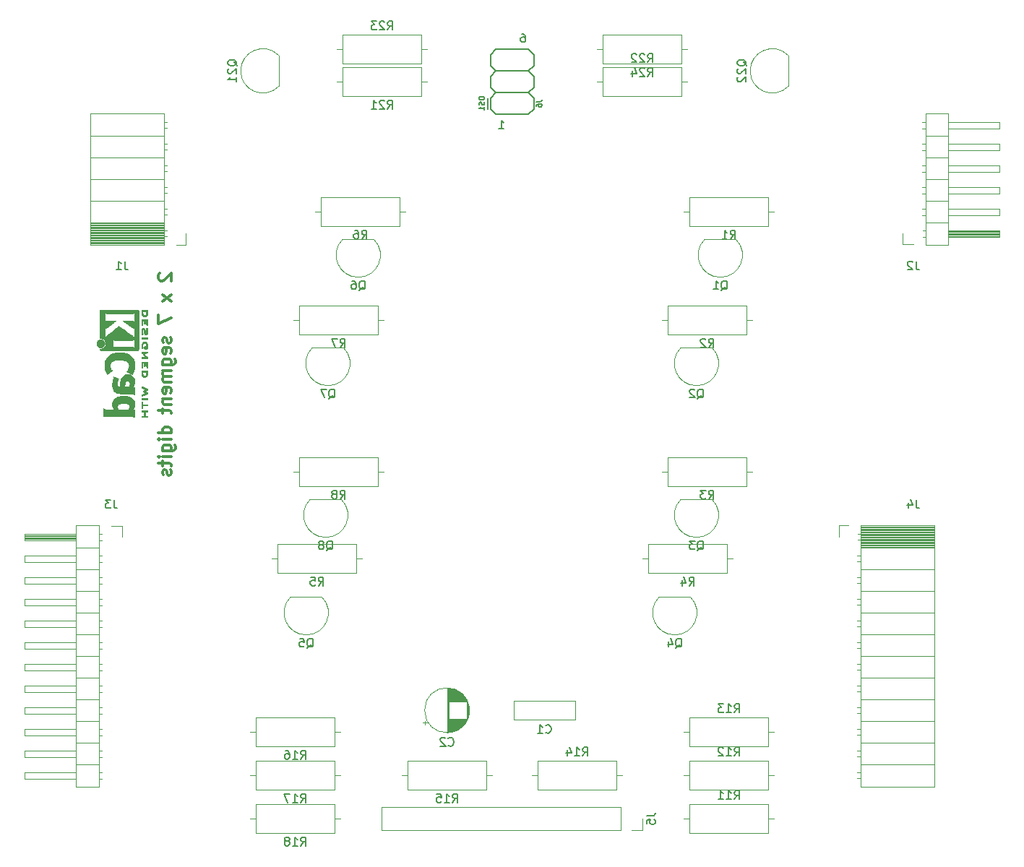
<source format=gbo>
G04 #@! TF.GenerationSoftware,KiCad,Pcbnew,5.1.5-5.1.5*
G04 #@! TF.CreationDate,2020-09-06T13:46:07+10:00*
G04 #@! TF.ProjectId,7segment,37736567-6d65-46e7-942e-6b696361645f,rev?*
G04 #@! TF.SameCoordinates,PX292dfe0PY1d11680*
G04 #@! TF.FileFunction,Legend,Bot*
G04 #@! TF.FilePolarity,Positive*
%FSLAX46Y46*%
G04 Gerber Fmt 4.6, Leading zero omitted, Abs format (unit mm)*
G04 Created by KiCad (PCBNEW 5.1.5-5.1.5) date 2020-09-06 13:46:07*
%MOMM*%
%LPD*%
G04 APERTURE LIST*
%ADD10C,0.150000*%
%ADD11C,0.300000*%
%ADD12C,0.010000*%
%ADD13C,0.120000*%
%ADD14C,0.203200*%
%ADD15C,0.127000*%
G04 APERTURE END LIST*
D10*
X45529523Y3087620D02*
X45720000Y3087620D01*
X45815238Y3040000D01*
X45862857Y2992381D01*
X45958095Y2849524D01*
X46005714Y2659048D01*
X46005714Y2278096D01*
X45958095Y2182858D01*
X45910476Y2135239D01*
X45815238Y2087620D01*
X45624761Y2087620D01*
X45529523Y2135239D01*
X45481904Y2182858D01*
X45434285Y2278096D01*
X45434285Y2516191D01*
X45481904Y2611429D01*
X45529523Y2659048D01*
X45624761Y2706667D01*
X45815238Y2706667D01*
X45910476Y2659048D01*
X45958095Y2611429D01*
X46005714Y2516191D01*
X42894285Y-8072380D02*
X43465714Y-8072380D01*
X43180000Y-8072380D02*
X43180000Y-7072380D01*
X43275238Y-7215238D01*
X43370476Y-7310476D01*
X43465714Y-7358095D01*
D11*
X3131428Y-25008571D02*
X3060000Y-25080000D01*
X2988571Y-25222857D01*
X2988571Y-25580000D01*
X3060000Y-25722857D01*
X3131428Y-25794285D01*
X3274285Y-25865714D01*
X3417142Y-25865714D01*
X3631428Y-25794285D01*
X4488571Y-24937142D01*
X4488571Y-25865714D01*
X4488571Y-27508571D02*
X3488571Y-28294285D01*
X3488571Y-27508571D02*
X4488571Y-28294285D01*
X2988571Y-29865714D02*
X2988571Y-30865714D01*
X4488571Y-30222857D01*
X4417142Y-32508571D02*
X4488571Y-32651428D01*
X4488571Y-32937142D01*
X4417142Y-33080000D01*
X4274285Y-33151428D01*
X4202857Y-33151428D01*
X4060000Y-33080000D01*
X3988571Y-32937142D01*
X3988571Y-32722857D01*
X3917142Y-32580000D01*
X3774285Y-32508571D01*
X3702857Y-32508571D01*
X3560000Y-32580000D01*
X3488571Y-32722857D01*
X3488571Y-32937142D01*
X3560000Y-33080000D01*
X4417142Y-34365714D02*
X4488571Y-34222857D01*
X4488571Y-33937142D01*
X4417142Y-33794285D01*
X4274285Y-33722857D01*
X3702857Y-33722857D01*
X3560000Y-33794285D01*
X3488571Y-33937142D01*
X3488571Y-34222857D01*
X3560000Y-34365714D01*
X3702857Y-34437142D01*
X3845714Y-34437142D01*
X3988571Y-33722857D01*
X3488571Y-35722857D02*
X4702857Y-35722857D01*
X4845714Y-35651428D01*
X4917142Y-35580000D01*
X4988571Y-35437142D01*
X4988571Y-35222857D01*
X4917142Y-35080000D01*
X4417142Y-35722857D02*
X4488571Y-35580000D01*
X4488571Y-35294285D01*
X4417142Y-35151428D01*
X4345714Y-35080000D01*
X4202857Y-35008571D01*
X3774285Y-35008571D01*
X3631428Y-35080000D01*
X3560000Y-35151428D01*
X3488571Y-35294285D01*
X3488571Y-35580000D01*
X3560000Y-35722857D01*
X4488571Y-36437142D02*
X3488571Y-36437142D01*
X3631428Y-36437142D02*
X3560000Y-36508571D01*
X3488571Y-36651428D01*
X3488571Y-36865714D01*
X3560000Y-37008571D01*
X3702857Y-37080000D01*
X4488571Y-37080000D01*
X3702857Y-37080000D02*
X3560000Y-37151428D01*
X3488571Y-37294285D01*
X3488571Y-37508571D01*
X3560000Y-37651428D01*
X3702857Y-37722857D01*
X4488571Y-37722857D01*
X4417142Y-39008571D02*
X4488571Y-38865714D01*
X4488571Y-38580000D01*
X4417142Y-38437142D01*
X4274285Y-38365714D01*
X3702857Y-38365714D01*
X3560000Y-38437142D01*
X3488571Y-38580000D01*
X3488571Y-38865714D01*
X3560000Y-39008571D01*
X3702857Y-39080000D01*
X3845714Y-39080000D01*
X3988571Y-38365714D01*
X3488571Y-39722857D02*
X4488571Y-39722857D01*
X3631428Y-39722857D02*
X3560000Y-39794285D01*
X3488571Y-39937142D01*
X3488571Y-40151428D01*
X3560000Y-40294285D01*
X3702857Y-40365714D01*
X4488571Y-40365714D01*
X3488571Y-40865714D02*
X3488571Y-41437142D01*
X2988571Y-41080000D02*
X4274285Y-41080000D01*
X4417142Y-41151428D01*
X4488571Y-41294285D01*
X4488571Y-41437142D01*
X4488571Y-43722857D02*
X2988571Y-43722857D01*
X4417142Y-43722857D02*
X4488571Y-43580000D01*
X4488571Y-43294285D01*
X4417142Y-43151428D01*
X4345714Y-43080000D01*
X4202857Y-43008571D01*
X3774285Y-43008571D01*
X3631428Y-43080000D01*
X3560000Y-43151428D01*
X3488571Y-43294285D01*
X3488571Y-43580000D01*
X3560000Y-43722857D01*
X4488571Y-44437142D02*
X3488571Y-44437142D01*
X2988571Y-44437142D02*
X3060000Y-44365714D01*
X3131428Y-44437142D01*
X3060000Y-44508571D01*
X2988571Y-44437142D01*
X3131428Y-44437142D01*
X3488571Y-45794285D02*
X4702857Y-45794285D01*
X4845714Y-45722857D01*
X4917142Y-45651428D01*
X4988571Y-45508571D01*
X4988571Y-45294285D01*
X4917142Y-45151428D01*
X4417142Y-45794285D02*
X4488571Y-45651428D01*
X4488571Y-45365714D01*
X4417142Y-45222857D01*
X4345714Y-45151428D01*
X4202857Y-45080000D01*
X3774285Y-45080000D01*
X3631428Y-45151428D01*
X3560000Y-45222857D01*
X3488571Y-45365714D01*
X3488571Y-45651428D01*
X3560000Y-45794285D01*
X4488571Y-46508571D02*
X3488571Y-46508571D01*
X2988571Y-46508571D02*
X3060000Y-46437142D01*
X3131428Y-46508571D01*
X3060000Y-46580000D01*
X2988571Y-46508571D01*
X3131428Y-46508571D01*
X3488571Y-47008571D02*
X3488571Y-47580000D01*
X2988571Y-47222857D02*
X4274285Y-47222857D01*
X4417142Y-47294285D01*
X4488571Y-47437142D01*
X4488571Y-47580000D01*
X4417142Y-48008571D02*
X4488571Y-48151428D01*
X4488571Y-48437142D01*
X4417142Y-48580000D01*
X4274285Y-48651428D01*
X4202857Y-48651428D01*
X4060000Y-48580000D01*
X3988571Y-48437142D01*
X3988571Y-48222857D01*
X3917142Y-48080000D01*
X3774285Y-48008571D01*
X3702857Y-48008571D01*
X3560000Y-48080000D01*
X3488571Y-48222857D01*
X3488571Y-48437142D01*
X3560000Y-48580000D01*
D12*
G36*
X1004533Y-41788823D02*
G01*
X1026776Y-41820202D01*
X1054485Y-41847911D01*
X1363920Y-41847911D01*
X1455799Y-41847838D01*
X1527840Y-41847495D01*
X1582780Y-41846692D01*
X1623360Y-41845241D01*
X1652317Y-41842952D01*
X1672391Y-41839636D01*
X1686321Y-41835105D01*
X1696845Y-41829169D01*
X1703100Y-41824514D01*
X1727673Y-41793783D01*
X1730341Y-41758496D01*
X1715271Y-41726245D01*
X1706374Y-41715588D01*
X1694557Y-41708464D01*
X1675526Y-41704167D01*
X1644992Y-41701991D01*
X1598662Y-41701228D01*
X1562871Y-41701155D01*
X1428045Y-41701155D01*
X1428045Y-41204444D01*
X1550700Y-41204444D01*
X1606787Y-41203931D01*
X1645333Y-41201876D01*
X1671361Y-41197508D01*
X1689897Y-41190056D01*
X1703100Y-41181047D01*
X1727604Y-41150144D01*
X1730506Y-41115196D01*
X1713089Y-41081738D01*
X1703959Y-41072604D01*
X1691855Y-41066152D01*
X1673001Y-41061897D01*
X1643620Y-41059352D01*
X1599937Y-41058029D01*
X1538175Y-41057443D01*
X1524000Y-41057375D01*
X1407631Y-41056891D01*
X1311727Y-41056641D01*
X1234177Y-41056723D01*
X1172869Y-41057231D01*
X1125690Y-41058262D01*
X1090530Y-41059913D01*
X1065276Y-41062279D01*
X1047817Y-41065457D01*
X1036041Y-41069544D01*
X1027835Y-41074634D01*
X1021645Y-41080266D01*
X1001844Y-41112128D01*
X1004533Y-41145357D01*
X1026776Y-41176735D01*
X1041126Y-41189433D01*
X1056978Y-41197526D01*
X1079554Y-41202042D01*
X1114078Y-41204006D01*
X1165776Y-41204444D01*
X1281289Y-41204444D01*
X1281289Y-41701155D01*
X1162756Y-41701155D01*
X1108148Y-41701662D01*
X1071275Y-41703698D01*
X1047307Y-41708035D01*
X1031415Y-41715447D01*
X1021645Y-41723733D01*
X1001844Y-41755594D01*
X1004533Y-41788823D01*
G37*
X1004533Y-41788823D02*
X1026776Y-41820202D01*
X1054485Y-41847911D01*
X1363920Y-41847911D01*
X1455799Y-41847838D01*
X1527840Y-41847495D01*
X1582780Y-41846692D01*
X1623360Y-41845241D01*
X1652317Y-41842952D01*
X1672391Y-41839636D01*
X1686321Y-41835105D01*
X1696845Y-41829169D01*
X1703100Y-41824514D01*
X1727673Y-41793783D01*
X1730341Y-41758496D01*
X1715271Y-41726245D01*
X1706374Y-41715588D01*
X1694557Y-41708464D01*
X1675526Y-41704167D01*
X1644992Y-41701991D01*
X1598662Y-41701228D01*
X1562871Y-41701155D01*
X1428045Y-41701155D01*
X1428045Y-41204444D01*
X1550700Y-41204444D01*
X1606787Y-41203931D01*
X1645333Y-41201876D01*
X1671361Y-41197508D01*
X1689897Y-41190056D01*
X1703100Y-41181047D01*
X1727604Y-41150144D01*
X1730506Y-41115196D01*
X1713089Y-41081738D01*
X1703959Y-41072604D01*
X1691855Y-41066152D01*
X1673001Y-41061897D01*
X1643620Y-41059352D01*
X1599937Y-41058029D01*
X1538175Y-41057443D01*
X1524000Y-41057375D01*
X1407631Y-41056891D01*
X1311727Y-41056641D01*
X1234177Y-41056723D01*
X1172869Y-41057231D01*
X1125690Y-41058262D01*
X1090530Y-41059913D01*
X1065276Y-41062279D01*
X1047817Y-41065457D01*
X1036041Y-41069544D01*
X1027835Y-41074634D01*
X1021645Y-41080266D01*
X1001844Y-41112128D01*
X1004533Y-41145357D01*
X1026776Y-41176735D01*
X1041126Y-41189433D01*
X1056978Y-41197526D01*
X1079554Y-41202042D01*
X1114078Y-41204006D01*
X1165776Y-41204444D01*
X1281289Y-41204444D01*
X1281289Y-41701155D01*
X1162756Y-41701155D01*
X1108148Y-41701662D01*
X1071275Y-41703698D01*
X1047307Y-41708035D01*
X1031415Y-41715447D01*
X1021645Y-41723733D01*
X1001844Y-41755594D01*
X1004533Y-41788823D01*
G36*
X999163Y-40523065D02*
G01*
X999542Y-40601772D01*
X1000333Y-40662863D01*
X1001670Y-40708817D01*
X1003683Y-40742114D01*
X1006506Y-40765236D01*
X1010269Y-40780662D01*
X1015105Y-40790871D01*
X1018822Y-40795813D01*
X1051358Y-40821457D01*
X1085138Y-40824559D01*
X1115826Y-40808711D01*
X1128089Y-40798348D01*
X1136450Y-40787196D01*
X1141657Y-40771035D01*
X1144457Y-40745642D01*
X1145596Y-40706798D01*
X1145821Y-40650280D01*
X1145822Y-40639180D01*
X1145822Y-40493244D01*
X1416756Y-40493244D01*
X1502154Y-40493148D01*
X1567864Y-40492711D01*
X1616774Y-40491712D01*
X1651773Y-40489928D01*
X1675749Y-40487137D01*
X1691593Y-40483117D01*
X1702191Y-40477645D01*
X1710267Y-40470666D01*
X1730112Y-40437734D01*
X1728548Y-40403354D01*
X1705906Y-40372176D01*
X1703100Y-40369886D01*
X1692492Y-40362429D01*
X1680081Y-40356747D01*
X1662850Y-40352601D01*
X1637784Y-40349750D01*
X1601867Y-40347954D01*
X1552083Y-40346972D01*
X1485417Y-40346564D01*
X1409589Y-40346489D01*
X1145822Y-40346489D01*
X1145822Y-40207127D01*
X1145418Y-40147322D01*
X1143840Y-40105918D01*
X1140547Y-40078748D01*
X1134992Y-40061646D01*
X1126631Y-40050443D01*
X1125178Y-40049083D01*
X1091939Y-40032725D01*
X1054362Y-40034172D01*
X1021645Y-40052978D01*
X1015298Y-40060250D01*
X1010266Y-40069627D01*
X1006396Y-40083609D01*
X1003537Y-40104696D01*
X1001535Y-40135389D01*
X1000239Y-40178189D01*
X999498Y-40235595D01*
X999158Y-40310110D01*
X999068Y-40404233D01*
X999067Y-40424260D01*
X999163Y-40523065D01*
G37*
X999163Y-40523065D02*
X999542Y-40601772D01*
X1000333Y-40662863D01*
X1001670Y-40708817D01*
X1003683Y-40742114D01*
X1006506Y-40765236D01*
X1010269Y-40780662D01*
X1015105Y-40790871D01*
X1018822Y-40795813D01*
X1051358Y-40821457D01*
X1085138Y-40824559D01*
X1115826Y-40808711D01*
X1128089Y-40798348D01*
X1136450Y-40787196D01*
X1141657Y-40771035D01*
X1144457Y-40745642D01*
X1145596Y-40706798D01*
X1145821Y-40650280D01*
X1145822Y-40639180D01*
X1145822Y-40493244D01*
X1416756Y-40493244D01*
X1502154Y-40493148D01*
X1567864Y-40492711D01*
X1616774Y-40491712D01*
X1651773Y-40489928D01*
X1675749Y-40487137D01*
X1691593Y-40483117D01*
X1702191Y-40477645D01*
X1710267Y-40470666D01*
X1730112Y-40437734D01*
X1728548Y-40403354D01*
X1705906Y-40372176D01*
X1703100Y-40369886D01*
X1692492Y-40362429D01*
X1680081Y-40356747D01*
X1662850Y-40352601D01*
X1637784Y-40349750D01*
X1601867Y-40347954D01*
X1552083Y-40346972D01*
X1485417Y-40346564D01*
X1409589Y-40346489D01*
X1145822Y-40346489D01*
X1145822Y-40207127D01*
X1145418Y-40147322D01*
X1143840Y-40105918D01*
X1140547Y-40078748D01*
X1134992Y-40061646D01*
X1126631Y-40050443D01*
X1125178Y-40049083D01*
X1091939Y-40032725D01*
X1054362Y-40034172D01*
X1021645Y-40052978D01*
X1015298Y-40060250D01*
X1010266Y-40069627D01*
X1006396Y-40083609D01*
X1003537Y-40104696D01*
X1001535Y-40135389D01*
X1000239Y-40178189D01*
X999498Y-40235595D01*
X999158Y-40310110D01*
X999068Y-40404233D01*
X999067Y-40424260D01*
X999163Y-40523065D01*
G36*
X1005877Y-39748614D02*
G01*
X1020647Y-39772327D01*
X1042227Y-39798978D01*
X1363773Y-39798978D01*
X1457830Y-39798893D01*
X1531932Y-39798529D01*
X1588704Y-39797724D01*
X1630768Y-39796313D01*
X1660748Y-39794133D01*
X1681267Y-39791021D01*
X1694949Y-39786814D01*
X1704416Y-39781348D01*
X1709082Y-39777472D01*
X1729575Y-39746034D01*
X1728739Y-39710233D01*
X1711264Y-39678873D01*
X1689684Y-39652222D01*
X1042227Y-39652222D01*
X1020647Y-39678873D01*
X1004949Y-39704594D01*
X999067Y-39725600D01*
X1005877Y-39748614D01*
G37*
X1005877Y-39748614D02*
X1020647Y-39772327D01*
X1042227Y-39798978D01*
X1363773Y-39798978D01*
X1457830Y-39798893D01*
X1531932Y-39798529D01*
X1588704Y-39797724D01*
X1630768Y-39796313D01*
X1660748Y-39794133D01*
X1681267Y-39791021D01*
X1694949Y-39786814D01*
X1704416Y-39781348D01*
X1709082Y-39777472D01*
X1729575Y-39746034D01*
X1728739Y-39710233D01*
X1711264Y-39678873D01*
X1689684Y-39652222D01*
X1042227Y-39652222D01*
X1020647Y-39678873D01*
X1004949Y-39704594D01*
X999067Y-39725600D01*
X1005877Y-39748614D01*
G36*
X1001034Y-39304665D02*
G01*
X1008035Y-39324255D01*
X1008377Y-39325010D01*
X1028678Y-39351613D01*
X1049561Y-39366270D01*
X1059352Y-39369138D01*
X1072361Y-39368996D01*
X1090895Y-39364961D01*
X1117257Y-39356146D01*
X1153752Y-39341669D01*
X1202687Y-39320645D01*
X1266365Y-39292188D01*
X1347093Y-39255415D01*
X1391216Y-39235175D01*
X1469985Y-39198625D01*
X1542423Y-39164315D01*
X1605880Y-39133552D01*
X1657708Y-39107648D01*
X1695259Y-39087910D01*
X1715884Y-39075650D01*
X1718733Y-39073224D01*
X1731302Y-39042183D01*
X1729619Y-39007121D01*
X1714332Y-38979000D01*
X1713089Y-38977854D01*
X1696154Y-38966668D01*
X1663170Y-38947904D01*
X1618380Y-38923875D01*
X1566032Y-38896897D01*
X1546742Y-38887201D01*
X1400150Y-38814014D01*
X1559393Y-38734240D01*
X1614415Y-38705767D01*
X1662132Y-38679350D01*
X1698893Y-38657148D01*
X1721044Y-38641319D01*
X1725741Y-38635954D01*
X1732102Y-38594257D01*
X1718733Y-38559849D01*
X1704446Y-38549728D01*
X1672692Y-38532214D01*
X1626597Y-38508735D01*
X1569285Y-38480720D01*
X1503880Y-38449599D01*
X1433507Y-38416799D01*
X1361291Y-38383750D01*
X1290355Y-38351881D01*
X1223825Y-38322619D01*
X1164826Y-38297395D01*
X1116481Y-38277636D01*
X1081915Y-38264772D01*
X1064253Y-38260231D01*
X1063613Y-38260277D01*
X1041388Y-38271326D01*
X1018753Y-38293410D01*
X1017768Y-38294710D01*
X1002425Y-38321853D01*
X1002574Y-38346958D01*
X1005466Y-38356368D01*
X1011718Y-38367834D01*
X1024014Y-38380010D01*
X1044908Y-38394357D01*
X1076949Y-38412336D01*
X1122688Y-38435407D01*
X1184677Y-38465030D01*
X1241898Y-38491745D01*
X1308226Y-38522480D01*
X1367874Y-38550021D01*
X1417725Y-38572938D01*
X1454664Y-38589798D01*
X1475573Y-38599173D01*
X1478845Y-38600540D01*
X1473497Y-38606689D01*
X1451109Y-38620822D01*
X1414946Y-38641057D01*
X1368277Y-38665515D01*
X1349022Y-38675248D01*
X1284004Y-38708217D01*
X1236654Y-38733643D01*
X1204219Y-38753612D01*
X1183946Y-38770210D01*
X1173082Y-38785524D01*
X1168875Y-38801640D01*
X1168400Y-38812143D01*
X1170042Y-38830670D01*
X1176831Y-38846904D01*
X1191566Y-38863035D01*
X1217044Y-38881251D01*
X1256061Y-38903739D01*
X1311414Y-38932689D01*
X1342903Y-38948662D01*
X1393087Y-38974570D01*
X1434704Y-38997167D01*
X1464242Y-39014458D01*
X1478189Y-39024450D01*
X1478770Y-39025809D01*
X1467793Y-39032261D01*
X1439290Y-39046708D01*
X1396244Y-39067703D01*
X1341638Y-39093797D01*
X1278454Y-39123546D01*
X1247071Y-39138180D01*
X1166078Y-39176250D01*
X1103756Y-39206905D01*
X1058071Y-39231737D01*
X1026989Y-39252337D01*
X1008478Y-39270298D01*
X1000504Y-39287210D01*
X1001034Y-39304665D01*
G37*
X1001034Y-39304665D02*
X1008035Y-39324255D01*
X1008377Y-39325010D01*
X1028678Y-39351613D01*
X1049561Y-39366270D01*
X1059352Y-39369138D01*
X1072361Y-39368996D01*
X1090895Y-39364961D01*
X1117257Y-39356146D01*
X1153752Y-39341669D01*
X1202687Y-39320645D01*
X1266365Y-39292188D01*
X1347093Y-39255415D01*
X1391216Y-39235175D01*
X1469985Y-39198625D01*
X1542423Y-39164315D01*
X1605880Y-39133552D01*
X1657708Y-39107648D01*
X1695259Y-39087910D01*
X1715884Y-39075650D01*
X1718733Y-39073224D01*
X1731302Y-39042183D01*
X1729619Y-39007121D01*
X1714332Y-38979000D01*
X1713089Y-38977854D01*
X1696154Y-38966668D01*
X1663170Y-38947904D01*
X1618380Y-38923875D01*
X1566032Y-38896897D01*
X1546742Y-38887201D01*
X1400150Y-38814014D01*
X1559393Y-38734240D01*
X1614415Y-38705767D01*
X1662132Y-38679350D01*
X1698893Y-38657148D01*
X1721044Y-38641319D01*
X1725741Y-38635954D01*
X1732102Y-38594257D01*
X1718733Y-38559849D01*
X1704446Y-38549728D01*
X1672692Y-38532214D01*
X1626597Y-38508735D01*
X1569285Y-38480720D01*
X1503880Y-38449599D01*
X1433507Y-38416799D01*
X1361291Y-38383750D01*
X1290355Y-38351881D01*
X1223825Y-38322619D01*
X1164826Y-38297395D01*
X1116481Y-38277636D01*
X1081915Y-38264772D01*
X1064253Y-38260231D01*
X1063613Y-38260277D01*
X1041388Y-38271326D01*
X1018753Y-38293410D01*
X1017768Y-38294710D01*
X1002425Y-38321853D01*
X1002574Y-38346958D01*
X1005466Y-38356368D01*
X1011718Y-38367834D01*
X1024014Y-38380010D01*
X1044908Y-38394357D01*
X1076949Y-38412336D01*
X1122688Y-38435407D01*
X1184677Y-38465030D01*
X1241898Y-38491745D01*
X1308226Y-38522480D01*
X1367874Y-38550021D01*
X1417725Y-38572938D01*
X1454664Y-38589798D01*
X1475573Y-38599173D01*
X1478845Y-38600540D01*
X1473497Y-38606689D01*
X1451109Y-38620822D01*
X1414946Y-38641057D01*
X1368277Y-38665515D01*
X1349022Y-38675248D01*
X1284004Y-38708217D01*
X1236654Y-38733643D01*
X1204219Y-38753612D01*
X1183946Y-38770210D01*
X1173082Y-38785524D01*
X1168875Y-38801640D01*
X1168400Y-38812143D01*
X1170042Y-38830670D01*
X1176831Y-38846904D01*
X1191566Y-38863035D01*
X1217044Y-38881251D01*
X1256061Y-38903739D01*
X1311414Y-38932689D01*
X1342903Y-38948662D01*
X1393087Y-38974570D01*
X1434704Y-38997167D01*
X1464242Y-39014458D01*
X1478189Y-39024450D01*
X1478770Y-39025809D01*
X1467793Y-39032261D01*
X1439290Y-39046708D01*
X1396244Y-39067703D01*
X1341638Y-39093797D01*
X1278454Y-39123546D01*
X1247071Y-39138180D01*
X1166078Y-39176250D01*
X1103756Y-39206905D01*
X1058071Y-39231737D01*
X1026989Y-39252337D01*
X1008478Y-39270298D01*
X1000504Y-39287210D01*
X1001034Y-39304665D01*
G36*
X999275Y-36578309D02*
G01*
X1003636Y-36707288D01*
X1016861Y-36816991D01*
X1039741Y-36909226D01*
X1073070Y-36985802D01*
X1117638Y-37048527D01*
X1174236Y-37099212D01*
X1243658Y-37139663D01*
X1245351Y-37140459D01*
X1307483Y-37164601D01*
X1362509Y-37173203D01*
X1417887Y-37166231D01*
X1481073Y-37143654D01*
X1490689Y-37139372D01*
X1546966Y-37110172D01*
X1590451Y-37077356D01*
X1627417Y-37035002D01*
X1664135Y-36977190D01*
X1666052Y-36973831D01*
X1690227Y-36923504D01*
X1708282Y-36866621D01*
X1720839Y-36799527D01*
X1728522Y-36718565D01*
X1731953Y-36620082D01*
X1732251Y-36585286D01*
X1732845Y-36419594D01*
X1703100Y-36396197D01*
X1693319Y-36389257D01*
X1681897Y-36383842D01*
X1666095Y-36379765D01*
X1643175Y-36376837D01*
X1610396Y-36374867D01*
X1586089Y-36374225D01*
X1586089Y-36530844D01*
X1586089Y-36624726D01*
X1584483Y-36679664D01*
X1580255Y-36736060D01*
X1574292Y-36782345D01*
X1573790Y-36785139D01*
X1551736Y-36867348D01*
X1518600Y-36931114D01*
X1472847Y-36978452D01*
X1412939Y-37011382D01*
X1397061Y-37017108D01*
X1372333Y-37022721D01*
X1347902Y-37020291D01*
X1315400Y-37008467D01*
X1299434Y-37001340D01*
X1257006Y-36978000D01*
X1227240Y-36949880D01*
X1206511Y-36918940D01*
X1179537Y-36856966D01*
X1159998Y-36777651D01*
X1148746Y-36685253D01*
X1146270Y-36618333D01*
X1145822Y-36530844D01*
X1586089Y-36530844D01*
X1586089Y-36374225D01*
X1565021Y-36373668D01*
X1504311Y-36373050D01*
X1425526Y-36372825D01*
X1363920Y-36372800D01*
X1054485Y-36372800D01*
X1026776Y-36400509D01*
X1015544Y-36412806D01*
X1007853Y-36426103D01*
X1003040Y-36444672D01*
X1000446Y-36472786D01*
X999410Y-36514717D01*
X999270Y-36574737D01*
X999275Y-36578309D01*
G37*
X999275Y-36578309D02*
X1003636Y-36707288D01*
X1016861Y-36816991D01*
X1039741Y-36909226D01*
X1073070Y-36985802D01*
X1117638Y-37048527D01*
X1174236Y-37099212D01*
X1243658Y-37139663D01*
X1245351Y-37140459D01*
X1307483Y-37164601D01*
X1362509Y-37173203D01*
X1417887Y-37166231D01*
X1481073Y-37143654D01*
X1490689Y-37139372D01*
X1546966Y-37110172D01*
X1590451Y-37077356D01*
X1627417Y-37035002D01*
X1664135Y-36977190D01*
X1666052Y-36973831D01*
X1690227Y-36923504D01*
X1708282Y-36866621D01*
X1720839Y-36799527D01*
X1728522Y-36718565D01*
X1731953Y-36620082D01*
X1732251Y-36585286D01*
X1732845Y-36419594D01*
X1703100Y-36396197D01*
X1693319Y-36389257D01*
X1681897Y-36383842D01*
X1666095Y-36379765D01*
X1643175Y-36376837D01*
X1610396Y-36374867D01*
X1586089Y-36374225D01*
X1586089Y-36530844D01*
X1586089Y-36624726D01*
X1584483Y-36679664D01*
X1580255Y-36736060D01*
X1574292Y-36782345D01*
X1573790Y-36785139D01*
X1551736Y-36867348D01*
X1518600Y-36931114D01*
X1472847Y-36978452D01*
X1412939Y-37011382D01*
X1397061Y-37017108D01*
X1372333Y-37022721D01*
X1347902Y-37020291D01*
X1315400Y-37008467D01*
X1299434Y-37001340D01*
X1257006Y-36978000D01*
X1227240Y-36949880D01*
X1206511Y-36918940D01*
X1179537Y-36856966D01*
X1159998Y-36777651D01*
X1148746Y-36685253D01*
X1146270Y-36618333D01*
X1145822Y-36530844D01*
X1586089Y-36530844D01*
X1586089Y-36374225D01*
X1565021Y-36373668D01*
X1504311Y-36373050D01*
X1425526Y-36372825D01*
X1363920Y-36372800D01*
X1054485Y-36372800D01*
X1026776Y-36400509D01*
X1015544Y-36412806D01*
X1007853Y-36426103D01*
X1003040Y-36444672D01*
X1000446Y-36472786D01*
X999410Y-36514717D01*
X999270Y-36574737D01*
X999275Y-36578309D01*
G36*
X999260Y-35790343D02*
G01*
X1000174Y-35866701D01*
X1002311Y-35925217D01*
X1006175Y-35968255D01*
X1012267Y-35998183D01*
X1021090Y-36017368D01*
X1033146Y-36028176D01*
X1048939Y-36032973D01*
X1068970Y-36034127D01*
X1071335Y-36034133D01*
X1093992Y-36033131D01*
X1111503Y-36028396D01*
X1124574Y-36017333D01*
X1133913Y-35997348D01*
X1140227Y-35965846D01*
X1144222Y-35920232D01*
X1146606Y-35857913D01*
X1148086Y-35776293D01*
X1148414Y-35751277D01*
X1151467Y-35509200D01*
X1216378Y-35505814D01*
X1281289Y-35502429D01*
X1281289Y-35670576D01*
X1281531Y-35736266D01*
X1282556Y-35783172D01*
X1284811Y-35815083D01*
X1288742Y-35835791D01*
X1294798Y-35849084D01*
X1303424Y-35858755D01*
X1303493Y-35858817D01*
X1337112Y-35876356D01*
X1373448Y-35875722D01*
X1404423Y-35857314D01*
X1407607Y-35853671D01*
X1415812Y-35840741D01*
X1421521Y-35823024D01*
X1425162Y-35796570D01*
X1427167Y-35757432D01*
X1427964Y-35701662D01*
X1428045Y-35665994D01*
X1428045Y-35503555D01*
X1586089Y-35503555D01*
X1586089Y-35750161D01*
X1586231Y-35831580D01*
X1586814Y-35893410D01*
X1588068Y-35938637D01*
X1590227Y-35970248D01*
X1593523Y-35991231D01*
X1598189Y-36004573D01*
X1604457Y-36013261D01*
X1606733Y-36015450D01*
X1638280Y-36031614D01*
X1674168Y-36032797D01*
X1705285Y-36019536D01*
X1715271Y-36009043D01*
X1720769Y-35998129D01*
X1725022Y-35981217D01*
X1728180Y-35955633D01*
X1730392Y-35918701D01*
X1731806Y-35867746D01*
X1732572Y-35800094D01*
X1732838Y-35713069D01*
X1732845Y-35693394D01*
X1732787Y-35604911D01*
X1732467Y-35536227D01*
X1731667Y-35484564D01*
X1730167Y-35447145D01*
X1727749Y-35421190D01*
X1724194Y-35403922D01*
X1719282Y-35392562D01*
X1712795Y-35384332D01*
X1708138Y-35379817D01*
X1699889Y-35373021D01*
X1689669Y-35367712D01*
X1674800Y-35363706D01*
X1652602Y-35360821D01*
X1620393Y-35358874D01*
X1575496Y-35357681D01*
X1515228Y-35357061D01*
X1436911Y-35356829D01*
X1370994Y-35356800D01*
X1278628Y-35356871D01*
X1206117Y-35357208D01*
X1150737Y-35357998D01*
X1109765Y-35359426D01*
X1080478Y-35361679D01*
X1060153Y-35364943D01*
X1046066Y-35369404D01*
X1035495Y-35375248D01*
X1028811Y-35380197D01*
X999067Y-35403594D01*
X999067Y-35693774D01*
X999260Y-35790343D01*
G37*
X999260Y-35790343D02*
X1000174Y-35866701D01*
X1002311Y-35925217D01*
X1006175Y-35968255D01*
X1012267Y-35998183D01*
X1021090Y-36017368D01*
X1033146Y-36028176D01*
X1048939Y-36032973D01*
X1068970Y-36034127D01*
X1071335Y-36034133D01*
X1093992Y-36033131D01*
X1111503Y-36028396D01*
X1124574Y-36017333D01*
X1133913Y-35997348D01*
X1140227Y-35965846D01*
X1144222Y-35920232D01*
X1146606Y-35857913D01*
X1148086Y-35776293D01*
X1148414Y-35751277D01*
X1151467Y-35509200D01*
X1216378Y-35505814D01*
X1281289Y-35502429D01*
X1281289Y-35670576D01*
X1281531Y-35736266D01*
X1282556Y-35783172D01*
X1284811Y-35815083D01*
X1288742Y-35835791D01*
X1294798Y-35849084D01*
X1303424Y-35858755D01*
X1303493Y-35858817D01*
X1337112Y-35876356D01*
X1373448Y-35875722D01*
X1404423Y-35857314D01*
X1407607Y-35853671D01*
X1415812Y-35840741D01*
X1421521Y-35823024D01*
X1425162Y-35796570D01*
X1427167Y-35757432D01*
X1427964Y-35701662D01*
X1428045Y-35665994D01*
X1428045Y-35503555D01*
X1586089Y-35503555D01*
X1586089Y-35750161D01*
X1586231Y-35831580D01*
X1586814Y-35893410D01*
X1588068Y-35938637D01*
X1590227Y-35970248D01*
X1593523Y-35991231D01*
X1598189Y-36004573D01*
X1604457Y-36013261D01*
X1606733Y-36015450D01*
X1638280Y-36031614D01*
X1674168Y-36032797D01*
X1705285Y-36019536D01*
X1715271Y-36009043D01*
X1720769Y-35998129D01*
X1725022Y-35981217D01*
X1728180Y-35955633D01*
X1730392Y-35918701D01*
X1731806Y-35867746D01*
X1732572Y-35800094D01*
X1732838Y-35713069D01*
X1732845Y-35693394D01*
X1732787Y-35604911D01*
X1732467Y-35536227D01*
X1731667Y-35484564D01*
X1730167Y-35447145D01*
X1727749Y-35421190D01*
X1724194Y-35403922D01*
X1719282Y-35392562D01*
X1712795Y-35384332D01*
X1708138Y-35379817D01*
X1699889Y-35373021D01*
X1689669Y-35367712D01*
X1674800Y-35363706D01*
X1652602Y-35360821D01*
X1620393Y-35358874D01*
X1575496Y-35357681D01*
X1515228Y-35357061D01*
X1436911Y-35356829D01*
X1370994Y-35356800D01*
X1278628Y-35356871D01*
X1206117Y-35357208D01*
X1150737Y-35357998D01*
X1109765Y-35359426D01*
X1080478Y-35361679D01*
X1060153Y-35364943D01*
X1046066Y-35369404D01*
X1035495Y-35375248D01*
X1028811Y-35380197D01*
X999067Y-35403594D01*
X999067Y-35693774D01*
X999260Y-35790343D01*
G36*
X1003448Y-34259886D02*
G01*
X1017273Y-34283452D01*
X1039881Y-34314265D01*
X1072338Y-34353922D01*
X1115708Y-34404020D01*
X1171058Y-34466157D01*
X1239451Y-34541928D01*
X1318084Y-34628666D01*
X1481878Y-34809289D01*
X1262029Y-34814933D01*
X1186351Y-34816971D01*
X1129994Y-34818937D01*
X1089706Y-34821266D01*
X1062235Y-34824394D01*
X1044329Y-34828755D01*
X1032737Y-34834784D01*
X1024208Y-34842916D01*
X1020623Y-34847228D01*
X1001670Y-34881759D01*
X1004441Y-34914617D01*
X1020633Y-34940682D01*
X1042199Y-34967333D01*
X1357151Y-34970648D01*
X1449779Y-34971565D01*
X1522544Y-34972032D01*
X1578161Y-34971887D01*
X1619342Y-34970968D01*
X1648803Y-34969113D01*
X1669255Y-34966161D01*
X1683413Y-34961950D01*
X1693991Y-34956318D01*
X1702474Y-34950073D01*
X1718207Y-34936561D01*
X1728636Y-34923117D01*
X1732639Y-34907876D01*
X1729094Y-34888974D01*
X1716879Y-34864545D01*
X1694871Y-34832727D01*
X1661949Y-34791652D01*
X1616991Y-34739458D01*
X1558875Y-34674278D01*
X1492099Y-34600444D01*
X1251458Y-34335155D01*
X1470589Y-34329511D01*
X1546128Y-34327469D01*
X1602354Y-34325498D01*
X1642524Y-34323161D01*
X1669896Y-34320019D01*
X1687728Y-34315636D01*
X1699279Y-34309576D01*
X1707807Y-34301400D01*
X1711282Y-34297216D01*
X1730372Y-34260235D01*
X1727493Y-34225292D01*
X1703100Y-34194864D01*
X1693286Y-34187903D01*
X1681826Y-34182477D01*
X1665968Y-34178397D01*
X1642963Y-34175471D01*
X1610062Y-34173508D01*
X1564516Y-34172317D01*
X1503573Y-34171708D01*
X1424486Y-34171489D01*
X1365956Y-34171466D01*
X1274407Y-34171540D01*
X1202687Y-34171887D01*
X1148045Y-34172699D01*
X1107732Y-34174167D01*
X1078998Y-34176481D01*
X1059093Y-34179833D01*
X1045268Y-34184412D01*
X1034772Y-34190411D01*
X1028811Y-34194864D01*
X1014691Y-34206150D01*
X1004029Y-34216699D01*
X997892Y-34228107D01*
X997343Y-34241970D01*
X1003448Y-34259886D01*
G37*
X1003448Y-34259886D02*
X1017273Y-34283452D01*
X1039881Y-34314265D01*
X1072338Y-34353922D01*
X1115708Y-34404020D01*
X1171058Y-34466157D01*
X1239451Y-34541928D01*
X1318084Y-34628666D01*
X1481878Y-34809289D01*
X1262029Y-34814933D01*
X1186351Y-34816971D01*
X1129994Y-34818937D01*
X1089706Y-34821266D01*
X1062235Y-34824394D01*
X1044329Y-34828755D01*
X1032737Y-34834784D01*
X1024208Y-34842916D01*
X1020623Y-34847228D01*
X1001670Y-34881759D01*
X1004441Y-34914617D01*
X1020633Y-34940682D01*
X1042199Y-34967333D01*
X1357151Y-34970648D01*
X1449779Y-34971565D01*
X1522544Y-34972032D01*
X1578161Y-34971887D01*
X1619342Y-34970968D01*
X1648803Y-34969113D01*
X1669255Y-34966161D01*
X1683413Y-34961950D01*
X1693991Y-34956318D01*
X1702474Y-34950073D01*
X1718207Y-34936561D01*
X1728636Y-34923117D01*
X1732639Y-34907876D01*
X1729094Y-34888974D01*
X1716879Y-34864545D01*
X1694871Y-34832727D01*
X1661949Y-34791652D01*
X1616991Y-34739458D01*
X1558875Y-34674278D01*
X1492099Y-34600444D01*
X1251458Y-34335155D01*
X1470589Y-34329511D01*
X1546128Y-34327469D01*
X1602354Y-34325498D01*
X1642524Y-34323161D01*
X1669896Y-34320019D01*
X1687728Y-34315636D01*
X1699279Y-34309576D01*
X1707807Y-34301400D01*
X1711282Y-34297216D01*
X1730372Y-34260235D01*
X1727493Y-34225292D01*
X1703100Y-34194864D01*
X1693286Y-34187903D01*
X1681826Y-34182477D01*
X1665968Y-34178397D01*
X1642963Y-34175471D01*
X1610062Y-34173508D01*
X1564516Y-34172317D01*
X1503573Y-34171708D01*
X1424486Y-34171489D01*
X1365956Y-34171466D01*
X1274407Y-34171540D01*
X1202687Y-34171887D01*
X1148045Y-34172699D01*
X1107732Y-34174167D01*
X1078998Y-34176481D01*
X1059093Y-34179833D01*
X1045268Y-34184412D01*
X1034772Y-34190411D01*
X1028811Y-34194864D01*
X1014691Y-34206150D01*
X1004029Y-34216699D01*
X997892Y-34228107D01*
X997343Y-34241970D01*
X1003448Y-34259886D01*
G36*
X1004599Y-33609919D02*
G01*
X1016095Y-33678435D01*
X1033967Y-33731057D01*
X1057499Y-33765292D01*
X1070924Y-33774621D01*
X1102148Y-33784107D01*
X1130395Y-33777723D01*
X1157182Y-33757570D01*
X1169713Y-33726255D01*
X1168696Y-33680817D01*
X1161906Y-33645674D01*
X1148971Y-33567581D01*
X1147742Y-33487774D01*
X1158241Y-33398445D01*
X1162690Y-33373771D01*
X1186108Y-33290709D01*
X1220945Y-33225727D01*
X1266604Y-33179539D01*
X1322494Y-33152855D01*
X1351388Y-33147337D01*
X1410012Y-33150949D01*
X1461879Y-33174271D01*
X1505978Y-33215176D01*
X1541299Y-33271541D01*
X1566829Y-33341240D01*
X1581559Y-33422148D01*
X1584478Y-33512140D01*
X1574575Y-33609090D01*
X1573641Y-33614564D01*
X1566459Y-33653125D01*
X1559521Y-33674506D01*
X1549227Y-33683773D01*
X1531976Y-33685994D01*
X1522841Y-33686044D01*
X1484489Y-33686044D01*
X1484489Y-33617569D01*
X1480347Y-33557100D01*
X1467147Y-33515835D01*
X1443730Y-33491825D01*
X1408936Y-33483123D01*
X1404394Y-33483017D01*
X1374654Y-33488108D01*
X1353419Y-33505567D01*
X1339366Y-33538061D01*
X1331173Y-33588257D01*
X1328161Y-33636877D01*
X1326433Y-33707544D01*
X1329070Y-33758802D01*
X1338800Y-33793761D01*
X1358353Y-33815530D01*
X1390456Y-33827220D01*
X1437838Y-33831940D01*
X1500071Y-33832800D01*
X1569535Y-33831391D01*
X1616786Y-33827152D01*
X1642012Y-33820064D01*
X1643988Y-33818689D01*
X1675508Y-33779772D01*
X1700470Y-33722714D01*
X1718340Y-33651131D01*
X1728586Y-33568642D01*
X1730673Y-33478861D01*
X1724068Y-33385408D01*
X1715956Y-33330444D01*
X1691554Y-33244234D01*
X1651662Y-33164108D01*
X1599887Y-33097023D01*
X1589539Y-33086827D01*
X1546035Y-33053698D01*
X1492118Y-33023806D01*
X1435592Y-33000643D01*
X1384259Y-32987702D01*
X1364544Y-32986142D01*
X1323419Y-32992782D01*
X1272252Y-33010432D01*
X1218394Y-33035703D01*
X1169195Y-33065211D01*
X1136334Y-33091281D01*
X1087452Y-33152235D01*
X1048545Y-33231031D01*
X1020494Y-33324843D01*
X1004179Y-33430850D01*
X1000192Y-33528000D01*
X1004599Y-33609919D01*
G37*
X1004599Y-33609919D02*
X1016095Y-33678435D01*
X1033967Y-33731057D01*
X1057499Y-33765292D01*
X1070924Y-33774621D01*
X1102148Y-33784107D01*
X1130395Y-33777723D01*
X1157182Y-33757570D01*
X1169713Y-33726255D01*
X1168696Y-33680817D01*
X1161906Y-33645674D01*
X1148971Y-33567581D01*
X1147742Y-33487774D01*
X1158241Y-33398445D01*
X1162690Y-33373771D01*
X1186108Y-33290709D01*
X1220945Y-33225727D01*
X1266604Y-33179539D01*
X1322494Y-33152855D01*
X1351388Y-33147337D01*
X1410012Y-33150949D01*
X1461879Y-33174271D01*
X1505978Y-33215176D01*
X1541299Y-33271541D01*
X1566829Y-33341240D01*
X1581559Y-33422148D01*
X1584478Y-33512140D01*
X1574575Y-33609090D01*
X1573641Y-33614564D01*
X1566459Y-33653125D01*
X1559521Y-33674506D01*
X1549227Y-33683773D01*
X1531976Y-33685994D01*
X1522841Y-33686044D01*
X1484489Y-33686044D01*
X1484489Y-33617569D01*
X1480347Y-33557100D01*
X1467147Y-33515835D01*
X1443730Y-33491825D01*
X1408936Y-33483123D01*
X1404394Y-33483017D01*
X1374654Y-33488108D01*
X1353419Y-33505567D01*
X1339366Y-33538061D01*
X1331173Y-33588257D01*
X1328161Y-33636877D01*
X1326433Y-33707544D01*
X1329070Y-33758802D01*
X1338800Y-33793761D01*
X1358353Y-33815530D01*
X1390456Y-33827220D01*
X1437838Y-33831940D01*
X1500071Y-33832800D01*
X1569535Y-33831391D01*
X1616786Y-33827152D01*
X1642012Y-33820064D01*
X1643988Y-33818689D01*
X1675508Y-33779772D01*
X1700470Y-33722714D01*
X1718340Y-33651131D01*
X1728586Y-33568642D01*
X1730673Y-33478861D01*
X1724068Y-33385408D01*
X1715956Y-33330444D01*
X1691554Y-33244234D01*
X1651662Y-33164108D01*
X1599887Y-33097023D01*
X1589539Y-33086827D01*
X1546035Y-33053698D01*
X1492118Y-33023806D01*
X1435592Y-33000643D01*
X1384259Y-32987702D01*
X1364544Y-32986142D01*
X1323419Y-32992782D01*
X1272252Y-33010432D01*
X1218394Y-33035703D01*
X1169195Y-33065211D01*
X1136334Y-33091281D01*
X1087452Y-33152235D01*
X1048545Y-33231031D01*
X1020494Y-33324843D01*
X1004179Y-33430850D01*
X1000192Y-33528000D01*
X1004599Y-33609919D01*
G36*
X1021645Y-32636178D02*
G01*
X1029218Y-32642758D01*
X1038987Y-32647921D01*
X1053571Y-32651836D01*
X1075585Y-32654676D01*
X1107648Y-32656613D01*
X1152375Y-32657817D01*
X1212385Y-32658461D01*
X1290294Y-32658716D01*
X1365956Y-32658755D01*
X1459802Y-32658686D01*
X1533689Y-32658362D01*
X1590232Y-32657614D01*
X1632049Y-32656268D01*
X1661757Y-32654154D01*
X1681973Y-32651100D01*
X1695314Y-32646934D01*
X1704398Y-32641484D01*
X1710267Y-32636178D01*
X1729947Y-32603174D01*
X1728181Y-32568009D01*
X1706717Y-32536545D01*
X1698337Y-32529316D01*
X1688614Y-32523666D01*
X1674861Y-32519401D01*
X1654389Y-32516327D01*
X1624512Y-32514248D01*
X1582541Y-32512970D01*
X1525789Y-32512299D01*
X1451567Y-32512041D01*
X1367537Y-32512000D01*
X1054485Y-32512000D01*
X1026776Y-32539709D01*
X1003463Y-32573863D01*
X1002623Y-32606994D01*
X1021645Y-32636178D01*
G37*
X1021645Y-32636178D02*
X1029218Y-32642758D01*
X1038987Y-32647921D01*
X1053571Y-32651836D01*
X1075585Y-32654676D01*
X1107648Y-32656613D01*
X1152375Y-32657817D01*
X1212385Y-32658461D01*
X1290294Y-32658716D01*
X1365956Y-32658755D01*
X1459802Y-32658686D01*
X1533689Y-32658362D01*
X1590232Y-32657614D01*
X1632049Y-32656268D01*
X1661757Y-32654154D01*
X1681973Y-32651100D01*
X1695314Y-32646934D01*
X1704398Y-32641484D01*
X1710267Y-32636178D01*
X1729947Y-32603174D01*
X1728181Y-32568009D01*
X1706717Y-32536545D01*
X1698337Y-32529316D01*
X1688614Y-32523666D01*
X1674861Y-32519401D01*
X1654389Y-32516327D01*
X1624512Y-32514248D01*
X1582541Y-32512970D01*
X1525789Y-32512299D01*
X1451567Y-32512041D01*
X1367537Y-32512000D01*
X1054485Y-32512000D01*
X1026776Y-32539709D01*
X1003463Y-32573863D01*
X1002623Y-32606994D01*
X1021645Y-32636178D01*
G36*
X1000351Y-31868297D02*
G01*
X1005581Y-31943112D01*
X1013750Y-32012694D01*
X1024550Y-32072998D01*
X1037673Y-32119980D01*
X1052813Y-32149594D01*
X1057269Y-32154140D01*
X1091850Y-32169946D01*
X1127351Y-32165153D01*
X1157725Y-32140636D01*
X1158596Y-32139466D01*
X1167954Y-32125046D01*
X1172876Y-32109992D01*
X1173473Y-32088995D01*
X1169861Y-32056743D01*
X1162154Y-32007927D01*
X1161505Y-32004000D01*
X1152569Y-31931261D01*
X1148161Y-31852783D01*
X1148119Y-31774073D01*
X1152279Y-31700639D01*
X1160479Y-31637989D01*
X1172557Y-31591630D01*
X1173771Y-31588584D01*
X1192615Y-31554952D01*
X1211685Y-31543136D01*
X1230439Y-31552386D01*
X1248337Y-31581953D01*
X1264837Y-31631089D01*
X1279396Y-31699043D01*
X1286406Y-31744355D01*
X1299889Y-31838544D01*
X1312214Y-31913456D01*
X1324449Y-31972283D01*
X1337661Y-32018215D01*
X1352917Y-32054445D01*
X1371285Y-32084162D01*
X1393831Y-32110558D01*
X1415971Y-32131770D01*
X1446819Y-32156935D01*
X1473345Y-32169319D01*
X1506026Y-32173192D01*
X1517995Y-32173333D01*
X1557712Y-32170424D01*
X1587259Y-32158798D01*
X1613486Y-32138677D01*
X1653576Y-32097784D01*
X1684149Y-32052183D01*
X1706203Y-31998487D01*
X1720735Y-31933308D01*
X1728741Y-31853256D01*
X1731218Y-31754943D01*
X1731177Y-31738711D01*
X1729818Y-31673151D01*
X1726730Y-31608134D01*
X1722356Y-31550748D01*
X1717140Y-31508078D01*
X1716541Y-31504628D01*
X1706491Y-31462204D01*
X1693796Y-31426220D01*
X1682190Y-31405850D01*
X1651572Y-31386893D01*
X1615918Y-31385573D01*
X1584144Y-31401915D01*
X1580551Y-31405571D01*
X1569876Y-31420685D01*
X1565276Y-31439585D01*
X1566059Y-31468838D01*
X1570127Y-31504349D01*
X1573762Y-31544030D01*
X1576828Y-31599655D01*
X1579053Y-31664594D01*
X1580164Y-31732215D01*
X1580237Y-31750000D01*
X1579964Y-31817872D01*
X1578646Y-31867546D01*
X1575827Y-31903390D01*
X1571050Y-31929776D01*
X1563857Y-31951074D01*
X1557867Y-31963874D01*
X1541233Y-31992000D01*
X1526168Y-32009932D01*
X1521897Y-32012553D01*
X1504263Y-32007024D01*
X1487192Y-31980740D01*
X1471458Y-31935522D01*
X1457838Y-31873192D01*
X1454804Y-31854829D01*
X1439738Y-31758910D01*
X1427146Y-31682359D01*
X1416111Y-31622220D01*
X1405720Y-31575540D01*
X1395056Y-31539363D01*
X1383205Y-31510735D01*
X1369251Y-31486702D01*
X1352281Y-31464308D01*
X1331378Y-31440598D01*
X1324049Y-31432620D01*
X1296699Y-31404647D01*
X1275029Y-31389840D01*
X1250232Y-31384048D01*
X1218983Y-31383111D01*
X1157705Y-31393425D01*
X1105640Y-31424248D01*
X1062958Y-31475405D01*
X1029825Y-31546717D01*
X1014964Y-31597600D01*
X1005366Y-31652900D01*
X999936Y-31719147D01*
X998367Y-31792294D01*
X1000351Y-31868297D01*
G37*
X1000351Y-31868297D02*
X1005581Y-31943112D01*
X1013750Y-32012694D01*
X1024550Y-32072998D01*
X1037673Y-32119980D01*
X1052813Y-32149594D01*
X1057269Y-32154140D01*
X1091850Y-32169946D01*
X1127351Y-32165153D01*
X1157725Y-32140636D01*
X1158596Y-32139466D01*
X1167954Y-32125046D01*
X1172876Y-32109992D01*
X1173473Y-32088995D01*
X1169861Y-32056743D01*
X1162154Y-32007927D01*
X1161505Y-32004000D01*
X1152569Y-31931261D01*
X1148161Y-31852783D01*
X1148119Y-31774073D01*
X1152279Y-31700639D01*
X1160479Y-31637989D01*
X1172557Y-31591630D01*
X1173771Y-31588584D01*
X1192615Y-31554952D01*
X1211685Y-31543136D01*
X1230439Y-31552386D01*
X1248337Y-31581953D01*
X1264837Y-31631089D01*
X1279396Y-31699043D01*
X1286406Y-31744355D01*
X1299889Y-31838544D01*
X1312214Y-31913456D01*
X1324449Y-31972283D01*
X1337661Y-32018215D01*
X1352917Y-32054445D01*
X1371285Y-32084162D01*
X1393831Y-32110558D01*
X1415971Y-32131770D01*
X1446819Y-32156935D01*
X1473345Y-32169319D01*
X1506026Y-32173192D01*
X1517995Y-32173333D01*
X1557712Y-32170424D01*
X1587259Y-32158798D01*
X1613486Y-32138677D01*
X1653576Y-32097784D01*
X1684149Y-32052183D01*
X1706203Y-31998487D01*
X1720735Y-31933308D01*
X1728741Y-31853256D01*
X1731218Y-31754943D01*
X1731177Y-31738711D01*
X1729818Y-31673151D01*
X1726730Y-31608134D01*
X1722356Y-31550748D01*
X1717140Y-31508078D01*
X1716541Y-31504628D01*
X1706491Y-31462204D01*
X1693796Y-31426220D01*
X1682190Y-31405850D01*
X1651572Y-31386893D01*
X1615918Y-31385573D01*
X1584144Y-31401915D01*
X1580551Y-31405571D01*
X1569876Y-31420685D01*
X1565276Y-31439585D01*
X1566059Y-31468838D01*
X1570127Y-31504349D01*
X1573762Y-31544030D01*
X1576828Y-31599655D01*
X1579053Y-31664594D01*
X1580164Y-31732215D01*
X1580237Y-31750000D01*
X1579964Y-31817872D01*
X1578646Y-31867546D01*
X1575827Y-31903390D01*
X1571050Y-31929776D01*
X1563857Y-31951074D01*
X1557867Y-31963874D01*
X1541233Y-31992000D01*
X1526168Y-32009932D01*
X1521897Y-32012553D01*
X1504263Y-32007024D01*
X1487192Y-31980740D01*
X1471458Y-31935522D01*
X1457838Y-31873192D01*
X1454804Y-31854829D01*
X1439738Y-31758910D01*
X1427146Y-31682359D01*
X1416111Y-31622220D01*
X1405720Y-31575540D01*
X1395056Y-31539363D01*
X1383205Y-31510735D01*
X1369251Y-31486702D01*
X1352281Y-31464308D01*
X1331378Y-31440598D01*
X1324049Y-31432620D01*
X1296699Y-31404647D01*
X1275029Y-31389840D01*
X1250232Y-31384048D01*
X1218983Y-31383111D01*
X1157705Y-31393425D01*
X1105640Y-31424248D01*
X1062958Y-31475405D01*
X1029825Y-31546717D01*
X1014964Y-31597600D01*
X1005366Y-31652900D01*
X999936Y-31719147D01*
X998367Y-31792294D01*
X1000351Y-31868297D01*
G36*
X999146Y-30847206D02*
G01*
X999518Y-30916614D01*
X1000385Y-30969003D01*
X1001946Y-31007153D01*
X1004403Y-31033841D01*
X1007957Y-31051847D01*
X1012810Y-31063951D01*
X1019161Y-31072931D01*
X1022084Y-31076182D01*
X1053142Y-31095957D01*
X1088828Y-31099518D01*
X1120510Y-31086509D01*
X1126913Y-31080494D01*
X1133121Y-31070765D01*
X1137910Y-31055099D01*
X1141514Y-31030592D01*
X1144164Y-30994339D01*
X1146095Y-30943435D01*
X1147539Y-30874974D01*
X1148418Y-30812383D01*
X1151467Y-30564666D01*
X1216378Y-30561281D01*
X1281289Y-30557895D01*
X1281289Y-30726042D01*
X1281919Y-30799041D01*
X1284553Y-30852483D01*
X1290309Y-30889372D01*
X1300304Y-30912712D01*
X1315656Y-30925506D01*
X1337482Y-30930758D01*
X1357738Y-30931555D01*
X1382592Y-30929077D01*
X1400906Y-30919723D01*
X1413637Y-30900617D01*
X1421741Y-30868882D01*
X1426176Y-30821641D01*
X1427899Y-30756017D01*
X1428045Y-30720199D01*
X1428045Y-30559022D01*
X1586089Y-30559022D01*
X1586089Y-30807378D01*
X1586202Y-30888787D01*
X1586712Y-30950658D01*
X1587870Y-30996032D01*
X1589930Y-31027946D01*
X1593146Y-31049441D01*
X1597772Y-31063557D01*
X1604059Y-31073332D01*
X1608667Y-31078311D01*
X1635560Y-31095390D01*
X1659467Y-31100889D01*
X1688667Y-31093037D01*
X1710267Y-31078311D01*
X1717066Y-31070454D01*
X1722346Y-31060312D01*
X1726298Y-31045156D01*
X1729113Y-31022259D01*
X1730982Y-30988891D01*
X1732098Y-30942325D01*
X1732651Y-30879833D01*
X1732833Y-30798686D01*
X1732845Y-30756578D01*
X1732765Y-30666402D01*
X1732398Y-30596076D01*
X1731552Y-30542871D01*
X1730036Y-30504060D01*
X1727659Y-30476913D01*
X1724229Y-30458702D01*
X1719554Y-30446700D01*
X1713444Y-30438178D01*
X1710267Y-30434844D01*
X1702670Y-30428245D01*
X1692870Y-30423073D01*
X1678239Y-30419154D01*
X1656152Y-30416316D01*
X1623982Y-30414385D01*
X1579103Y-30413188D01*
X1518889Y-30412552D01*
X1440713Y-30412303D01*
X1367923Y-30412266D01*
X1274707Y-30412300D01*
X1201431Y-30412535D01*
X1145458Y-30413170D01*
X1104151Y-30414406D01*
X1074872Y-30416444D01*
X1054984Y-30419483D01*
X1041850Y-30423723D01*
X1032832Y-30429365D01*
X1025293Y-30436609D01*
X1023612Y-30438394D01*
X1016172Y-30447055D01*
X1010409Y-30457118D01*
X1006112Y-30471375D01*
X1003064Y-30492617D01*
X1001051Y-30523636D01*
X999860Y-30567223D01*
X999275Y-30626169D01*
X999083Y-30703266D01*
X999067Y-30757999D01*
X999146Y-30847206D01*
G37*
X999146Y-30847206D02*
X999518Y-30916614D01*
X1000385Y-30969003D01*
X1001946Y-31007153D01*
X1004403Y-31033841D01*
X1007957Y-31051847D01*
X1012810Y-31063951D01*
X1019161Y-31072931D01*
X1022084Y-31076182D01*
X1053142Y-31095957D01*
X1088828Y-31099518D01*
X1120510Y-31086509D01*
X1126913Y-31080494D01*
X1133121Y-31070765D01*
X1137910Y-31055099D01*
X1141514Y-31030592D01*
X1144164Y-30994339D01*
X1146095Y-30943435D01*
X1147539Y-30874974D01*
X1148418Y-30812383D01*
X1151467Y-30564666D01*
X1216378Y-30561281D01*
X1281289Y-30557895D01*
X1281289Y-30726042D01*
X1281919Y-30799041D01*
X1284553Y-30852483D01*
X1290309Y-30889372D01*
X1300304Y-30912712D01*
X1315656Y-30925506D01*
X1337482Y-30930758D01*
X1357738Y-30931555D01*
X1382592Y-30929077D01*
X1400906Y-30919723D01*
X1413637Y-30900617D01*
X1421741Y-30868882D01*
X1426176Y-30821641D01*
X1427899Y-30756017D01*
X1428045Y-30720199D01*
X1428045Y-30559022D01*
X1586089Y-30559022D01*
X1586089Y-30807378D01*
X1586202Y-30888787D01*
X1586712Y-30950658D01*
X1587870Y-30996032D01*
X1589930Y-31027946D01*
X1593146Y-31049441D01*
X1597772Y-31063557D01*
X1604059Y-31073332D01*
X1608667Y-31078311D01*
X1635560Y-31095390D01*
X1659467Y-31100889D01*
X1688667Y-31093037D01*
X1710267Y-31078311D01*
X1717066Y-31070454D01*
X1722346Y-31060312D01*
X1726298Y-31045156D01*
X1729113Y-31022259D01*
X1730982Y-30988891D01*
X1732098Y-30942325D01*
X1732651Y-30879833D01*
X1732833Y-30798686D01*
X1732845Y-30756578D01*
X1732765Y-30666402D01*
X1732398Y-30596076D01*
X1731552Y-30542871D01*
X1730036Y-30504060D01*
X1727659Y-30476913D01*
X1724229Y-30458702D01*
X1719554Y-30446700D01*
X1713444Y-30438178D01*
X1710267Y-30434844D01*
X1702670Y-30428245D01*
X1692870Y-30423073D01*
X1678239Y-30419154D01*
X1656152Y-30416316D01*
X1623982Y-30414385D01*
X1579103Y-30413188D01*
X1518889Y-30412552D01*
X1440713Y-30412303D01*
X1367923Y-30412266D01*
X1274707Y-30412300D01*
X1201431Y-30412535D01*
X1145458Y-30413170D01*
X1104151Y-30414406D01*
X1074872Y-30416444D01*
X1054984Y-30419483D01*
X1041850Y-30423723D01*
X1032832Y-30429365D01*
X1025293Y-30436609D01*
X1023612Y-30438394D01*
X1016172Y-30447055D01*
X1010409Y-30457118D01*
X1006112Y-30471375D01*
X1003064Y-30492617D01*
X1001051Y-30523636D01*
X999860Y-30567223D01*
X999275Y-30626169D01*
X999083Y-30703266D01*
X999067Y-30757999D01*
X999146Y-30847206D01*
G36*
X999066Y-29438629D02*
G01*
X999467Y-29478111D01*
X1002259Y-29593800D01*
X1010550Y-29690689D01*
X1025232Y-29772081D01*
X1047193Y-29841277D01*
X1077322Y-29901580D01*
X1116510Y-29956292D01*
X1133532Y-29975833D01*
X1173363Y-30008250D01*
X1227413Y-30037480D01*
X1287323Y-30060009D01*
X1344739Y-30072321D01*
X1365956Y-30073600D01*
X1424769Y-30065583D01*
X1489013Y-30044101D01*
X1549821Y-30013001D01*
X1598330Y-29976134D01*
X1604182Y-29970146D01*
X1645321Y-29919421D01*
X1677435Y-29863875D01*
X1701365Y-29800304D01*
X1717953Y-29725506D01*
X1728041Y-29636278D01*
X1732469Y-29529418D01*
X1732845Y-29480472D01*
X1732545Y-29418238D01*
X1731292Y-29374472D01*
X1728554Y-29345069D01*
X1723801Y-29325921D01*
X1716501Y-29312923D01*
X1710267Y-29305955D01*
X1702694Y-29299374D01*
X1692924Y-29294212D01*
X1678340Y-29290297D01*
X1656326Y-29287457D01*
X1624264Y-29285520D01*
X1579536Y-29284316D01*
X1519526Y-29283672D01*
X1441617Y-29283417D01*
X1365956Y-29283378D01*
X1265041Y-29283130D01*
X1184427Y-29283183D01*
X1145822Y-29284143D01*
X1145822Y-29430133D01*
X1586089Y-29430133D01*
X1586004Y-29523266D01*
X1584396Y-29579307D01*
X1580256Y-29638001D01*
X1574464Y-29686972D01*
X1574226Y-29688462D01*
X1555090Y-29767608D01*
X1525287Y-29828998D01*
X1482878Y-29875695D01*
X1436961Y-29905365D01*
X1386026Y-29923647D01*
X1338200Y-29922229D01*
X1286933Y-29901012D01*
X1233899Y-29859511D01*
X1194600Y-29802002D01*
X1168331Y-29727250D01*
X1159035Y-29677292D01*
X1152507Y-29620584D01*
X1147782Y-29560481D01*
X1145817Y-29509361D01*
X1145808Y-29506333D01*
X1145822Y-29430133D01*
X1145822Y-29284143D01*
X1121851Y-29284740D01*
X1075055Y-29289002D01*
X1041778Y-29297170D01*
X1019759Y-29310444D01*
X1006739Y-29330026D01*
X1000457Y-29357117D01*
X998653Y-29392918D01*
X999066Y-29438629D01*
G37*
X999066Y-29438629D02*
X999467Y-29478111D01*
X1002259Y-29593800D01*
X1010550Y-29690689D01*
X1025232Y-29772081D01*
X1047193Y-29841277D01*
X1077322Y-29901580D01*
X1116510Y-29956292D01*
X1133532Y-29975833D01*
X1173363Y-30008250D01*
X1227413Y-30037480D01*
X1287323Y-30060009D01*
X1344739Y-30072321D01*
X1365956Y-30073600D01*
X1424769Y-30065583D01*
X1489013Y-30044101D01*
X1549821Y-30013001D01*
X1598330Y-29976134D01*
X1604182Y-29970146D01*
X1645321Y-29919421D01*
X1677435Y-29863875D01*
X1701365Y-29800304D01*
X1717953Y-29725506D01*
X1728041Y-29636278D01*
X1732469Y-29529418D01*
X1732845Y-29480472D01*
X1732545Y-29418238D01*
X1731292Y-29374472D01*
X1728554Y-29345069D01*
X1723801Y-29325921D01*
X1716501Y-29312923D01*
X1710267Y-29305955D01*
X1702694Y-29299374D01*
X1692924Y-29294212D01*
X1678340Y-29290297D01*
X1656326Y-29287457D01*
X1624264Y-29285520D01*
X1579536Y-29284316D01*
X1519526Y-29283672D01*
X1441617Y-29283417D01*
X1365956Y-29283378D01*
X1265041Y-29283130D01*
X1184427Y-29283183D01*
X1145822Y-29284143D01*
X1145822Y-29430133D01*
X1586089Y-29430133D01*
X1586004Y-29523266D01*
X1584396Y-29579307D01*
X1580256Y-29638001D01*
X1574464Y-29686972D01*
X1574226Y-29688462D01*
X1555090Y-29767608D01*
X1525287Y-29828998D01*
X1482878Y-29875695D01*
X1436961Y-29905365D01*
X1386026Y-29923647D01*
X1338200Y-29922229D01*
X1286933Y-29901012D01*
X1233899Y-29859511D01*
X1194600Y-29802002D01*
X1168331Y-29727250D01*
X1159035Y-29677292D01*
X1152507Y-29620584D01*
X1147782Y-29560481D01*
X1145817Y-29509361D01*
X1145808Y-29506333D01*
X1145822Y-29430133D01*
X1145822Y-29284143D01*
X1121851Y-29284740D01*
X1075055Y-29289002D01*
X1041778Y-29297170D01*
X1019759Y-29310444D01*
X1006739Y-29330026D01*
X1000457Y-29357117D01*
X998653Y-29392918D01*
X999066Y-29438629D01*
G36*
X-4243429Y-33286957D02*
G01*
X-4219191Y-33383232D01*
X-4176359Y-33469816D01*
X-4116581Y-33544627D01*
X-4041506Y-33605582D01*
X-3952780Y-33650601D01*
X-3856470Y-33676864D01*
X-3759205Y-33682714D01*
X-3665346Y-33667860D01*
X-3577489Y-33634160D01*
X-3498230Y-33583472D01*
X-3430164Y-33517655D01*
X-3375888Y-33438566D01*
X-3337998Y-33348066D01*
X-3325574Y-33296800D01*
X-3318053Y-33252302D01*
X-3315081Y-33218001D01*
X-3316906Y-33185040D01*
X-3323775Y-33144566D01*
X-3330750Y-33111469D01*
X-3362259Y-33018053D01*
X-3413383Y-32934381D01*
X-3482571Y-32862335D01*
X-3568272Y-32803800D01*
X-3595511Y-32789852D01*
X-3631878Y-32773414D01*
X-3662418Y-32763106D01*
X-3694550Y-32757540D01*
X-3735693Y-32755331D01*
X-3781778Y-32755052D01*
X-3866135Y-32759139D01*
X-3935414Y-32772554D01*
X-3996039Y-32797744D01*
X-4054433Y-32837154D01*
X-4098698Y-32875702D01*
X-4164516Y-32947594D01*
X-4209947Y-33022687D01*
X-4237150Y-33105438D01*
X-4247424Y-33183072D01*
X-4243429Y-33286957D01*
G37*
X-4243429Y-33286957D02*
X-4219191Y-33383232D01*
X-4176359Y-33469816D01*
X-4116581Y-33544627D01*
X-4041506Y-33605582D01*
X-3952780Y-33650601D01*
X-3856470Y-33676864D01*
X-3759205Y-33682714D01*
X-3665346Y-33667860D01*
X-3577489Y-33634160D01*
X-3498230Y-33583472D01*
X-3430164Y-33517655D01*
X-3375888Y-33438566D01*
X-3337998Y-33348066D01*
X-3325574Y-33296800D01*
X-3318053Y-33252302D01*
X-3315081Y-33218001D01*
X-3316906Y-33185040D01*
X-3323775Y-33144566D01*
X-3330750Y-33111469D01*
X-3362259Y-33018053D01*
X-3413383Y-32934381D01*
X-3482571Y-32862335D01*
X-3568272Y-32803800D01*
X-3595511Y-32789852D01*
X-3631878Y-32773414D01*
X-3662418Y-32763106D01*
X-3694550Y-32757540D01*
X-3735693Y-32755331D01*
X-3781778Y-32755052D01*
X-3866135Y-32759139D01*
X-3935414Y-32772554D01*
X-3996039Y-32797744D01*
X-4054433Y-32837154D01*
X-4098698Y-32875702D01*
X-4164516Y-32947594D01*
X-4209947Y-33022687D01*
X-4237150Y-33105438D01*
X-4247424Y-33183072D01*
X-4243429Y-33286957D01*
G36*
X-1797755Y-41746507D02*
G01*
X-1563338Y-41746526D01*
X-1350397Y-41746552D01*
X-1157832Y-41746625D01*
X-984541Y-41746782D01*
X-829424Y-41747064D01*
X-691380Y-41747509D01*
X-569308Y-41748156D01*
X-462106Y-41749045D01*
X-368674Y-41750213D01*
X-287910Y-41751701D01*
X-218714Y-41753546D01*
X-159985Y-41755789D01*
X-110621Y-41758469D01*
X-69522Y-41761623D01*
X-35587Y-41765292D01*
X-7714Y-41769513D01*
X15198Y-41774327D01*
X34249Y-41779773D01*
X50540Y-41785888D01*
X65173Y-41792712D01*
X79249Y-41800285D01*
X93868Y-41808645D01*
X102974Y-41813839D01*
X163689Y-41848104D01*
X163689Y-40989955D01*
X67733Y-40989955D01*
X24370Y-40989224D01*
X-8795Y-40987272D01*
X-26576Y-40984463D01*
X-28222Y-40983221D01*
X-21338Y-40971799D01*
X-3495Y-40949084D01*
X15879Y-40926385D01*
X56614Y-40871800D01*
X97617Y-40802321D01*
X135123Y-40725270D01*
X165364Y-40647965D01*
X175012Y-40617113D01*
X189578Y-40548616D01*
X199539Y-40465764D01*
X204583Y-40376371D01*
X204396Y-40288248D01*
X198666Y-40209207D01*
X192858Y-40171511D01*
X154797Y-40033414D01*
X97073Y-39906113D01*
X20211Y-39790292D01*
X-75261Y-39686637D01*
X-188821Y-39595833D01*
X-299619Y-39529031D01*
X-416375Y-39474164D01*
X-535724Y-39432163D01*
X-661717Y-39402167D01*
X-798406Y-39383311D01*
X-949842Y-39374732D01*
X-1027289Y-39374006D01*
X-1084066Y-39376100D01*
X-1084066Y-40205217D01*
X-990998Y-40205424D01*
X-903308Y-40208337D01*
X-826228Y-40214000D01*
X-764991Y-40222455D01*
X-752650Y-40225038D01*
X-645367Y-40256840D01*
X-558342Y-40298498D01*
X-491358Y-40350363D01*
X-444195Y-40412781D01*
X-416635Y-40486100D01*
X-408459Y-40570669D01*
X-419449Y-40666835D01*
X-435171Y-40730311D01*
X-453361Y-40779454D01*
X-479209Y-40833583D01*
X-502911Y-40874244D01*
X-549279Y-40944800D01*
X-1699470Y-40944800D01*
X-1743038Y-40877392D01*
X-1783960Y-40798867D01*
X-1810611Y-40714681D01*
X-1822535Y-40629557D01*
X-1819278Y-40548216D01*
X-1800385Y-40475380D01*
X-1784816Y-40443426D01*
X-1741819Y-40385501D01*
X-1685047Y-40336544D01*
X-1612425Y-40295390D01*
X-1521879Y-40260874D01*
X-1411334Y-40231833D01*
X-1405467Y-40230552D01*
X-1343212Y-40220381D01*
X-1265406Y-40212739D01*
X-1177280Y-40207670D01*
X-1084066Y-40205217D01*
X-1084066Y-39376100D01*
X-1240105Y-39381857D01*
X-1435941Y-39403802D01*
X-1614668Y-39439786D01*
X-1776155Y-39489759D01*
X-1920274Y-39553668D01*
X-2046894Y-39631462D01*
X-2155885Y-39723089D01*
X-2247117Y-39828497D01*
X-2278068Y-39873662D01*
X-2334215Y-39974611D01*
X-2373826Y-40077901D01*
X-2397986Y-40187989D01*
X-2407781Y-40309330D01*
X-2406735Y-40401836D01*
X-2395769Y-40531490D01*
X-2373954Y-40644084D01*
X-2340286Y-40742875D01*
X-2293764Y-40831121D01*
X-2259552Y-40879986D01*
X-2237638Y-40909353D01*
X-2222667Y-40931043D01*
X-2218267Y-40939253D01*
X-2229096Y-40940868D01*
X-2259749Y-40942159D01*
X-2307474Y-40943138D01*
X-2369521Y-40943817D01*
X-2443138Y-40944210D01*
X-2525573Y-40944330D01*
X-2614075Y-40944188D01*
X-2705893Y-40943797D01*
X-2798276Y-40943171D01*
X-2888472Y-40942320D01*
X-2973729Y-40941260D01*
X-3051297Y-40940001D01*
X-3118424Y-40938556D01*
X-3172359Y-40936938D01*
X-3210350Y-40935161D01*
X-3217333Y-40934669D01*
X-3287749Y-40927092D01*
X-3342898Y-40915531D01*
X-3390019Y-40897792D01*
X-3436353Y-40871682D01*
X-3445933Y-40865415D01*
X-3482622Y-40840983D01*
X-3482622Y-41746311D01*
X-1797755Y-41746507D01*
G37*
X-1797755Y-41746507D02*
X-1563338Y-41746526D01*
X-1350397Y-41746552D01*
X-1157832Y-41746625D01*
X-984541Y-41746782D01*
X-829424Y-41747064D01*
X-691380Y-41747509D01*
X-569308Y-41748156D01*
X-462106Y-41749045D01*
X-368674Y-41750213D01*
X-287910Y-41751701D01*
X-218714Y-41753546D01*
X-159985Y-41755789D01*
X-110621Y-41758469D01*
X-69522Y-41761623D01*
X-35587Y-41765292D01*
X-7714Y-41769513D01*
X15198Y-41774327D01*
X34249Y-41779773D01*
X50540Y-41785888D01*
X65173Y-41792712D01*
X79249Y-41800285D01*
X93868Y-41808645D01*
X102974Y-41813839D01*
X163689Y-41848104D01*
X163689Y-40989955D01*
X67733Y-40989955D01*
X24370Y-40989224D01*
X-8795Y-40987272D01*
X-26576Y-40984463D01*
X-28222Y-40983221D01*
X-21338Y-40971799D01*
X-3495Y-40949084D01*
X15879Y-40926385D01*
X56614Y-40871800D01*
X97617Y-40802321D01*
X135123Y-40725270D01*
X165364Y-40647965D01*
X175012Y-40617113D01*
X189578Y-40548616D01*
X199539Y-40465764D01*
X204583Y-40376371D01*
X204396Y-40288248D01*
X198666Y-40209207D01*
X192858Y-40171511D01*
X154797Y-40033414D01*
X97073Y-39906113D01*
X20211Y-39790292D01*
X-75261Y-39686637D01*
X-188821Y-39595833D01*
X-299619Y-39529031D01*
X-416375Y-39474164D01*
X-535724Y-39432163D01*
X-661717Y-39402167D01*
X-798406Y-39383311D01*
X-949842Y-39374732D01*
X-1027289Y-39374006D01*
X-1084066Y-39376100D01*
X-1084066Y-40205217D01*
X-990998Y-40205424D01*
X-903308Y-40208337D01*
X-826228Y-40214000D01*
X-764991Y-40222455D01*
X-752650Y-40225038D01*
X-645367Y-40256840D01*
X-558342Y-40298498D01*
X-491358Y-40350363D01*
X-444195Y-40412781D01*
X-416635Y-40486100D01*
X-408459Y-40570669D01*
X-419449Y-40666835D01*
X-435171Y-40730311D01*
X-453361Y-40779454D01*
X-479209Y-40833583D01*
X-502911Y-40874244D01*
X-549279Y-40944800D01*
X-1699470Y-40944800D01*
X-1743038Y-40877392D01*
X-1783960Y-40798867D01*
X-1810611Y-40714681D01*
X-1822535Y-40629557D01*
X-1819278Y-40548216D01*
X-1800385Y-40475380D01*
X-1784816Y-40443426D01*
X-1741819Y-40385501D01*
X-1685047Y-40336544D01*
X-1612425Y-40295390D01*
X-1521879Y-40260874D01*
X-1411334Y-40231833D01*
X-1405467Y-40230552D01*
X-1343212Y-40220381D01*
X-1265406Y-40212739D01*
X-1177280Y-40207670D01*
X-1084066Y-40205217D01*
X-1084066Y-39376100D01*
X-1240105Y-39381857D01*
X-1435941Y-39403802D01*
X-1614668Y-39439786D01*
X-1776155Y-39489759D01*
X-1920274Y-39553668D01*
X-2046894Y-39631462D01*
X-2155885Y-39723089D01*
X-2247117Y-39828497D01*
X-2278068Y-39873662D01*
X-2334215Y-39974611D01*
X-2373826Y-40077901D01*
X-2397986Y-40187989D01*
X-2407781Y-40309330D01*
X-2406735Y-40401836D01*
X-2395769Y-40531490D01*
X-2373954Y-40644084D01*
X-2340286Y-40742875D01*
X-2293764Y-40831121D01*
X-2259552Y-40879986D01*
X-2237638Y-40909353D01*
X-2222667Y-40931043D01*
X-2218267Y-40939253D01*
X-2229096Y-40940868D01*
X-2259749Y-40942159D01*
X-2307474Y-40943138D01*
X-2369521Y-40943817D01*
X-2443138Y-40944210D01*
X-2525573Y-40944330D01*
X-2614075Y-40944188D01*
X-2705893Y-40943797D01*
X-2798276Y-40943171D01*
X-2888472Y-40942320D01*
X-2973729Y-40941260D01*
X-3051297Y-40940001D01*
X-3118424Y-40938556D01*
X-3172359Y-40936938D01*
X-3210350Y-40935161D01*
X-3217333Y-40934669D01*
X-3287749Y-40927092D01*
X-3342898Y-40915531D01*
X-3390019Y-40897792D01*
X-3436353Y-40871682D01*
X-3445933Y-40865415D01*
X-3482622Y-40840983D01*
X-3482622Y-41746311D01*
X-1797755Y-41746507D01*
G36*
X-2403448Y-38233574D02*
G01*
X-2383433Y-38385492D01*
X-2349798Y-38520756D01*
X-2302275Y-38640239D01*
X-2240595Y-38744815D01*
X-2177035Y-38822424D01*
X-2102901Y-38891265D01*
X-2023129Y-38945006D01*
X-1930909Y-38987910D01*
X-1887839Y-39003384D01*
X-1848858Y-39016244D01*
X-1812711Y-39027446D01*
X-1777566Y-39037120D01*
X-1741590Y-39045396D01*
X-1702950Y-39052403D01*
X-1659815Y-39058272D01*
X-1610351Y-39063131D01*
X-1552727Y-39067110D01*
X-1485109Y-39070340D01*
X-1405666Y-39072949D01*
X-1312564Y-39075067D01*
X-1203973Y-39076824D01*
X-1078058Y-39078349D01*
X-932988Y-39079772D01*
X-790222Y-39081025D01*
X-634032Y-39082351D01*
X-498761Y-39083556D01*
X-382754Y-39084766D01*
X-284355Y-39086106D01*
X-201907Y-39087700D01*
X-133754Y-39089675D01*
X-78240Y-39092156D01*
X-33708Y-39095269D01*
X1498Y-39099138D01*
X29034Y-39103889D01*
X50556Y-39109648D01*
X67722Y-39116539D01*
X82186Y-39124689D01*
X95606Y-39134223D01*
X109638Y-39145266D01*
X115071Y-39149566D01*
X137910Y-39165386D01*
X153463Y-39172422D01*
X153922Y-39172444D01*
X156121Y-39161567D01*
X158147Y-39130582D01*
X159942Y-39081957D01*
X161451Y-39018163D01*
X162616Y-38941669D01*
X163380Y-38854944D01*
X163686Y-38760457D01*
X163689Y-38749550D01*
X163689Y-38326657D01*
X67622Y-38323395D01*
X-28444Y-38320133D01*
X22543Y-38258044D01*
X90057Y-38160714D01*
X144749Y-38050813D01*
X174978Y-37964349D01*
X189666Y-37895278D01*
X199659Y-37811925D01*
X204646Y-37722159D01*
X204313Y-37633845D01*
X198351Y-37554851D01*
X192638Y-37518622D01*
X154776Y-37378603D01*
X99932Y-37252178D01*
X28924Y-37140260D01*
X-57432Y-37043762D01*
X-158321Y-36963600D01*
X-272924Y-36900687D01*
X-399016Y-36856312D01*
X-455599Y-36843978D01*
X-517798Y-36836368D01*
X-592637Y-36832739D01*
X-626533Y-36832245D01*
X-629718Y-36832310D01*
X-629718Y-37592248D01*
X-554667Y-37601541D01*
X-490840Y-37629728D01*
X-435202Y-37678197D01*
X-430789Y-37683254D01*
X-395963Y-37731548D01*
X-373380Y-37783257D01*
X-361460Y-37843989D01*
X-358617Y-37919352D01*
X-359022Y-37937459D01*
X-361675Y-37991278D01*
X-367091Y-38031308D01*
X-377255Y-38066324D01*
X-394150Y-38105103D01*
X-399328Y-38115745D01*
X-435156Y-38176396D01*
X-477788Y-38223215D01*
X-493027Y-38235952D01*
X-549538Y-38280622D01*
X-745414Y-38280622D01*
X-824061Y-38280086D01*
X-882012Y-38278396D01*
X-921125Y-38275428D01*
X-943259Y-38271057D01*
X-949726Y-38266972D01*
X-952889Y-38251047D01*
X-955512Y-38217264D01*
X-957345Y-38170340D01*
X-958143Y-38114993D01*
X-958158Y-38106106D01*
X-952904Y-37985330D01*
X-936737Y-37882660D01*
X-909039Y-37796106D01*
X-869192Y-37723681D01*
X-822242Y-37668751D01*
X-764355Y-37624204D01*
X-701307Y-37599480D01*
X-629718Y-37592248D01*
X-629718Y-36832310D01*
X-720288Y-36834178D01*
X-799188Y-36842522D01*
X-870410Y-36858768D01*
X-941136Y-36884405D01*
X-993507Y-36908401D01*
X-1088804Y-36967020D01*
X-1176830Y-37045117D01*
X-1255983Y-37140315D01*
X-1324660Y-37250238D01*
X-1381259Y-37372510D01*
X-1424179Y-37504755D01*
X-1439118Y-37569422D01*
X-1461223Y-37705604D01*
X-1475806Y-37854049D01*
X-1482187Y-38005505D01*
X-1480555Y-38132064D01*
X-1473776Y-38293950D01*
X-1532755Y-38286530D01*
X-1631908Y-38267238D01*
X-1712628Y-38236104D01*
X-1775534Y-38192269D01*
X-1821244Y-38134871D01*
X-1850378Y-38063048D01*
X-1863553Y-37975941D01*
X-1861389Y-37872686D01*
X-1857388Y-37834711D01*
X-1832220Y-37693520D01*
X-1791186Y-37556707D01*
X-1753185Y-37462178D01*
X-1733810Y-37417018D01*
X-1718240Y-37378585D01*
X-1708595Y-37352234D01*
X-1706548Y-37344546D01*
X-1715626Y-37334802D01*
X-1744595Y-37318083D01*
X-1793783Y-37294232D01*
X-1863516Y-37263093D01*
X-1954121Y-37224507D01*
X-1969911Y-37217910D01*
X-2042228Y-37187853D01*
X-2107575Y-37160874D01*
X-2163094Y-37138136D01*
X-2205928Y-37120806D01*
X-2233219Y-37110048D01*
X-2242058Y-37106941D01*
X-2246813Y-37116940D01*
X-2252090Y-37143217D01*
X-2255769Y-37171489D01*
X-2260526Y-37201646D01*
X-2269972Y-37249433D01*
X-2283180Y-37310612D01*
X-2299224Y-37380946D01*
X-2317180Y-37456194D01*
X-2324203Y-37484755D01*
X-2349791Y-37589816D01*
X-2369853Y-37677480D01*
X-2385031Y-37752068D01*
X-2395965Y-37817903D01*
X-2403296Y-37879307D01*
X-2407665Y-37940602D01*
X-2409713Y-38006110D01*
X-2410111Y-38064128D01*
X-2403448Y-38233574D01*
G37*
X-2403448Y-38233574D02*
X-2383433Y-38385492D01*
X-2349798Y-38520756D01*
X-2302275Y-38640239D01*
X-2240595Y-38744815D01*
X-2177035Y-38822424D01*
X-2102901Y-38891265D01*
X-2023129Y-38945006D01*
X-1930909Y-38987910D01*
X-1887839Y-39003384D01*
X-1848858Y-39016244D01*
X-1812711Y-39027446D01*
X-1777566Y-39037120D01*
X-1741590Y-39045396D01*
X-1702950Y-39052403D01*
X-1659815Y-39058272D01*
X-1610351Y-39063131D01*
X-1552727Y-39067110D01*
X-1485109Y-39070340D01*
X-1405666Y-39072949D01*
X-1312564Y-39075067D01*
X-1203973Y-39076824D01*
X-1078058Y-39078349D01*
X-932988Y-39079772D01*
X-790222Y-39081025D01*
X-634032Y-39082351D01*
X-498761Y-39083556D01*
X-382754Y-39084766D01*
X-284355Y-39086106D01*
X-201907Y-39087700D01*
X-133754Y-39089675D01*
X-78240Y-39092156D01*
X-33708Y-39095269D01*
X1498Y-39099138D01*
X29034Y-39103889D01*
X50556Y-39109648D01*
X67722Y-39116539D01*
X82186Y-39124689D01*
X95606Y-39134223D01*
X109638Y-39145266D01*
X115071Y-39149566D01*
X137910Y-39165386D01*
X153463Y-39172422D01*
X153922Y-39172444D01*
X156121Y-39161567D01*
X158147Y-39130582D01*
X159942Y-39081957D01*
X161451Y-39018163D01*
X162616Y-38941669D01*
X163380Y-38854944D01*
X163686Y-38760457D01*
X163689Y-38749550D01*
X163689Y-38326657D01*
X67622Y-38323395D01*
X-28444Y-38320133D01*
X22543Y-38258044D01*
X90057Y-38160714D01*
X144749Y-38050813D01*
X174978Y-37964349D01*
X189666Y-37895278D01*
X199659Y-37811925D01*
X204646Y-37722159D01*
X204313Y-37633845D01*
X198351Y-37554851D01*
X192638Y-37518622D01*
X154776Y-37378603D01*
X99932Y-37252178D01*
X28924Y-37140260D01*
X-57432Y-37043762D01*
X-158321Y-36963600D01*
X-272924Y-36900687D01*
X-399016Y-36856312D01*
X-455599Y-36843978D01*
X-517798Y-36836368D01*
X-592637Y-36832739D01*
X-626533Y-36832245D01*
X-629718Y-36832310D01*
X-629718Y-37592248D01*
X-554667Y-37601541D01*
X-490840Y-37629728D01*
X-435202Y-37678197D01*
X-430789Y-37683254D01*
X-395963Y-37731548D01*
X-373380Y-37783257D01*
X-361460Y-37843989D01*
X-358617Y-37919352D01*
X-359022Y-37937459D01*
X-361675Y-37991278D01*
X-367091Y-38031308D01*
X-377255Y-38066324D01*
X-394150Y-38105103D01*
X-399328Y-38115745D01*
X-435156Y-38176396D01*
X-477788Y-38223215D01*
X-493027Y-38235952D01*
X-549538Y-38280622D01*
X-745414Y-38280622D01*
X-824061Y-38280086D01*
X-882012Y-38278396D01*
X-921125Y-38275428D01*
X-943259Y-38271057D01*
X-949726Y-38266972D01*
X-952889Y-38251047D01*
X-955512Y-38217264D01*
X-957345Y-38170340D01*
X-958143Y-38114993D01*
X-958158Y-38106106D01*
X-952904Y-37985330D01*
X-936737Y-37882660D01*
X-909039Y-37796106D01*
X-869192Y-37723681D01*
X-822242Y-37668751D01*
X-764355Y-37624204D01*
X-701307Y-37599480D01*
X-629718Y-37592248D01*
X-629718Y-36832310D01*
X-720288Y-36834178D01*
X-799188Y-36842522D01*
X-870410Y-36858768D01*
X-941136Y-36884405D01*
X-993507Y-36908401D01*
X-1088804Y-36967020D01*
X-1176830Y-37045117D01*
X-1255983Y-37140315D01*
X-1324660Y-37250238D01*
X-1381259Y-37372510D01*
X-1424179Y-37504755D01*
X-1439118Y-37569422D01*
X-1461223Y-37705604D01*
X-1475806Y-37854049D01*
X-1482187Y-38005505D01*
X-1480555Y-38132064D01*
X-1473776Y-38293950D01*
X-1532755Y-38286530D01*
X-1631908Y-38267238D01*
X-1712628Y-38236104D01*
X-1775534Y-38192269D01*
X-1821244Y-38134871D01*
X-1850378Y-38063048D01*
X-1863553Y-37975941D01*
X-1861389Y-37872686D01*
X-1857388Y-37834711D01*
X-1832220Y-37693520D01*
X-1791186Y-37556707D01*
X-1753185Y-37462178D01*
X-1733810Y-37417018D01*
X-1718240Y-37378585D01*
X-1708595Y-37352234D01*
X-1706548Y-37344546D01*
X-1715626Y-37334802D01*
X-1744595Y-37318083D01*
X-1793783Y-37294232D01*
X-1863516Y-37263093D01*
X-1954121Y-37224507D01*
X-1969911Y-37217910D01*
X-2042228Y-37187853D01*
X-2107575Y-37160874D01*
X-2163094Y-37138136D01*
X-2205928Y-37120806D01*
X-2233219Y-37110048D01*
X-2242058Y-37106941D01*
X-2246813Y-37116940D01*
X-2252090Y-37143217D01*
X-2255769Y-37171489D01*
X-2260526Y-37201646D01*
X-2269972Y-37249433D01*
X-2283180Y-37310612D01*
X-2299224Y-37380946D01*
X-2317180Y-37456194D01*
X-2324203Y-37484755D01*
X-2349791Y-37589816D01*
X-2369853Y-37677480D01*
X-2385031Y-37752068D01*
X-2395965Y-37817903D01*
X-2403296Y-37879307D01*
X-2407665Y-37940602D01*
X-2409713Y-38006110D01*
X-2410111Y-38064128D01*
X-2403448Y-38233574D01*
G36*
X-3320929Y-35888429D02*
G01*
X-3299755Y-36048570D01*
X-3259615Y-36212510D01*
X-3200111Y-36382313D01*
X-3120846Y-36560043D01*
X-3115301Y-36571310D01*
X-3087275Y-36629005D01*
X-3063198Y-36680552D01*
X-3044751Y-36722191D01*
X-3033614Y-36750162D01*
X-3031067Y-36759733D01*
X-3026059Y-36778950D01*
X-3021853Y-36783561D01*
X-3011420Y-36778458D01*
X-2985132Y-36762418D01*
X-2945743Y-36737288D01*
X-2896009Y-36704914D01*
X-2838685Y-36667143D01*
X-2776524Y-36625822D01*
X-2712282Y-36582798D01*
X-2648715Y-36539917D01*
X-2588575Y-36499026D01*
X-2534620Y-36461971D01*
X-2489603Y-36430600D01*
X-2456279Y-36406759D01*
X-2437403Y-36392294D01*
X-2435213Y-36390309D01*
X-2439862Y-36380191D01*
X-2457038Y-36357850D01*
X-2483560Y-36327280D01*
X-2498036Y-36311536D01*
X-2573318Y-36215047D01*
X-2628759Y-36108336D01*
X-2663859Y-35992832D01*
X-2678120Y-35869962D01*
X-2676949Y-35800561D01*
X-2659788Y-35679423D01*
X-2623906Y-35570205D01*
X-2569041Y-35472582D01*
X-2494930Y-35386228D01*
X-2401312Y-35310815D01*
X-2287924Y-35246018D01*
X-2201333Y-35208601D01*
X-2065634Y-35164748D01*
X-1918150Y-35132428D01*
X-1762686Y-35111557D01*
X-1603044Y-35102051D01*
X-1443027Y-35103827D01*
X-1286439Y-35116803D01*
X-1137082Y-35140894D01*
X-998760Y-35176018D01*
X-875276Y-35222092D01*
X-841022Y-35238373D01*
X-726936Y-35306620D01*
X-630443Y-35387079D01*
X-552330Y-35478570D01*
X-493383Y-35579911D01*
X-454388Y-35689920D01*
X-436132Y-35807415D01*
X-434789Y-35848883D01*
X-445710Y-35970441D01*
X-478526Y-36090878D01*
X-532561Y-36208666D01*
X-607135Y-36322277D01*
X-685461Y-36413685D01*
X-729992Y-36460215D01*
X-432729Y-36641483D01*
X-358567Y-36686580D01*
X-290354Y-36727819D01*
X-230541Y-36763735D01*
X-181580Y-36792866D01*
X-145921Y-36813750D01*
X-126016Y-36824924D01*
X-122921Y-36826375D01*
X-113282Y-36818146D01*
X-96001Y-36792567D01*
X-72717Y-36752873D01*
X-45066Y-36702297D01*
X-14685Y-36644074D01*
X16790Y-36581437D01*
X47722Y-36517621D01*
X76473Y-36455860D01*
X101408Y-36399388D01*
X120889Y-36351438D01*
X129318Y-36327986D01*
X167133Y-36194221D01*
X192136Y-36056327D01*
X205140Y-35908622D01*
X207468Y-35781833D01*
X206373Y-35713878D01*
X204275Y-35648277D01*
X201434Y-35590847D01*
X198106Y-35547403D01*
X196422Y-35533298D01*
X167587Y-35394284D01*
X122468Y-35252757D01*
X63750Y-35115275D01*
X-5880Y-34988394D01*
X-58559Y-34910889D01*
X-166761Y-34783481D01*
X-293329Y-34665178D01*
X-435134Y-34558172D01*
X-589049Y-34464652D01*
X-751947Y-34386810D01*
X-869244Y-34342956D01*
X-1052872Y-34292708D01*
X-1247419Y-34259209D01*
X-1448675Y-34242449D01*
X-1652432Y-34242416D01*
X-1854479Y-34259101D01*
X-2050608Y-34292493D01*
X-2236609Y-34342580D01*
X-2248197Y-34346397D01*
X-2410250Y-34409281D01*
X-2558168Y-34486028D01*
X-2696135Y-34579242D01*
X-2828339Y-34691527D01*
X-2873601Y-34735392D01*
X-2997543Y-34871534D01*
X-3100085Y-35011491D01*
X-3182344Y-35157411D01*
X-3245436Y-35311442D01*
X-3290477Y-35475732D01*
X-3307967Y-35571289D01*
X-3323534Y-35730023D01*
X-3320929Y-35888429D01*
G37*
X-3320929Y-35888429D02*
X-3299755Y-36048570D01*
X-3259615Y-36212510D01*
X-3200111Y-36382313D01*
X-3120846Y-36560043D01*
X-3115301Y-36571310D01*
X-3087275Y-36629005D01*
X-3063198Y-36680552D01*
X-3044751Y-36722191D01*
X-3033614Y-36750162D01*
X-3031067Y-36759733D01*
X-3026059Y-36778950D01*
X-3021853Y-36783561D01*
X-3011420Y-36778458D01*
X-2985132Y-36762418D01*
X-2945743Y-36737288D01*
X-2896009Y-36704914D01*
X-2838685Y-36667143D01*
X-2776524Y-36625822D01*
X-2712282Y-36582798D01*
X-2648715Y-36539917D01*
X-2588575Y-36499026D01*
X-2534620Y-36461971D01*
X-2489603Y-36430600D01*
X-2456279Y-36406759D01*
X-2437403Y-36392294D01*
X-2435213Y-36390309D01*
X-2439862Y-36380191D01*
X-2457038Y-36357850D01*
X-2483560Y-36327280D01*
X-2498036Y-36311536D01*
X-2573318Y-36215047D01*
X-2628759Y-36108336D01*
X-2663859Y-35992832D01*
X-2678120Y-35869962D01*
X-2676949Y-35800561D01*
X-2659788Y-35679423D01*
X-2623906Y-35570205D01*
X-2569041Y-35472582D01*
X-2494930Y-35386228D01*
X-2401312Y-35310815D01*
X-2287924Y-35246018D01*
X-2201333Y-35208601D01*
X-2065634Y-35164748D01*
X-1918150Y-35132428D01*
X-1762686Y-35111557D01*
X-1603044Y-35102051D01*
X-1443027Y-35103827D01*
X-1286439Y-35116803D01*
X-1137082Y-35140894D01*
X-998760Y-35176018D01*
X-875276Y-35222092D01*
X-841022Y-35238373D01*
X-726936Y-35306620D01*
X-630443Y-35387079D01*
X-552330Y-35478570D01*
X-493383Y-35579911D01*
X-454388Y-35689920D01*
X-436132Y-35807415D01*
X-434789Y-35848883D01*
X-445710Y-35970441D01*
X-478526Y-36090878D01*
X-532561Y-36208666D01*
X-607135Y-36322277D01*
X-685461Y-36413685D01*
X-729992Y-36460215D01*
X-432729Y-36641483D01*
X-358567Y-36686580D01*
X-290354Y-36727819D01*
X-230541Y-36763735D01*
X-181580Y-36792866D01*
X-145921Y-36813750D01*
X-126016Y-36824924D01*
X-122921Y-36826375D01*
X-113282Y-36818146D01*
X-96001Y-36792567D01*
X-72717Y-36752873D01*
X-45066Y-36702297D01*
X-14685Y-36644074D01*
X16790Y-36581437D01*
X47722Y-36517621D01*
X76473Y-36455860D01*
X101408Y-36399388D01*
X120889Y-36351438D01*
X129318Y-36327986D01*
X167133Y-36194221D01*
X192136Y-36056327D01*
X205140Y-35908622D01*
X207468Y-35781833D01*
X206373Y-35713878D01*
X204275Y-35648277D01*
X201434Y-35590847D01*
X198106Y-35547403D01*
X196422Y-35533298D01*
X167587Y-35394284D01*
X122468Y-35252757D01*
X63750Y-35115275D01*
X-5880Y-34988394D01*
X-58559Y-34910889D01*
X-166761Y-34783481D01*
X-293329Y-34665178D01*
X-435134Y-34558172D01*
X-589049Y-34464652D01*
X-751947Y-34386810D01*
X-869244Y-34342956D01*
X-1052872Y-34292708D01*
X-1247419Y-34259209D01*
X-1448675Y-34242449D01*
X-1652432Y-34242416D01*
X-1854479Y-34259101D01*
X-2050608Y-34292493D01*
X-2236609Y-34342580D01*
X-2248197Y-34346397D01*
X-2410250Y-34409281D01*
X-2558168Y-34486028D01*
X-2696135Y-34579242D01*
X-2828339Y-34691527D01*
X-2873601Y-34735392D01*
X-2997543Y-34871534D01*
X-3100085Y-35011491D01*
X-3182344Y-35157411D01*
X-3245436Y-35311442D01*
X-3290477Y-35475732D01*
X-3307967Y-35571289D01*
X-3323534Y-35730023D01*
X-3320929Y-35888429D01*
G36*
X-3780946Y-32613600D02*
G01*
X-3667007Y-32624465D01*
X-3559384Y-32656082D01*
X-3460385Y-32706985D01*
X-3372316Y-32775707D01*
X-3297484Y-32860781D01*
X-3239616Y-32957768D01*
X-3199995Y-33064036D01*
X-3181427Y-33171050D01*
X-3182566Y-33276700D01*
X-3202070Y-33378875D01*
X-3238594Y-33475466D01*
X-3290795Y-33564362D01*
X-3357327Y-33643454D01*
X-3436848Y-33710631D01*
X-3528013Y-33763783D01*
X-3629477Y-33800801D01*
X-3739898Y-33819573D01*
X-3789794Y-33821511D01*
X-3877733Y-33821511D01*
X-3877733Y-33873440D01*
X-3874889Y-33909747D01*
X-3863089Y-33936645D01*
X-3839351Y-33963751D01*
X-3800969Y-34002133D01*
X-1609398Y-34002133D01*
X-1347261Y-34002124D01*
X-1106759Y-34002092D01*
X-886952Y-34002028D01*
X-686899Y-34001924D01*
X-505656Y-34001773D01*
X-342284Y-34001566D01*
X-195840Y-34001294D01*
X-65383Y-34000950D01*
X50029Y-34000526D01*
X151338Y-34000013D01*
X239484Y-33999403D01*
X315410Y-33998688D01*
X380057Y-33997860D01*
X434367Y-33996911D01*
X479280Y-33995833D01*
X515740Y-33994617D01*
X544687Y-33993255D01*
X567063Y-33991739D01*
X583809Y-33990062D01*
X595868Y-33988214D01*
X604180Y-33986187D01*
X609687Y-33983975D01*
X611537Y-33982892D01*
X618549Y-33978729D01*
X624996Y-33975195D01*
X630900Y-33971365D01*
X636286Y-33966318D01*
X641178Y-33959129D01*
X645598Y-33948877D01*
X649572Y-33934636D01*
X653121Y-33915486D01*
X656270Y-33890501D01*
X659042Y-33858760D01*
X661461Y-33819338D01*
X663551Y-33771314D01*
X665335Y-33713763D01*
X666837Y-33645763D01*
X668080Y-33566390D01*
X669089Y-33474721D01*
X669885Y-33369834D01*
X670494Y-33250804D01*
X670939Y-33116710D01*
X671243Y-32966627D01*
X671430Y-32799633D01*
X671524Y-32614804D01*
X671548Y-32411217D01*
X671525Y-32187950D01*
X671480Y-31944078D01*
X671437Y-31678679D01*
X671432Y-31640296D01*
X671389Y-31373318D01*
X671318Y-31127998D01*
X671213Y-30903417D01*
X671066Y-30698655D01*
X670869Y-30512794D01*
X670616Y-30344912D01*
X670300Y-30194092D01*
X669913Y-30059413D01*
X669447Y-29939956D01*
X668897Y-29834801D01*
X668253Y-29743029D01*
X667511Y-29663721D01*
X666661Y-29595957D01*
X665697Y-29538818D01*
X664611Y-29491383D01*
X663397Y-29452734D01*
X662047Y-29421951D01*
X660555Y-29398115D01*
X658911Y-29380306D01*
X657111Y-29367605D01*
X655145Y-29359092D01*
X653477Y-29354734D01*
X649906Y-29346272D01*
X647270Y-29338503D01*
X644634Y-29331398D01*
X641062Y-29324927D01*
X635621Y-29319061D01*
X627375Y-29313771D01*
X615390Y-29309026D01*
X598731Y-29304798D01*
X576463Y-29301057D01*
X547652Y-29297773D01*
X511363Y-29294917D01*
X466661Y-29292460D01*
X412611Y-29290371D01*
X348279Y-29288622D01*
X272730Y-29287183D01*
X185030Y-29286024D01*
X84243Y-29285117D01*
X-30566Y-29284431D01*
X-160330Y-29283937D01*
X-305985Y-29283605D01*
X-468465Y-29283407D01*
X-648705Y-29283313D01*
X-847640Y-29283292D01*
X-1066204Y-29283315D01*
X-1305332Y-29283354D01*
X-1565960Y-29283378D01*
X-1608111Y-29283378D01*
X-1871008Y-29283364D01*
X-2112268Y-29283339D01*
X-2332835Y-29283329D01*
X-2533648Y-29283358D01*
X-2715651Y-29283452D01*
X-2879784Y-29283638D01*
X-3026989Y-29283941D01*
X-3158208Y-29284386D01*
X-3268133Y-29284966D01*
X-3268133Y-29587803D01*
X-3210289Y-29627593D01*
X-3194521Y-29638764D01*
X-3180559Y-29648834D01*
X-3167216Y-29657862D01*
X-3153307Y-29665903D01*
X-3137644Y-29673014D01*
X-3119042Y-29679253D01*
X-3096314Y-29684675D01*
X-3068273Y-29689338D01*
X-3033733Y-29693299D01*
X-2991508Y-29696615D01*
X-2940411Y-29699341D01*
X-2879256Y-29701536D01*
X-2806856Y-29703255D01*
X-2722025Y-29704556D01*
X-2623578Y-29705495D01*
X-2510326Y-29706130D01*
X-2381084Y-29706516D01*
X-2234666Y-29706712D01*
X-2069884Y-29706773D01*
X-1885553Y-29706757D01*
X-1680487Y-29706720D01*
X-1557867Y-29706711D01*
X-1340918Y-29706735D01*
X-1145358Y-29706769D01*
X-970001Y-29706757D01*
X-813659Y-29706642D01*
X-675143Y-29706370D01*
X-553266Y-29705882D01*
X-446840Y-29705124D01*
X-354678Y-29704038D01*
X-275591Y-29702569D01*
X-208392Y-29700660D01*
X-151893Y-29698256D01*
X-104907Y-29695299D01*
X-66245Y-29691734D01*
X-34720Y-29687505D01*
X-9145Y-29682554D01*
X11670Y-29676827D01*
X28911Y-29670267D01*
X43765Y-29662817D01*
X57422Y-29654421D01*
X71069Y-29645024D01*
X85893Y-29634568D01*
X94783Y-29628477D01*
X152400Y-29589704D01*
X152400Y-30121268D01*
X152365Y-30244517D01*
X152215Y-30347013D01*
X151878Y-30430580D01*
X151286Y-30497044D01*
X150367Y-30548229D01*
X149051Y-30585959D01*
X147269Y-30612060D01*
X144951Y-30628356D01*
X142026Y-30636672D01*
X138424Y-30638832D01*
X134075Y-30636661D01*
X132645Y-30635465D01*
X95573Y-30610315D01*
X42772Y-30584417D01*
X-19230Y-30560808D01*
X-45643Y-30552539D01*
X-63584Y-30547922D01*
X-84645Y-30544021D01*
X-110911Y-30540752D01*
X-144468Y-30538034D01*
X-187401Y-30535785D01*
X-241796Y-30533923D01*
X-309738Y-30532364D01*
X-393312Y-30531028D01*
X-494605Y-30529831D01*
X-615700Y-30528692D01*
X-660400Y-30528315D01*
X-785551Y-30527298D01*
X-889918Y-30526540D01*
X-975293Y-30526097D01*
X-1043467Y-30526030D01*
X-1096235Y-30526395D01*
X-1135386Y-30527252D01*
X-1162715Y-30528659D01*
X-1180014Y-30530675D01*
X-1189074Y-30533357D01*
X-1191688Y-30536764D01*
X-1189649Y-30540956D01*
X-1185333Y-30545429D01*
X-1172398Y-30555784D01*
X-1143324Y-30577842D01*
X-1100241Y-30610043D01*
X-1045282Y-30650826D01*
X-980577Y-30698630D01*
X-908258Y-30751895D01*
X-830456Y-30809060D01*
X-749302Y-30868563D01*
X-666928Y-30928845D01*
X-585464Y-30988345D01*
X-507043Y-31045502D01*
X-433796Y-31098755D01*
X-367853Y-31146543D01*
X-311346Y-31187307D01*
X-266407Y-31219484D01*
X-235166Y-31241515D01*
X-228534Y-31246083D01*
X-191631Y-31269004D01*
X-143641Y-31295812D01*
X-94103Y-31321211D01*
X-87423Y-31324432D01*
X-39228Y-31346110D01*
X-1666Y-31358696D01*
X34160Y-31364426D01*
X76200Y-31365544D01*
X152400Y-31364910D01*
X152400Y-32519349D01*
X58669Y-32428185D01*
X8775Y-32381388D01*
X-47705Y-32331101D01*
X-101974Y-32285056D01*
X-127327Y-32264631D01*
X-166872Y-32234193D01*
X-220084Y-32194138D01*
X-285333Y-32145639D01*
X-360989Y-32089865D01*
X-445423Y-32027989D01*
X-537006Y-31961181D01*
X-634108Y-31890613D01*
X-735099Y-31817455D01*
X-838350Y-31742879D01*
X-942232Y-31668056D01*
X-1045115Y-31594157D01*
X-1145369Y-31522354D01*
X-1241364Y-31453816D01*
X-1331473Y-31389716D01*
X-1414064Y-31331225D01*
X-1487508Y-31279514D01*
X-1550176Y-31235753D01*
X-1600439Y-31201115D01*
X-1636666Y-31176770D01*
X-1657229Y-31163889D01*
X-1661332Y-31162131D01*
X-1672658Y-31170090D01*
X-1699838Y-31190885D01*
X-1741171Y-31223153D01*
X-1794956Y-31265530D01*
X-1859494Y-31316653D01*
X-1933082Y-31375159D01*
X-2014022Y-31439686D01*
X-2100612Y-31508869D01*
X-2191152Y-31581347D01*
X-2283940Y-31655754D01*
X-2358298Y-31715483D01*
X-2358298Y-32726489D01*
X-2345341Y-32732398D01*
X-2323092Y-32746728D01*
X-2321609Y-32747775D01*
X-2291456Y-32766562D01*
X-2254625Y-32786209D01*
X-2246489Y-32790108D01*
X-2238060Y-32793644D01*
X-2227941Y-32796770D01*
X-2214740Y-32799514D01*
X-2197062Y-32801908D01*
X-2173516Y-32803981D01*
X-2142707Y-32805765D01*
X-2103243Y-32807288D01*
X-2053731Y-32808581D01*
X-1992777Y-32809674D01*
X-1918989Y-32810597D01*
X-1830972Y-32811381D01*
X-1727335Y-32812055D01*
X-1606684Y-32812650D01*
X-1467626Y-32813195D01*
X-1308768Y-32813721D01*
X-1129911Y-32814255D01*
X-944793Y-32814794D01*
X-780855Y-32815228D01*
X-636697Y-32815491D01*
X-510921Y-32815516D01*
X-402129Y-32815235D01*
X-308923Y-32814581D01*
X-229903Y-32813486D01*
X-163672Y-32811882D01*
X-108830Y-32809703D01*
X-63979Y-32806881D01*
X-27722Y-32803349D01*
X1341Y-32799039D01*
X24609Y-32793883D01*
X43479Y-32787815D01*
X59351Y-32780767D01*
X73622Y-32772671D01*
X87691Y-32763460D01*
X100158Y-32754960D01*
X126452Y-32737824D01*
X144037Y-32727678D01*
X147257Y-32726489D01*
X148334Y-32737396D01*
X149335Y-32768589D01*
X150235Y-32817777D01*
X151010Y-32882667D01*
X151637Y-32960970D01*
X152091Y-33050393D01*
X152349Y-33148644D01*
X152400Y-33217555D01*
X152180Y-33322548D01*
X151548Y-33419390D01*
X150549Y-33505893D01*
X149227Y-33579868D01*
X147626Y-33639126D01*
X145791Y-33681480D01*
X143765Y-33704740D01*
X142493Y-33708622D01*
X127591Y-33700924D01*
X119560Y-33692926D01*
X102434Y-33679754D01*
X72183Y-33662515D01*
X47622Y-33650593D01*
X-11289Y-33623955D01*
X-1188155Y-33620880D01*
X-2365022Y-33617805D01*
X-2365022Y-33172147D01*
X-2364858Y-33074330D01*
X-2364389Y-32983936D01*
X-2363653Y-32903370D01*
X-2362684Y-32835038D01*
X-2361520Y-32781344D01*
X-2360197Y-32744695D01*
X-2358751Y-32727496D01*
X-2358298Y-32726489D01*
X-2358298Y-31715483D01*
X-2377278Y-31730730D01*
X-2469463Y-31804910D01*
X-2558796Y-31876931D01*
X-2643576Y-31945431D01*
X-2722102Y-32009045D01*
X-2792674Y-32066412D01*
X-2853591Y-32116167D01*
X-2903153Y-32156948D01*
X-2923822Y-32174112D01*
X-3024484Y-32260404D01*
X-3107741Y-32337003D01*
X-3175562Y-32405817D01*
X-3229911Y-32468752D01*
X-3237278Y-32478133D01*
X-3267883Y-32517644D01*
X-3268133Y-31385884D01*
X-3220156Y-31391173D01*
X-3162812Y-31387870D01*
X-3094537Y-31366339D01*
X-3014788Y-31326365D01*
X-2942505Y-31281057D01*
X-2919860Y-31264839D01*
X-2882304Y-31236786D01*
X-2831979Y-31198570D01*
X-2771027Y-31151863D01*
X-2701589Y-31098339D01*
X-2625806Y-31039669D01*
X-2545820Y-30977525D01*
X-2463772Y-30913579D01*
X-2381804Y-30849505D01*
X-2302057Y-30786973D01*
X-2226673Y-30727657D01*
X-2157793Y-30673229D01*
X-2097558Y-30625361D01*
X-2048111Y-30585725D01*
X-2011592Y-30555994D01*
X-1990142Y-30537839D01*
X-1986844Y-30534780D01*
X-1994851Y-30531921D01*
X-2025145Y-30529707D01*
X-2077444Y-30528143D01*
X-2151469Y-30527233D01*
X-2246937Y-30526980D01*
X-2363566Y-30527387D01*
X-2483555Y-30528296D01*
X-2615667Y-30529618D01*
X-2727406Y-30531143D01*
X-2820975Y-30533119D01*
X-2898581Y-30535794D01*
X-2962426Y-30539418D01*
X-3014717Y-30544239D01*
X-3057656Y-30550506D01*
X-3093449Y-30558468D01*
X-3124300Y-30568373D01*
X-3152414Y-30580469D01*
X-3179995Y-30595007D01*
X-3205034Y-30609689D01*
X-3268133Y-30647686D01*
X-3268133Y-29587803D01*
X-3268133Y-29284966D01*
X-3274383Y-29284999D01*
X-3376456Y-29285805D01*
X-3465367Y-29286830D01*
X-3542059Y-29288100D01*
X-3607473Y-29289640D01*
X-3662551Y-29291476D01*
X-3708235Y-29293633D01*
X-3745466Y-29296137D01*
X-3775187Y-29299013D01*
X-3798338Y-29302287D01*
X-3815861Y-29305985D01*
X-3828699Y-29310131D01*
X-3837792Y-29314753D01*
X-3844082Y-29319874D01*
X-3848512Y-29325522D01*
X-3852022Y-29331721D01*
X-3855555Y-29338496D01*
X-3859124Y-29344492D01*
X-3861700Y-29349725D01*
X-3864028Y-29357901D01*
X-3866122Y-29370114D01*
X-3867993Y-29387459D01*
X-3869653Y-29411031D01*
X-3871116Y-29441923D01*
X-3872392Y-29481232D01*
X-3873496Y-29530050D01*
X-3874439Y-29589473D01*
X-3875233Y-29660596D01*
X-3875891Y-29744512D01*
X-3876425Y-29842317D01*
X-3876847Y-29955106D01*
X-3877171Y-30083971D01*
X-3877408Y-30230009D01*
X-3877570Y-30394314D01*
X-3877670Y-30577980D01*
X-3877720Y-30782103D01*
X-3877733Y-30993247D01*
X-3877733Y-32613600D01*
X-3780946Y-32613600D01*
G37*
X-3780946Y-32613600D02*
X-3667007Y-32624465D01*
X-3559384Y-32656082D01*
X-3460385Y-32706985D01*
X-3372316Y-32775707D01*
X-3297484Y-32860781D01*
X-3239616Y-32957768D01*
X-3199995Y-33064036D01*
X-3181427Y-33171050D01*
X-3182566Y-33276700D01*
X-3202070Y-33378875D01*
X-3238594Y-33475466D01*
X-3290795Y-33564362D01*
X-3357327Y-33643454D01*
X-3436848Y-33710631D01*
X-3528013Y-33763783D01*
X-3629477Y-33800801D01*
X-3739898Y-33819573D01*
X-3789794Y-33821511D01*
X-3877733Y-33821511D01*
X-3877733Y-33873440D01*
X-3874889Y-33909747D01*
X-3863089Y-33936645D01*
X-3839351Y-33963751D01*
X-3800969Y-34002133D01*
X-1609398Y-34002133D01*
X-1347261Y-34002124D01*
X-1106759Y-34002092D01*
X-886952Y-34002028D01*
X-686899Y-34001924D01*
X-505656Y-34001773D01*
X-342284Y-34001566D01*
X-195840Y-34001294D01*
X-65383Y-34000950D01*
X50029Y-34000526D01*
X151338Y-34000013D01*
X239484Y-33999403D01*
X315410Y-33998688D01*
X380057Y-33997860D01*
X434367Y-33996911D01*
X479280Y-33995833D01*
X515740Y-33994617D01*
X544687Y-33993255D01*
X567063Y-33991739D01*
X583809Y-33990062D01*
X595868Y-33988214D01*
X604180Y-33986187D01*
X609687Y-33983975D01*
X611537Y-33982892D01*
X618549Y-33978729D01*
X624996Y-33975195D01*
X630900Y-33971365D01*
X636286Y-33966318D01*
X641178Y-33959129D01*
X645598Y-33948877D01*
X649572Y-33934636D01*
X653121Y-33915486D01*
X656270Y-33890501D01*
X659042Y-33858760D01*
X661461Y-33819338D01*
X663551Y-33771314D01*
X665335Y-33713763D01*
X666837Y-33645763D01*
X668080Y-33566390D01*
X669089Y-33474721D01*
X669885Y-33369834D01*
X670494Y-33250804D01*
X670939Y-33116710D01*
X671243Y-32966627D01*
X671430Y-32799633D01*
X671524Y-32614804D01*
X671548Y-32411217D01*
X671525Y-32187950D01*
X671480Y-31944078D01*
X671437Y-31678679D01*
X671432Y-31640296D01*
X671389Y-31373318D01*
X671318Y-31127998D01*
X671213Y-30903417D01*
X671066Y-30698655D01*
X670869Y-30512794D01*
X670616Y-30344912D01*
X670300Y-30194092D01*
X669913Y-30059413D01*
X669447Y-29939956D01*
X668897Y-29834801D01*
X668253Y-29743029D01*
X667511Y-29663721D01*
X666661Y-29595957D01*
X665697Y-29538818D01*
X664611Y-29491383D01*
X663397Y-29452734D01*
X662047Y-29421951D01*
X660555Y-29398115D01*
X658911Y-29380306D01*
X657111Y-29367605D01*
X655145Y-29359092D01*
X653477Y-29354734D01*
X649906Y-29346272D01*
X647270Y-29338503D01*
X644634Y-29331398D01*
X641062Y-29324927D01*
X635621Y-29319061D01*
X627375Y-29313771D01*
X615390Y-29309026D01*
X598731Y-29304798D01*
X576463Y-29301057D01*
X547652Y-29297773D01*
X511363Y-29294917D01*
X466661Y-29292460D01*
X412611Y-29290371D01*
X348279Y-29288622D01*
X272730Y-29287183D01*
X185030Y-29286024D01*
X84243Y-29285117D01*
X-30566Y-29284431D01*
X-160330Y-29283937D01*
X-305985Y-29283605D01*
X-468465Y-29283407D01*
X-648705Y-29283313D01*
X-847640Y-29283292D01*
X-1066204Y-29283315D01*
X-1305332Y-29283354D01*
X-1565960Y-29283378D01*
X-1608111Y-29283378D01*
X-1871008Y-29283364D01*
X-2112268Y-29283339D01*
X-2332835Y-29283329D01*
X-2533648Y-29283358D01*
X-2715651Y-29283452D01*
X-2879784Y-29283638D01*
X-3026989Y-29283941D01*
X-3158208Y-29284386D01*
X-3268133Y-29284966D01*
X-3268133Y-29587803D01*
X-3210289Y-29627593D01*
X-3194521Y-29638764D01*
X-3180559Y-29648834D01*
X-3167216Y-29657862D01*
X-3153307Y-29665903D01*
X-3137644Y-29673014D01*
X-3119042Y-29679253D01*
X-3096314Y-29684675D01*
X-3068273Y-29689338D01*
X-3033733Y-29693299D01*
X-2991508Y-29696615D01*
X-2940411Y-29699341D01*
X-2879256Y-29701536D01*
X-2806856Y-29703255D01*
X-2722025Y-29704556D01*
X-2623578Y-29705495D01*
X-2510326Y-29706130D01*
X-2381084Y-29706516D01*
X-2234666Y-29706712D01*
X-2069884Y-29706773D01*
X-1885553Y-29706757D01*
X-1680487Y-29706720D01*
X-1557867Y-29706711D01*
X-1340918Y-29706735D01*
X-1145358Y-29706769D01*
X-970001Y-29706757D01*
X-813659Y-29706642D01*
X-675143Y-29706370D01*
X-553266Y-29705882D01*
X-446840Y-29705124D01*
X-354678Y-29704038D01*
X-275591Y-29702569D01*
X-208392Y-29700660D01*
X-151893Y-29698256D01*
X-104907Y-29695299D01*
X-66245Y-29691734D01*
X-34720Y-29687505D01*
X-9145Y-29682554D01*
X11670Y-29676827D01*
X28911Y-29670267D01*
X43765Y-29662817D01*
X57422Y-29654421D01*
X71069Y-29645024D01*
X85893Y-29634568D01*
X94783Y-29628477D01*
X152400Y-29589704D01*
X152400Y-30121268D01*
X152365Y-30244517D01*
X152215Y-30347013D01*
X151878Y-30430580D01*
X151286Y-30497044D01*
X150367Y-30548229D01*
X149051Y-30585959D01*
X147269Y-30612060D01*
X144951Y-30628356D01*
X142026Y-30636672D01*
X138424Y-30638832D01*
X134075Y-30636661D01*
X132645Y-30635465D01*
X95573Y-30610315D01*
X42772Y-30584417D01*
X-19230Y-30560808D01*
X-45643Y-30552539D01*
X-63584Y-30547922D01*
X-84645Y-30544021D01*
X-110911Y-30540752D01*
X-144468Y-30538034D01*
X-187401Y-30535785D01*
X-241796Y-30533923D01*
X-309738Y-30532364D01*
X-393312Y-30531028D01*
X-494605Y-30529831D01*
X-615700Y-30528692D01*
X-660400Y-30528315D01*
X-785551Y-30527298D01*
X-889918Y-30526540D01*
X-975293Y-30526097D01*
X-1043467Y-30526030D01*
X-1096235Y-30526395D01*
X-1135386Y-30527252D01*
X-1162715Y-30528659D01*
X-1180014Y-30530675D01*
X-1189074Y-30533357D01*
X-1191688Y-30536764D01*
X-1189649Y-30540956D01*
X-1185333Y-30545429D01*
X-1172398Y-30555784D01*
X-1143324Y-30577842D01*
X-1100241Y-30610043D01*
X-1045282Y-30650826D01*
X-980577Y-30698630D01*
X-908258Y-30751895D01*
X-830456Y-30809060D01*
X-749302Y-30868563D01*
X-666928Y-30928845D01*
X-585464Y-30988345D01*
X-507043Y-31045502D01*
X-433796Y-31098755D01*
X-367853Y-31146543D01*
X-311346Y-31187307D01*
X-266407Y-31219484D01*
X-235166Y-31241515D01*
X-228534Y-31246083D01*
X-191631Y-31269004D01*
X-143641Y-31295812D01*
X-94103Y-31321211D01*
X-87423Y-31324432D01*
X-39228Y-31346110D01*
X-1666Y-31358696D01*
X34160Y-31364426D01*
X76200Y-31365544D01*
X152400Y-31364910D01*
X152400Y-32519349D01*
X58669Y-32428185D01*
X8775Y-32381388D01*
X-47705Y-32331101D01*
X-101974Y-32285056D01*
X-127327Y-32264631D01*
X-166872Y-32234193D01*
X-220084Y-32194138D01*
X-285333Y-32145639D01*
X-360989Y-32089865D01*
X-445423Y-32027989D01*
X-537006Y-31961181D01*
X-634108Y-31890613D01*
X-735099Y-31817455D01*
X-838350Y-31742879D01*
X-942232Y-31668056D01*
X-1045115Y-31594157D01*
X-1145369Y-31522354D01*
X-1241364Y-31453816D01*
X-1331473Y-31389716D01*
X-1414064Y-31331225D01*
X-1487508Y-31279514D01*
X-1550176Y-31235753D01*
X-1600439Y-31201115D01*
X-1636666Y-31176770D01*
X-1657229Y-31163889D01*
X-1661332Y-31162131D01*
X-1672658Y-31170090D01*
X-1699838Y-31190885D01*
X-1741171Y-31223153D01*
X-1794956Y-31265530D01*
X-1859494Y-31316653D01*
X-1933082Y-31375159D01*
X-2014022Y-31439686D01*
X-2100612Y-31508869D01*
X-2191152Y-31581347D01*
X-2283940Y-31655754D01*
X-2358298Y-31715483D01*
X-2358298Y-32726489D01*
X-2345341Y-32732398D01*
X-2323092Y-32746728D01*
X-2321609Y-32747775D01*
X-2291456Y-32766562D01*
X-2254625Y-32786209D01*
X-2246489Y-32790108D01*
X-2238060Y-32793644D01*
X-2227941Y-32796770D01*
X-2214740Y-32799514D01*
X-2197062Y-32801908D01*
X-2173516Y-32803981D01*
X-2142707Y-32805765D01*
X-2103243Y-32807288D01*
X-2053731Y-32808581D01*
X-1992777Y-32809674D01*
X-1918989Y-32810597D01*
X-1830972Y-32811381D01*
X-1727335Y-32812055D01*
X-1606684Y-32812650D01*
X-1467626Y-32813195D01*
X-1308768Y-32813721D01*
X-1129911Y-32814255D01*
X-944793Y-32814794D01*
X-780855Y-32815228D01*
X-636697Y-32815491D01*
X-510921Y-32815516D01*
X-402129Y-32815235D01*
X-308923Y-32814581D01*
X-229903Y-32813486D01*
X-163672Y-32811882D01*
X-108830Y-32809703D01*
X-63979Y-32806881D01*
X-27722Y-32803349D01*
X1341Y-32799039D01*
X24609Y-32793883D01*
X43479Y-32787815D01*
X59351Y-32780767D01*
X73622Y-32772671D01*
X87691Y-32763460D01*
X100158Y-32754960D01*
X126452Y-32737824D01*
X144037Y-32727678D01*
X147257Y-32726489D01*
X148334Y-32737396D01*
X149335Y-32768589D01*
X150235Y-32817777D01*
X151010Y-32882667D01*
X151637Y-32960970D01*
X152091Y-33050393D01*
X152349Y-33148644D01*
X152400Y-33217555D01*
X152180Y-33322548D01*
X151548Y-33419390D01*
X150549Y-33505893D01*
X149227Y-33579868D01*
X147626Y-33639126D01*
X145791Y-33681480D01*
X143765Y-33704740D01*
X142493Y-33708622D01*
X127591Y-33700924D01*
X119560Y-33692926D01*
X102434Y-33679754D01*
X72183Y-33662515D01*
X47622Y-33650593D01*
X-11289Y-33623955D01*
X-1188155Y-33620880D01*
X-2365022Y-33617805D01*
X-2365022Y-33172147D01*
X-2364858Y-33074330D01*
X-2364389Y-32983936D01*
X-2363653Y-32903370D01*
X-2362684Y-32835038D01*
X-2361520Y-32781344D01*
X-2360197Y-32744695D01*
X-2358751Y-32727496D01*
X-2358298Y-32726489D01*
X-2358298Y-31715483D01*
X-2377278Y-31730730D01*
X-2469463Y-31804910D01*
X-2558796Y-31876931D01*
X-2643576Y-31945431D01*
X-2722102Y-32009045D01*
X-2792674Y-32066412D01*
X-2853591Y-32116167D01*
X-2903153Y-32156948D01*
X-2923822Y-32174112D01*
X-3024484Y-32260404D01*
X-3107741Y-32337003D01*
X-3175562Y-32405817D01*
X-3229911Y-32468752D01*
X-3237278Y-32478133D01*
X-3267883Y-32517644D01*
X-3268133Y-31385884D01*
X-3220156Y-31391173D01*
X-3162812Y-31387870D01*
X-3094537Y-31366339D01*
X-3014788Y-31326365D01*
X-2942505Y-31281057D01*
X-2919860Y-31264839D01*
X-2882304Y-31236786D01*
X-2831979Y-31198570D01*
X-2771027Y-31151863D01*
X-2701589Y-31098339D01*
X-2625806Y-31039669D01*
X-2545820Y-30977525D01*
X-2463772Y-30913579D01*
X-2381804Y-30849505D01*
X-2302057Y-30786973D01*
X-2226673Y-30727657D01*
X-2157793Y-30673229D01*
X-2097558Y-30625361D01*
X-2048111Y-30585725D01*
X-2011592Y-30555994D01*
X-1990142Y-30537839D01*
X-1986844Y-30534780D01*
X-1994851Y-30531921D01*
X-2025145Y-30529707D01*
X-2077444Y-30528143D01*
X-2151469Y-30527233D01*
X-2246937Y-30526980D01*
X-2363566Y-30527387D01*
X-2483555Y-30528296D01*
X-2615667Y-30529618D01*
X-2727406Y-30531143D01*
X-2820975Y-30533119D01*
X-2898581Y-30535794D01*
X-2962426Y-30539418D01*
X-3014717Y-30544239D01*
X-3057656Y-30550506D01*
X-3093449Y-30558468D01*
X-3124300Y-30568373D01*
X-3152414Y-30580469D01*
X-3179995Y-30595007D01*
X-3205034Y-30609689D01*
X-3268133Y-30647686D01*
X-3268133Y-29587803D01*
X-3268133Y-29284966D01*
X-3274383Y-29284999D01*
X-3376456Y-29285805D01*
X-3465367Y-29286830D01*
X-3542059Y-29288100D01*
X-3607473Y-29289640D01*
X-3662551Y-29291476D01*
X-3708235Y-29293633D01*
X-3745466Y-29296137D01*
X-3775187Y-29299013D01*
X-3798338Y-29302287D01*
X-3815861Y-29305985D01*
X-3828699Y-29310131D01*
X-3837792Y-29314753D01*
X-3844082Y-29319874D01*
X-3848512Y-29325522D01*
X-3852022Y-29331721D01*
X-3855555Y-29338496D01*
X-3859124Y-29344492D01*
X-3861700Y-29349725D01*
X-3864028Y-29357901D01*
X-3866122Y-29370114D01*
X-3867993Y-29387459D01*
X-3869653Y-29411031D01*
X-3871116Y-29441923D01*
X-3872392Y-29481232D01*
X-3873496Y-29530050D01*
X-3874439Y-29589473D01*
X-3875233Y-29660596D01*
X-3875891Y-29744512D01*
X-3876425Y-29842317D01*
X-3876847Y-29955106D01*
X-3877171Y-30083971D01*
X-3877408Y-30230009D01*
X-3877570Y-30394314D01*
X-3877670Y-30577980D01*
X-3877720Y-30782103D01*
X-3877733Y-30993247D01*
X-3877733Y-32613600D01*
X-3780946Y-32613600D01*
D13*
X34255225Y-77925000D02*
X34255225Y-77425000D01*
X34005225Y-77675000D02*
X34505225Y-77675000D01*
X39411000Y-76484000D02*
X39411000Y-75916000D01*
X39371000Y-76718000D02*
X39371000Y-75682000D01*
X39331000Y-76877000D02*
X39331000Y-75523000D01*
X39291000Y-77005000D02*
X39291000Y-75395000D01*
X39251000Y-77115000D02*
X39251000Y-75285000D01*
X39211000Y-77211000D02*
X39211000Y-75189000D01*
X39171000Y-77298000D02*
X39171000Y-75102000D01*
X39131000Y-77378000D02*
X39131000Y-75022000D01*
X39091000Y-75160000D02*
X39091000Y-74949000D01*
X39091000Y-77451000D02*
X39091000Y-77240000D01*
X39051000Y-75160000D02*
X39051000Y-74881000D01*
X39051000Y-77519000D02*
X39051000Y-77240000D01*
X39011000Y-75160000D02*
X39011000Y-74817000D01*
X39011000Y-77583000D02*
X39011000Y-77240000D01*
X38971000Y-75160000D02*
X38971000Y-74757000D01*
X38971000Y-77643000D02*
X38971000Y-77240000D01*
X38931000Y-75160000D02*
X38931000Y-74700000D01*
X38931000Y-77700000D02*
X38931000Y-77240000D01*
X38891000Y-75160000D02*
X38891000Y-74646000D01*
X38891000Y-77754000D02*
X38891000Y-77240000D01*
X38851000Y-75160000D02*
X38851000Y-74595000D01*
X38851000Y-77805000D02*
X38851000Y-77240000D01*
X38811000Y-75160000D02*
X38811000Y-74547000D01*
X38811000Y-77853000D02*
X38811000Y-77240000D01*
X38771000Y-75160000D02*
X38771000Y-74501000D01*
X38771000Y-77899000D02*
X38771000Y-77240000D01*
X38731000Y-75160000D02*
X38731000Y-74457000D01*
X38731000Y-77943000D02*
X38731000Y-77240000D01*
X38691000Y-75160000D02*
X38691000Y-74415000D01*
X38691000Y-77985000D02*
X38691000Y-77240000D01*
X38651000Y-75160000D02*
X38651000Y-74374000D01*
X38651000Y-78026000D02*
X38651000Y-77240000D01*
X38611000Y-75160000D02*
X38611000Y-74336000D01*
X38611000Y-78064000D02*
X38611000Y-77240000D01*
X38571000Y-75160000D02*
X38571000Y-74299000D01*
X38571000Y-78101000D02*
X38571000Y-77240000D01*
X38531000Y-75160000D02*
X38531000Y-74263000D01*
X38531000Y-78137000D02*
X38531000Y-77240000D01*
X38491000Y-75160000D02*
X38491000Y-74229000D01*
X38491000Y-78171000D02*
X38491000Y-77240000D01*
X38451000Y-75160000D02*
X38451000Y-74196000D01*
X38451000Y-78204000D02*
X38451000Y-77240000D01*
X38411000Y-75160000D02*
X38411000Y-74165000D01*
X38411000Y-78235000D02*
X38411000Y-77240000D01*
X38371000Y-75160000D02*
X38371000Y-74135000D01*
X38371000Y-78265000D02*
X38371000Y-77240000D01*
X38331000Y-75160000D02*
X38331000Y-74105000D01*
X38331000Y-78295000D02*
X38331000Y-77240000D01*
X38291000Y-75160000D02*
X38291000Y-74078000D01*
X38291000Y-78322000D02*
X38291000Y-77240000D01*
X38251000Y-75160000D02*
X38251000Y-74051000D01*
X38251000Y-78349000D02*
X38251000Y-77240000D01*
X38211000Y-75160000D02*
X38211000Y-74025000D01*
X38211000Y-78375000D02*
X38211000Y-77240000D01*
X38171000Y-75160000D02*
X38171000Y-74000000D01*
X38171000Y-78400000D02*
X38171000Y-77240000D01*
X38131000Y-75160000D02*
X38131000Y-73976000D01*
X38131000Y-78424000D02*
X38131000Y-77240000D01*
X38091000Y-75160000D02*
X38091000Y-73953000D01*
X38091000Y-78447000D02*
X38091000Y-77240000D01*
X38051000Y-75160000D02*
X38051000Y-73932000D01*
X38051000Y-78468000D02*
X38051000Y-77240000D01*
X38011000Y-75160000D02*
X38011000Y-73910000D01*
X38011000Y-78490000D02*
X38011000Y-77240000D01*
X37971000Y-75160000D02*
X37971000Y-73890000D01*
X37971000Y-78510000D02*
X37971000Y-77240000D01*
X37931000Y-75160000D02*
X37931000Y-73871000D01*
X37931000Y-78529000D02*
X37931000Y-77240000D01*
X37891000Y-75160000D02*
X37891000Y-73852000D01*
X37891000Y-78548000D02*
X37891000Y-77240000D01*
X37851000Y-75160000D02*
X37851000Y-73835000D01*
X37851000Y-78565000D02*
X37851000Y-77240000D01*
X37811000Y-75160000D02*
X37811000Y-73818000D01*
X37811000Y-78582000D02*
X37811000Y-77240000D01*
X37771000Y-75160000D02*
X37771000Y-73802000D01*
X37771000Y-78598000D02*
X37771000Y-77240000D01*
X37731000Y-75160000D02*
X37731000Y-73786000D01*
X37731000Y-78614000D02*
X37731000Y-77240000D01*
X37691000Y-75160000D02*
X37691000Y-73772000D01*
X37691000Y-78628000D02*
X37691000Y-77240000D01*
X37651000Y-75160000D02*
X37651000Y-73758000D01*
X37651000Y-78642000D02*
X37651000Y-77240000D01*
X37611000Y-75160000D02*
X37611000Y-73745000D01*
X37611000Y-78655000D02*
X37611000Y-77240000D01*
X37571000Y-75160000D02*
X37571000Y-73732000D01*
X37571000Y-78668000D02*
X37571000Y-77240000D01*
X37531000Y-75160000D02*
X37531000Y-73720000D01*
X37531000Y-78680000D02*
X37531000Y-77240000D01*
X37490000Y-75160000D02*
X37490000Y-73709000D01*
X37490000Y-78691000D02*
X37490000Y-77240000D01*
X37450000Y-75160000D02*
X37450000Y-73699000D01*
X37450000Y-78701000D02*
X37450000Y-77240000D01*
X37410000Y-75160000D02*
X37410000Y-73689000D01*
X37410000Y-78711000D02*
X37410000Y-77240000D01*
X37370000Y-75160000D02*
X37370000Y-73680000D01*
X37370000Y-78720000D02*
X37370000Y-77240000D01*
X37330000Y-75160000D02*
X37330000Y-73672000D01*
X37330000Y-78728000D02*
X37330000Y-77240000D01*
X37290000Y-75160000D02*
X37290000Y-73664000D01*
X37290000Y-78736000D02*
X37290000Y-77240000D01*
X37250000Y-75160000D02*
X37250000Y-73657000D01*
X37250000Y-78743000D02*
X37250000Y-77240000D01*
X37210000Y-75160000D02*
X37210000Y-73650000D01*
X37210000Y-78750000D02*
X37210000Y-77240000D01*
X37170000Y-75160000D02*
X37170000Y-73644000D01*
X37170000Y-78756000D02*
X37170000Y-77240000D01*
X37130000Y-75160000D02*
X37130000Y-73639000D01*
X37130000Y-78761000D02*
X37130000Y-77240000D01*
X37090000Y-75160000D02*
X37090000Y-73635000D01*
X37090000Y-78765000D02*
X37090000Y-77240000D01*
X37050000Y-75160000D02*
X37050000Y-73631000D01*
X37050000Y-78769000D02*
X37050000Y-77240000D01*
X37010000Y-78773000D02*
X37010000Y-73627000D01*
X36970000Y-78776000D02*
X36970000Y-73624000D01*
X36930000Y-78778000D02*
X36930000Y-73622000D01*
X36890000Y-78779000D02*
X36890000Y-73621000D01*
X36850000Y-78780000D02*
X36850000Y-73620000D01*
X36810000Y-78780000D02*
X36810000Y-73620000D01*
X39430000Y-76200000D02*
G75*
G03X39430000Y-76200000I-2620000J0D01*
G01*
X51840000Y-77320000D02*
X51840000Y-75080000D01*
X44600000Y-77320000D02*
X44600000Y-75080000D01*
X44600000Y-75080000D02*
X51840000Y-75080000D01*
X44600000Y-77320000D02*
X51840000Y-77320000D01*
X83820000Y-54550000D02*
X82710000Y-54550000D01*
X82710000Y-54550000D02*
X82710000Y-55880000D01*
X93910000Y-54550000D02*
X93910000Y-85150000D01*
X93910000Y-85150000D02*
X85280000Y-85150000D01*
X85280000Y-54550000D02*
X85280000Y-85150000D01*
X93910000Y-54550000D02*
X85280000Y-54550000D01*
X93910000Y-82550000D02*
X85280000Y-82550000D01*
X93910000Y-80010000D02*
X85280000Y-80010000D01*
X93910000Y-77470000D02*
X85280000Y-77470000D01*
X93910000Y-74930000D02*
X85280000Y-74930000D01*
X93910000Y-72390000D02*
X85280000Y-72390000D01*
X93910000Y-69850000D02*
X85280000Y-69850000D01*
X93910000Y-67310000D02*
X85280000Y-67310000D01*
X93910000Y-64770000D02*
X85280000Y-64770000D01*
X93910000Y-62230000D02*
X85280000Y-62230000D01*
X93910000Y-59690000D02*
X85280000Y-59690000D01*
X93910000Y-57150000D02*
X85280000Y-57150000D01*
X85280000Y-84180000D02*
X84870000Y-84180000D01*
X85280000Y-83460000D02*
X84870000Y-83460000D01*
X85280000Y-81640000D02*
X84870000Y-81640000D01*
X85280000Y-80920000D02*
X84870000Y-80920000D01*
X85280000Y-79100000D02*
X84870000Y-79100000D01*
X85280000Y-78380000D02*
X84870000Y-78380000D01*
X85280000Y-76560000D02*
X84870000Y-76560000D01*
X85280000Y-75840000D02*
X84870000Y-75840000D01*
X85280000Y-74020000D02*
X84870000Y-74020000D01*
X85280000Y-73300000D02*
X84870000Y-73300000D01*
X85280000Y-71480000D02*
X84870000Y-71480000D01*
X85280000Y-70760000D02*
X84870000Y-70760000D01*
X85280000Y-68940000D02*
X84870000Y-68940000D01*
X85280000Y-68220000D02*
X84870000Y-68220000D01*
X85280000Y-66400000D02*
X84870000Y-66400000D01*
X85280000Y-65680000D02*
X84870000Y-65680000D01*
X85280000Y-63860000D02*
X84870000Y-63860000D01*
X85280000Y-63140000D02*
X84870000Y-63140000D01*
X85280000Y-61320000D02*
X84870000Y-61320000D01*
X85280000Y-60600000D02*
X84870000Y-60600000D01*
X85280000Y-58780000D02*
X84870000Y-58780000D01*
X85280000Y-58060000D02*
X84870000Y-58060000D01*
X85280000Y-56240000D02*
X84930000Y-56240000D01*
X85280000Y-55520000D02*
X84930000Y-55520000D01*
X93910000Y-57031900D02*
X85280000Y-57031900D01*
X93910000Y-56913805D02*
X85280000Y-56913805D01*
X93910000Y-56795710D02*
X85280000Y-56795710D01*
X93910000Y-56677615D02*
X85280000Y-56677615D01*
X93910000Y-56559520D02*
X85280000Y-56559520D01*
X93910000Y-56441425D02*
X85280000Y-56441425D01*
X93910000Y-56323330D02*
X85280000Y-56323330D01*
X93910000Y-56205235D02*
X85280000Y-56205235D01*
X93910000Y-56087140D02*
X85280000Y-56087140D01*
X93910000Y-55969045D02*
X85280000Y-55969045D01*
X93910000Y-55850950D02*
X85280000Y-55850950D01*
X93910000Y-55732855D02*
X85280000Y-55732855D01*
X93910000Y-55614760D02*
X85280000Y-55614760D01*
X93910000Y-55496665D02*
X85280000Y-55496665D01*
X93910000Y-55378570D02*
X85280000Y-55378570D01*
X93910000Y-55260475D02*
X85280000Y-55260475D01*
X93910000Y-55142380D02*
X85280000Y-55142380D01*
X93910000Y-55024285D02*
X85280000Y-55024285D01*
X93910000Y-54906190D02*
X85280000Y-54906190D01*
X93910000Y-54788095D02*
X85280000Y-54788095D01*
X93910000Y-54670000D02*
X85280000Y-54670000D01*
D14*
X41577260Y-5715000D02*
X41577260Y-4445000D01*
X41577260Y-4445000D02*
X41577260Y-5715000D01*
X41910000Y-5715000D02*
X41910000Y-4445000D01*
X41910000Y-3175000D02*
X41910000Y-1905000D01*
X41910000Y-635000D02*
X41910000Y635000D01*
X46355000Y1270000D02*
X42545000Y1270000D01*
X46355000Y-1270000D02*
X42545000Y-1270000D01*
X46355000Y-3810000D02*
X42545000Y-3810000D01*
X46990000Y635000D02*
X46355000Y1270000D01*
X46990000Y-635000D02*
X46990000Y635000D01*
X46355000Y-1270000D02*
X46990000Y-635000D01*
X46990000Y-1905000D02*
X46355000Y-1270000D01*
X46990000Y-3175000D02*
X46990000Y-1905000D01*
X46355000Y-3810000D02*
X46990000Y-3175000D01*
X46990000Y-4445000D02*
X46355000Y-3810000D01*
X46990000Y-5715000D02*
X46990000Y-4445000D01*
X46355000Y-6350000D02*
X46990000Y-5715000D01*
X42545000Y-6350000D02*
X46355000Y-6350000D01*
X41910000Y635000D02*
X42545000Y1270000D01*
X42545000Y-1270000D02*
X41910000Y-635000D01*
X41910000Y-1905000D02*
X42545000Y-1270000D01*
X42545000Y-3810000D02*
X41910000Y-3175000D01*
X41910000Y-4445000D02*
X42545000Y-3810000D01*
X42545000Y-6350000D02*
X41910000Y-5715000D01*
D13*
X-1270000Y-54610000D02*
X-2540000Y-54610000D01*
X-1270000Y-55880000D02*
X-1270000Y-54610000D01*
X-3582929Y-84200000D02*
X-3980000Y-84200000D01*
X-3582929Y-83440000D02*
X-3980000Y-83440000D01*
X-12640000Y-84200000D02*
X-6640000Y-84200000D01*
X-12640000Y-83440000D02*
X-12640000Y-84200000D01*
X-6640000Y-83440000D02*
X-12640000Y-83440000D01*
X-3980000Y-82550000D02*
X-6640000Y-82550000D01*
X-3582929Y-81660000D02*
X-3980000Y-81660000D01*
X-3582929Y-80900000D02*
X-3980000Y-80900000D01*
X-12640000Y-81660000D02*
X-6640000Y-81660000D01*
X-12640000Y-80900000D02*
X-12640000Y-81660000D01*
X-6640000Y-80900000D02*
X-12640000Y-80900000D01*
X-3980000Y-80010000D02*
X-6640000Y-80010000D01*
X-3582929Y-79120000D02*
X-3980000Y-79120000D01*
X-3582929Y-78360000D02*
X-3980000Y-78360000D01*
X-12640000Y-79120000D02*
X-6640000Y-79120000D01*
X-12640000Y-78360000D02*
X-12640000Y-79120000D01*
X-6640000Y-78360000D02*
X-12640000Y-78360000D01*
X-3980000Y-77470000D02*
X-6640000Y-77470000D01*
X-3582929Y-76580000D02*
X-3980000Y-76580000D01*
X-3582929Y-75820000D02*
X-3980000Y-75820000D01*
X-12640000Y-76580000D02*
X-6640000Y-76580000D01*
X-12640000Y-75820000D02*
X-12640000Y-76580000D01*
X-6640000Y-75820000D02*
X-12640000Y-75820000D01*
X-3980000Y-74930000D02*
X-6640000Y-74930000D01*
X-3582929Y-74040000D02*
X-3980000Y-74040000D01*
X-3582929Y-73280000D02*
X-3980000Y-73280000D01*
X-12640000Y-74040000D02*
X-6640000Y-74040000D01*
X-12640000Y-73280000D02*
X-12640000Y-74040000D01*
X-6640000Y-73280000D02*
X-12640000Y-73280000D01*
X-3980000Y-72390000D02*
X-6640000Y-72390000D01*
X-3582929Y-71500000D02*
X-3980000Y-71500000D01*
X-3582929Y-70740000D02*
X-3980000Y-70740000D01*
X-12640000Y-71500000D02*
X-6640000Y-71500000D01*
X-12640000Y-70740000D02*
X-12640000Y-71500000D01*
X-6640000Y-70740000D02*
X-12640000Y-70740000D01*
X-3980000Y-69850000D02*
X-6640000Y-69850000D01*
X-3582929Y-68960000D02*
X-3980000Y-68960000D01*
X-3582929Y-68200000D02*
X-3980000Y-68200000D01*
X-12640000Y-68960000D02*
X-6640000Y-68960000D01*
X-12640000Y-68200000D02*
X-12640000Y-68960000D01*
X-6640000Y-68200000D02*
X-12640000Y-68200000D01*
X-3980000Y-67310000D02*
X-6640000Y-67310000D01*
X-3582929Y-66420000D02*
X-3980000Y-66420000D01*
X-3582929Y-65660000D02*
X-3980000Y-65660000D01*
X-12640000Y-66420000D02*
X-6640000Y-66420000D01*
X-12640000Y-65660000D02*
X-12640000Y-66420000D01*
X-6640000Y-65660000D02*
X-12640000Y-65660000D01*
X-3980000Y-64770000D02*
X-6640000Y-64770000D01*
X-3582929Y-63880000D02*
X-3980000Y-63880000D01*
X-3582929Y-63120000D02*
X-3980000Y-63120000D01*
X-12640000Y-63880000D02*
X-6640000Y-63880000D01*
X-12640000Y-63120000D02*
X-12640000Y-63880000D01*
X-6640000Y-63120000D02*
X-12640000Y-63120000D01*
X-3980000Y-62230000D02*
X-6640000Y-62230000D01*
X-3582929Y-61340000D02*
X-3980000Y-61340000D01*
X-3582929Y-60580000D02*
X-3980000Y-60580000D01*
X-12640000Y-61340000D02*
X-6640000Y-61340000D01*
X-12640000Y-60580000D02*
X-12640000Y-61340000D01*
X-6640000Y-60580000D02*
X-12640000Y-60580000D01*
X-3980000Y-59690000D02*
X-6640000Y-59690000D01*
X-3582929Y-58800000D02*
X-3980000Y-58800000D01*
X-3582929Y-58040000D02*
X-3980000Y-58040000D01*
X-12640000Y-58800000D02*
X-6640000Y-58800000D01*
X-12640000Y-58040000D02*
X-12640000Y-58800000D01*
X-6640000Y-58040000D02*
X-12640000Y-58040000D01*
X-3980000Y-57150000D02*
X-6640000Y-57150000D01*
X-3650000Y-56260000D02*
X-3980000Y-56260000D01*
X-3650000Y-55500000D02*
X-3980000Y-55500000D01*
X-6640000Y-56160000D02*
X-12640000Y-56160000D01*
X-6640000Y-56040000D02*
X-12640000Y-56040000D01*
X-6640000Y-55920000D02*
X-12640000Y-55920000D01*
X-6640000Y-55800000D02*
X-12640000Y-55800000D01*
X-6640000Y-55680000D02*
X-12640000Y-55680000D01*
X-6640000Y-55560000D02*
X-12640000Y-55560000D01*
X-12640000Y-56260000D02*
X-6640000Y-56260000D01*
X-12640000Y-55500000D02*
X-12640000Y-56260000D01*
X-6640000Y-55500000D02*
X-12640000Y-55500000D01*
X-6640000Y-54550000D02*
X-3980000Y-54550000D01*
X-6640000Y-85150000D02*
X-6640000Y-54550000D01*
X-3980000Y-85150000D02*
X-6640000Y-85150000D01*
X-3980000Y-54550000D02*
X-3980000Y-85150000D01*
X90170000Y-21590000D02*
X91440000Y-21590000D01*
X90170000Y-20320000D02*
X90170000Y-21590000D01*
X92482929Y-7240000D02*
X92880000Y-7240000D01*
X92482929Y-8000000D02*
X92880000Y-8000000D01*
X101540000Y-7240000D02*
X95540000Y-7240000D01*
X101540000Y-8000000D02*
X101540000Y-7240000D01*
X95540000Y-8000000D02*
X101540000Y-8000000D01*
X92880000Y-8890000D02*
X95540000Y-8890000D01*
X92482929Y-9780000D02*
X92880000Y-9780000D01*
X92482929Y-10540000D02*
X92880000Y-10540000D01*
X101540000Y-9780000D02*
X95540000Y-9780000D01*
X101540000Y-10540000D02*
X101540000Y-9780000D01*
X95540000Y-10540000D02*
X101540000Y-10540000D01*
X92880000Y-11430000D02*
X95540000Y-11430000D01*
X92482929Y-12320000D02*
X92880000Y-12320000D01*
X92482929Y-13080000D02*
X92880000Y-13080000D01*
X101540000Y-12320000D02*
X95540000Y-12320000D01*
X101540000Y-13080000D02*
X101540000Y-12320000D01*
X95540000Y-13080000D02*
X101540000Y-13080000D01*
X92880000Y-13970000D02*
X95540000Y-13970000D01*
X92482929Y-14860000D02*
X92880000Y-14860000D01*
X92482929Y-15620000D02*
X92880000Y-15620000D01*
X101540000Y-14860000D02*
X95540000Y-14860000D01*
X101540000Y-15620000D02*
X101540000Y-14860000D01*
X95540000Y-15620000D02*
X101540000Y-15620000D01*
X92880000Y-16510000D02*
X95540000Y-16510000D01*
X92482929Y-17400000D02*
X92880000Y-17400000D01*
X92482929Y-18160000D02*
X92880000Y-18160000D01*
X101540000Y-17400000D02*
X95540000Y-17400000D01*
X101540000Y-18160000D02*
X101540000Y-17400000D01*
X95540000Y-18160000D02*
X101540000Y-18160000D01*
X92880000Y-19050000D02*
X95540000Y-19050000D01*
X92550000Y-19940000D02*
X92880000Y-19940000D01*
X92550000Y-20700000D02*
X92880000Y-20700000D01*
X95540000Y-20040000D02*
X101540000Y-20040000D01*
X95540000Y-20160000D02*
X101540000Y-20160000D01*
X95540000Y-20280000D02*
X101540000Y-20280000D01*
X95540000Y-20400000D02*
X101540000Y-20400000D01*
X95540000Y-20520000D02*
X101540000Y-20520000D01*
X95540000Y-20640000D02*
X101540000Y-20640000D01*
X101540000Y-19940000D02*
X95540000Y-19940000D01*
X101540000Y-20700000D02*
X101540000Y-19940000D01*
X95540000Y-20700000D02*
X101540000Y-20700000D01*
X95540000Y-21650000D02*
X92880000Y-21650000D01*
X95540000Y-6290000D02*
X95540000Y-21650000D01*
X92880000Y-6290000D02*
X95540000Y-6290000D01*
X92880000Y-21650000D02*
X92880000Y-6290000D01*
X5080000Y-21650000D02*
X6190000Y-21650000D01*
X6190000Y-21650000D02*
X6190000Y-20320000D01*
X-5010000Y-21650000D02*
X-5010000Y-6290000D01*
X-5010000Y-6290000D02*
X3620000Y-6290000D01*
X3620000Y-21650000D02*
X3620000Y-6290000D01*
X-5010000Y-21650000D02*
X3620000Y-21650000D01*
X-5010000Y-8890000D02*
X3620000Y-8890000D01*
X-5010000Y-11430000D02*
X3620000Y-11430000D01*
X-5010000Y-13970000D02*
X3620000Y-13970000D01*
X-5010000Y-16510000D02*
X3620000Y-16510000D01*
X-5010000Y-19050000D02*
X3620000Y-19050000D01*
X3620000Y-7260000D02*
X4030000Y-7260000D01*
X3620000Y-7980000D02*
X4030000Y-7980000D01*
X3620000Y-9800000D02*
X4030000Y-9800000D01*
X3620000Y-10520000D02*
X4030000Y-10520000D01*
X3620000Y-12340000D02*
X4030000Y-12340000D01*
X3620000Y-13060000D02*
X4030000Y-13060000D01*
X3620000Y-14880000D02*
X4030000Y-14880000D01*
X3620000Y-15600000D02*
X4030000Y-15600000D01*
X3620000Y-17420000D02*
X4030000Y-17420000D01*
X3620000Y-18140000D02*
X4030000Y-18140000D01*
X3620000Y-19960000D02*
X3970000Y-19960000D01*
X3620000Y-20680000D02*
X3970000Y-20680000D01*
X-5010000Y-19168100D02*
X3620000Y-19168100D01*
X-5010000Y-19286195D02*
X3620000Y-19286195D01*
X-5010000Y-19404290D02*
X3620000Y-19404290D01*
X-5010000Y-19522385D02*
X3620000Y-19522385D01*
X-5010000Y-19640480D02*
X3620000Y-19640480D01*
X-5010000Y-19758575D02*
X3620000Y-19758575D01*
X-5010000Y-19876670D02*
X3620000Y-19876670D01*
X-5010000Y-19994765D02*
X3620000Y-19994765D01*
X-5010000Y-20112860D02*
X3620000Y-20112860D01*
X-5010000Y-20230955D02*
X3620000Y-20230955D01*
X-5010000Y-20349050D02*
X3620000Y-20349050D01*
X-5010000Y-20467145D02*
X3620000Y-20467145D01*
X-5010000Y-20585240D02*
X3620000Y-20585240D01*
X-5010000Y-20703335D02*
X3620000Y-20703335D01*
X-5010000Y-20821430D02*
X3620000Y-20821430D01*
X-5010000Y-20939525D02*
X3620000Y-20939525D01*
X-5010000Y-21057620D02*
X3620000Y-21057620D01*
X-5010000Y-21175715D02*
X3620000Y-21175715D01*
X-5010000Y-21293810D02*
X3620000Y-21293810D01*
X-5010000Y-21411905D02*
X3620000Y-21411905D01*
X-5010000Y-21530000D02*
X3620000Y-21530000D01*
X65000000Y1270000D02*
X64310000Y1270000D01*
X54380000Y1270000D02*
X55070000Y1270000D01*
X64310000Y-450000D02*
X55070000Y-450000D01*
X64310000Y2990000D02*
X64310000Y-450000D01*
X55070000Y2990000D02*
X64310000Y2990000D01*
X55070000Y-450000D02*
X55070000Y2990000D01*
X23900000Y1270000D02*
X24590000Y1270000D01*
X34520000Y1270000D02*
X33830000Y1270000D01*
X24590000Y2990000D02*
X33830000Y2990000D01*
X24590000Y-450000D02*
X24590000Y2990000D01*
X33830000Y-450000D02*
X24590000Y-450000D01*
X33830000Y2990000D02*
X33830000Y-450000D01*
X54380000Y-2540000D02*
X55070000Y-2540000D01*
X65000000Y-2540000D02*
X64310000Y-2540000D01*
X55070000Y-820000D02*
X64310000Y-820000D01*
X55070000Y-4260000D02*
X55070000Y-820000D01*
X64310000Y-4260000D02*
X55070000Y-4260000D01*
X64310000Y-820000D02*
X64310000Y-4260000D01*
X34520000Y-2540000D02*
X33830000Y-2540000D01*
X23900000Y-2540000D02*
X24590000Y-2540000D01*
X33830000Y-4260000D02*
X24590000Y-4260000D01*
X33830000Y-820000D02*
X33830000Y-4260000D01*
X24590000Y-820000D02*
X33830000Y-820000D01*
X24590000Y-4260000D02*
X24590000Y-820000D01*
X76768478Y-3108478D02*
G75*
G02X72330000Y-1270000I-1838478J1838478D01*
G01*
X76768478Y568478D02*
G75*
G03X72330000Y-1270000I-1838478J-1838478D01*
G01*
X76780000Y530000D02*
X76780000Y-3070000D01*
X17078478Y-3108478D02*
G75*
G02X12640000Y-1270000I-1838478J1838478D01*
G01*
X17078478Y568478D02*
G75*
G03X12640000Y-1270000I-1838478J-1838478D01*
G01*
X17090000Y530000D02*
X17090000Y-3070000D01*
X24360000Y-88900000D02*
X23670000Y-88900000D01*
X13740000Y-88900000D02*
X14430000Y-88900000D01*
X23670000Y-90620000D02*
X14430000Y-90620000D01*
X23670000Y-87180000D02*
X23670000Y-90620000D01*
X14430000Y-87180000D02*
X23670000Y-87180000D01*
X14430000Y-90620000D02*
X14430000Y-87180000D01*
X24360000Y-83820000D02*
X23670000Y-83820000D01*
X13740000Y-83820000D02*
X14430000Y-83820000D01*
X23670000Y-85540000D02*
X14430000Y-85540000D01*
X23670000Y-82100000D02*
X23670000Y-85540000D01*
X14430000Y-82100000D02*
X23670000Y-82100000D01*
X14430000Y-85540000D02*
X14430000Y-82100000D01*
X24360000Y-78740000D02*
X23670000Y-78740000D01*
X13740000Y-78740000D02*
X14430000Y-78740000D01*
X23670000Y-80460000D02*
X14430000Y-80460000D01*
X23670000Y-77020000D02*
X23670000Y-80460000D01*
X14430000Y-77020000D02*
X23670000Y-77020000D01*
X14430000Y-80460000D02*
X14430000Y-77020000D01*
X42140000Y-83820000D02*
X41450000Y-83820000D01*
X31520000Y-83820000D02*
X32210000Y-83820000D01*
X41450000Y-85540000D02*
X32210000Y-85540000D01*
X41450000Y-82100000D02*
X41450000Y-85540000D01*
X32210000Y-82100000D02*
X41450000Y-82100000D01*
X32210000Y-85540000D02*
X32210000Y-82100000D01*
X46760000Y-83820000D02*
X47450000Y-83820000D01*
X57380000Y-83820000D02*
X56690000Y-83820000D01*
X47450000Y-82100000D02*
X56690000Y-82100000D01*
X47450000Y-85540000D02*
X47450000Y-82100000D01*
X56690000Y-85540000D02*
X47450000Y-85540000D01*
X56690000Y-82100000D02*
X56690000Y-85540000D01*
X64540000Y-78740000D02*
X65230000Y-78740000D01*
X75160000Y-78740000D02*
X74470000Y-78740000D01*
X65230000Y-77020000D02*
X74470000Y-77020000D01*
X65230000Y-80460000D02*
X65230000Y-77020000D01*
X74470000Y-80460000D02*
X65230000Y-80460000D01*
X74470000Y-77020000D02*
X74470000Y-80460000D01*
X64540000Y-83820000D02*
X65230000Y-83820000D01*
X75160000Y-83820000D02*
X74470000Y-83820000D01*
X65230000Y-82100000D02*
X74470000Y-82100000D01*
X65230000Y-85540000D02*
X65230000Y-82100000D01*
X74470000Y-85540000D02*
X65230000Y-85540000D01*
X74470000Y-82100000D02*
X74470000Y-85540000D01*
X64540000Y-88900000D02*
X65230000Y-88900000D01*
X75160000Y-88900000D02*
X74470000Y-88900000D01*
X65230000Y-87180000D02*
X74470000Y-87180000D01*
X65230000Y-90620000D02*
X65230000Y-87180000D01*
X74470000Y-90620000D02*
X65230000Y-90620000D01*
X74470000Y-87180000D02*
X74470000Y-90620000D01*
X29440000Y-48260000D02*
X28750000Y-48260000D01*
X18820000Y-48260000D02*
X19510000Y-48260000D01*
X28750000Y-49980000D02*
X19510000Y-49980000D01*
X28750000Y-46540000D02*
X28750000Y-49980000D01*
X19510000Y-46540000D02*
X28750000Y-46540000D01*
X19510000Y-49980000D02*
X19510000Y-46540000D01*
X29440000Y-30480000D02*
X28750000Y-30480000D01*
X18820000Y-30480000D02*
X19510000Y-30480000D01*
X28750000Y-32200000D02*
X19510000Y-32200000D01*
X28750000Y-28760000D02*
X28750000Y-32200000D01*
X19510000Y-28760000D02*
X28750000Y-28760000D01*
X19510000Y-32200000D02*
X19510000Y-28760000D01*
X31980000Y-17780000D02*
X31290000Y-17780000D01*
X21360000Y-17780000D02*
X22050000Y-17780000D01*
X31290000Y-19500000D02*
X22050000Y-19500000D01*
X31290000Y-16060000D02*
X31290000Y-19500000D01*
X22050000Y-16060000D02*
X31290000Y-16060000D01*
X22050000Y-19500000D02*
X22050000Y-16060000D01*
X26900000Y-58420000D02*
X26210000Y-58420000D01*
X16280000Y-58420000D02*
X16970000Y-58420000D01*
X26210000Y-60140000D02*
X16970000Y-60140000D01*
X26210000Y-56700000D02*
X26210000Y-60140000D01*
X16970000Y-56700000D02*
X26210000Y-56700000D01*
X16970000Y-60140000D02*
X16970000Y-56700000D01*
X70334000Y-58420000D02*
X69644000Y-58420000D01*
X59714000Y-58420000D02*
X60404000Y-58420000D01*
X69644000Y-60140000D02*
X60404000Y-60140000D01*
X69644000Y-56700000D02*
X69644000Y-60140000D01*
X60404000Y-56700000D02*
X69644000Y-56700000D01*
X60404000Y-60140000D02*
X60404000Y-56700000D01*
X72620000Y-48260000D02*
X71930000Y-48260000D01*
X62000000Y-48260000D02*
X62690000Y-48260000D01*
X71930000Y-49980000D02*
X62690000Y-49980000D01*
X71930000Y-46540000D02*
X71930000Y-49980000D01*
X62690000Y-46540000D02*
X71930000Y-46540000D01*
X62690000Y-49980000D02*
X62690000Y-46540000D01*
X72620000Y-30480000D02*
X71930000Y-30480000D01*
X62000000Y-30480000D02*
X62690000Y-30480000D01*
X71930000Y-32200000D02*
X62690000Y-32200000D01*
X71930000Y-28760000D02*
X71930000Y-32200000D01*
X62690000Y-28760000D02*
X71930000Y-28760000D01*
X62690000Y-32200000D02*
X62690000Y-28760000D01*
X75160000Y-17780000D02*
X74470000Y-17780000D01*
X64540000Y-17780000D02*
X65230000Y-17780000D01*
X74470000Y-19500000D02*
X65230000Y-19500000D01*
X74470000Y-16060000D02*
X74470000Y-19500000D01*
X65230000Y-16060000D02*
X74470000Y-16060000D01*
X65230000Y-19500000D02*
X65230000Y-16060000D01*
X59750000Y-90230000D02*
X59750000Y-88900000D01*
X58420000Y-90230000D02*
X59750000Y-90230000D01*
X57150000Y-90230000D02*
X57150000Y-87570000D01*
X57150000Y-87570000D02*
X29150000Y-87570000D01*
X57150000Y-90230000D02*
X29150000Y-90230000D01*
X29150000Y-90230000D02*
X29150000Y-87570000D01*
X24444478Y-51501522D02*
G75*
G02X22606000Y-55940000I-1838478J-1838478D01*
G01*
X20767522Y-51501522D02*
G75*
G03X22606000Y-55940000I1838478J-1838478D01*
G01*
X20806000Y-51490000D02*
X24406000Y-51490000D01*
X24698478Y-33721522D02*
G75*
G02X22860000Y-38160000I-1838478J-1838478D01*
G01*
X21021522Y-33721522D02*
G75*
G03X22860000Y-38160000I1838478J-1838478D01*
G01*
X21060000Y-33710000D02*
X24660000Y-33710000D01*
X28254478Y-21021522D02*
G75*
G02X26416000Y-25460000I-1838478J-1838478D01*
G01*
X24577522Y-21021522D02*
G75*
G03X26416000Y-25460000I1838478J-1838478D01*
G01*
X24616000Y-21010000D02*
X28216000Y-21010000D01*
X22158478Y-62931522D02*
G75*
G02X20320000Y-67370000I-1838478J-1838478D01*
G01*
X18481522Y-62931522D02*
G75*
G03X20320000Y-67370000I1838478J-1838478D01*
G01*
X18520000Y-62920000D02*
X22120000Y-62920000D01*
X65338478Y-62931522D02*
G75*
G02X63500000Y-67370000I-1838478J-1838478D01*
G01*
X61661522Y-62931522D02*
G75*
G03X63500000Y-67370000I1838478J-1838478D01*
G01*
X61700000Y-62920000D02*
X65300000Y-62920000D01*
X67878478Y-51501522D02*
G75*
G02X66040000Y-55940000I-1838478J-1838478D01*
G01*
X64201522Y-51501522D02*
G75*
G03X66040000Y-55940000I1838478J-1838478D01*
G01*
X64240000Y-51490000D02*
X67840000Y-51490000D01*
X67878478Y-33721522D02*
G75*
G02X66040000Y-38160000I-1838478J-1838478D01*
G01*
X64201522Y-33721522D02*
G75*
G03X66040000Y-38160000I1838478J-1838478D01*
G01*
X64240000Y-33710000D02*
X67840000Y-33710000D01*
X70672478Y-21021522D02*
G75*
G02X68834000Y-25460000I-1838478J-1838478D01*
G01*
X66995522Y-21021522D02*
G75*
G03X68834000Y-25460000I1838478J-1838478D01*
G01*
X67034000Y-21010000D02*
X70634000Y-21010000D01*
D10*
X36976666Y-80307142D02*
X37024285Y-80354761D01*
X37167142Y-80402380D01*
X37262380Y-80402380D01*
X37405238Y-80354761D01*
X37500476Y-80259523D01*
X37548095Y-80164285D01*
X37595714Y-79973809D01*
X37595714Y-79830952D01*
X37548095Y-79640476D01*
X37500476Y-79545238D01*
X37405238Y-79450000D01*
X37262380Y-79402380D01*
X37167142Y-79402380D01*
X37024285Y-79450000D01*
X36976666Y-79497619D01*
X36595714Y-79497619D02*
X36548095Y-79450000D01*
X36452857Y-79402380D01*
X36214761Y-79402380D01*
X36119523Y-79450000D01*
X36071904Y-79497619D01*
X36024285Y-79592857D01*
X36024285Y-79688095D01*
X36071904Y-79830952D01*
X36643333Y-80402380D01*
X36024285Y-80402380D01*
X48386666Y-78807142D02*
X48434285Y-78854761D01*
X48577142Y-78902380D01*
X48672380Y-78902380D01*
X48815238Y-78854761D01*
X48910476Y-78759523D01*
X48958095Y-78664285D01*
X49005714Y-78473809D01*
X49005714Y-78330952D01*
X48958095Y-78140476D01*
X48910476Y-78045238D01*
X48815238Y-77950000D01*
X48672380Y-77902380D01*
X48577142Y-77902380D01*
X48434285Y-77950000D01*
X48386666Y-77997619D01*
X47434285Y-78902380D02*
X48005714Y-78902380D01*
X47720000Y-78902380D02*
X47720000Y-77902380D01*
X47815238Y-78045238D01*
X47910476Y-78140476D01*
X48005714Y-78188095D01*
X91773333Y-51522380D02*
X91773333Y-52236666D01*
X91820952Y-52379523D01*
X91916190Y-52474761D01*
X92059047Y-52522380D01*
X92154285Y-52522380D01*
X90868571Y-51855714D02*
X90868571Y-52522380D01*
X91106666Y-51474761D02*
X91344761Y-52189047D01*
X90725714Y-52189047D01*
D15*
X47291171Y-4876800D02*
X47726600Y-4876800D01*
X47813685Y-4847771D01*
X47871742Y-4789714D01*
X47900771Y-4702628D01*
X47900771Y-4644571D01*
X47291171Y-5428342D02*
X47291171Y-5312228D01*
X47320200Y-5254171D01*
X47349228Y-5225142D01*
X47436314Y-5167085D01*
X47552428Y-5138057D01*
X47784657Y-5138057D01*
X47842714Y-5167085D01*
X47871742Y-5196114D01*
X47900771Y-5254171D01*
X47900771Y-5370285D01*
X47871742Y-5428342D01*
X47842714Y-5457371D01*
X47784657Y-5486400D01*
X47639514Y-5486400D01*
X47581457Y-5457371D01*
X47552428Y-5428342D01*
X47523400Y-5370285D01*
X47523400Y-5254171D01*
X47552428Y-5196114D01*
X47581457Y-5167085D01*
X47639514Y-5138057D01*
X41169771Y-4339771D02*
X40560171Y-4339771D01*
X40560171Y-4484914D01*
X40589200Y-4572000D01*
X40647257Y-4630057D01*
X40705314Y-4659085D01*
X40821428Y-4688114D01*
X40908514Y-4688114D01*
X41024628Y-4659085D01*
X41082685Y-4630057D01*
X41140742Y-4572000D01*
X41169771Y-4484914D01*
X41169771Y-4339771D01*
X41140742Y-4920342D02*
X41169771Y-5007428D01*
X41169771Y-5152571D01*
X41140742Y-5210628D01*
X41111714Y-5239657D01*
X41053657Y-5268685D01*
X40995600Y-5268685D01*
X40937542Y-5239657D01*
X40908514Y-5210628D01*
X40879485Y-5152571D01*
X40850457Y-5036457D01*
X40821428Y-4978400D01*
X40792400Y-4949371D01*
X40734342Y-4920342D01*
X40676285Y-4920342D01*
X40618228Y-4949371D01*
X40589200Y-4978400D01*
X40560171Y-5036457D01*
X40560171Y-5181600D01*
X40589200Y-5268685D01*
X41169771Y-5849257D02*
X41169771Y-5500914D01*
X41169771Y-5675085D02*
X40560171Y-5675085D01*
X40647257Y-5617028D01*
X40705314Y-5558971D01*
X40734342Y-5500914D01*
D10*
X-2206667Y-51522380D02*
X-2206667Y-52236666D01*
X-2159048Y-52379523D01*
X-2063810Y-52474761D01*
X-1920953Y-52522380D01*
X-1825715Y-52522380D01*
X-2587620Y-51522380D02*
X-3206667Y-51522380D01*
X-2873334Y-51903333D01*
X-3016191Y-51903333D01*
X-3111429Y-51950952D01*
X-3159048Y-51998571D01*
X-3206667Y-52093809D01*
X-3206667Y-52331904D01*
X-3159048Y-52427142D01*
X-3111429Y-52474761D01*
X-3016191Y-52522380D01*
X-2730477Y-52522380D01*
X-2635239Y-52474761D01*
X-2587620Y-52427142D01*
X91773333Y-23582380D02*
X91773333Y-24296666D01*
X91820952Y-24439523D01*
X91916190Y-24534761D01*
X92059047Y-24582380D01*
X92154285Y-24582380D01*
X91344761Y-23677619D02*
X91297142Y-23630000D01*
X91201904Y-23582380D01*
X90963809Y-23582380D01*
X90868571Y-23630000D01*
X90820952Y-23677619D01*
X90773333Y-23772857D01*
X90773333Y-23868095D01*
X90820952Y-24010952D01*
X91392380Y-24582380D01*
X90773333Y-24582380D01*
X-936667Y-23582380D02*
X-936667Y-24296666D01*
X-889048Y-24439523D01*
X-793810Y-24534761D01*
X-650953Y-24582380D01*
X-555715Y-24582380D01*
X-1936667Y-24582380D02*
X-1365239Y-24582380D01*
X-1650953Y-24582380D02*
X-1650953Y-23582380D01*
X-1555715Y-23725238D01*
X-1460477Y-23820476D01*
X-1365239Y-23868095D01*
X60332857Y-1902380D02*
X60666190Y-1426190D01*
X60904285Y-1902380D02*
X60904285Y-902380D01*
X60523333Y-902380D01*
X60428095Y-950000D01*
X60380476Y-997619D01*
X60332857Y-1092857D01*
X60332857Y-1235714D01*
X60380476Y-1330952D01*
X60428095Y-1378571D01*
X60523333Y-1426190D01*
X60904285Y-1426190D01*
X59951904Y-997619D02*
X59904285Y-950000D01*
X59809047Y-902380D01*
X59570952Y-902380D01*
X59475714Y-950000D01*
X59428095Y-997619D01*
X59380476Y-1092857D01*
X59380476Y-1188095D01*
X59428095Y-1330952D01*
X59999523Y-1902380D01*
X59380476Y-1902380D01*
X58523333Y-1235714D02*
X58523333Y-1902380D01*
X58761428Y-854761D02*
X58999523Y-1569047D01*
X58380476Y-1569047D01*
X29852857Y3537620D02*
X30186190Y4013810D01*
X30424285Y3537620D02*
X30424285Y4537620D01*
X30043333Y4537620D01*
X29948095Y4490000D01*
X29900476Y4442381D01*
X29852857Y4347143D01*
X29852857Y4204286D01*
X29900476Y4109048D01*
X29948095Y4061429D01*
X30043333Y4013810D01*
X30424285Y4013810D01*
X29471904Y4442381D02*
X29424285Y4490000D01*
X29329047Y4537620D01*
X29090952Y4537620D01*
X28995714Y4490000D01*
X28948095Y4442381D01*
X28900476Y4347143D01*
X28900476Y4251905D01*
X28948095Y4109048D01*
X29519523Y3537620D01*
X28900476Y3537620D01*
X28567142Y4537620D02*
X27948095Y4537620D01*
X28281428Y4156667D01*
X28138571Y4156667D01*
X28043333Y4109048D01*
X27995714Y4061429D01*
X27948095Y3966191D01*
X27948095Y3728096D01*
X27995714Y3632858D01*
X28043333Y3585239D01*
X28138571Y3537620D01*
X28424285Y3537620D01*
X28519523Y3585239D01*
X28567142Y3632858D01*
X60332857Y-272380D02*
X60666190Y203810D01*
X60904285Y-272380D02*
X60904285Y727620D01*
X60523333Y727620D01*
X60428095Y680000D01*
X60380476Y632381D01*
X60332857Y537143D01*
X60332857Y394286D01*
X60380476Y299048D01*
X60428095Y251429D01*
X60523333Y203810D01*
X60904285Y203810D01*
X59951904Y632381D02*
X59904285Y680000D01*
X59809047Y727620D01*
X59570952Y727620D01*
X59475714Y680000D01*
X59428095Y632381D01*
X59380476Y537143D01*
X59380476Y441905D01*
X59428095Y299048D01*
X59999523Y-272380D01*
X59380476Y-272380D01*
X58999523Y632381D02*
X58951904Y680000D01*
X58856666Y727620D01*
X58618571Y727620D01*
X58523333Y680000D01*
X58475714Y632381D01*
X58428095Y537143D01*
X58428095Y441905D01*
X58475714Y299048D01*
X59047142Y-272380D01*
X58428095Y-272380D01*
X29852857Y-5712380D02*
X30186190Y-5236190D01*
X30424285Y-5712380D02*
X30424285Y-4712380D01*
X30043333Y-4712380D01*
X29948095Y-4760000D01*
X29900476Y-4807619D01*
X29852857Y-4902857D01*
X29852857Y-5045714D01*
X29900476Y-5140952D01*
X29948095Y-5188571D01*
X30043333Y-5236190D01*
X30424285Y-5236190D01*
X29471904Y-4807619D02*
X29424285Y-4760000D01*
X29329047Y-4712380D01*
X29090952Y-4712380D01*
X28995714Y-4760000D01*
X28948095Y-4807619D01*
X28900476Y-4902857D01*
X28900476Y-4998095D01*
X28948095Y-5140952D01*
X29519523Y-5712380D01*
X28900476Y-5712380D01*
X27948095Y-5712380D02*
X28519523Y-5712380D01*
X28233809Y-5712380D02*
X28233809Y-4712380D01*
X28329047Y-4855238D01*
X28424285Y-4950476D01*
X28519523Y-4998095D01*
X71917619Y-698571D02*
X71870000Y-603333D01*
X71774761Y-508095D01*
X71631904Y-365238D01*
X71584285Y-270000D01*
X71584285Y-174761D01*
X71822380Y-222380D02*
X71774761Y-127142D01*
X71679523Y-31904D01*
X71489047Y15715D01*
X71155714Y15715D01*
X70965238Y-31904D01*
X70870000Y-127142D01*
X70822380Y-222380D01*
X70822380Y-412857D01*
X70870000Y-508095D01*
X70965238Y-603333D01*
X71155714Y-650952D01*
X71489047Y-650952D01*
X71679523Y-603333D01*
X71774761Y-508095D01*
X71822380Y-412857D01*
X71822380Y-222380D01*
X70917619Y-1031904D02*
X70870000Y-1079523D01*
X70822380Y-1174761D01*
X70822380Y-1412857D01*
X70870000Y-1508095D01*
X70917619Y-1555714D01*
X71012857Y-1603333D01*
X71108095Y-1603333D01*
X71250952Y-1555714D01*
X71822380Y-984285D01*
X71822380Y-1603333D01*
X70917619Y-1984285D02*
X70870000Y-2031904D01*
X70822380Y-2127142D01*
X70822380Y-2365238D01*
X70870000Y-2460476D01*
X70917619Y-2508095D01*
X71012857Y-2555714D01*
X71108095Y-2555714D01*
X71250952Y-2508095D01*
X71822380Y-1936666D01*
X71822380Y-2555714D01*
X12227619Y-698571D02*
X12180000Y-603333D01*
X12084761Y-508095D01*
X11941904Y-365238D01*
X11894285Y-270000D01*
X11894285Y-174761D01*
X12132380Y-222380D02*
X12084761Y-127142D01*
X11989523Y-31904D01*
X11799047Y15715D01*
X11465714Y15715D01*
X11275238Y-31904D01*
X11180000Y-127142D01*
X11132380Y-222380D01*
X11132380Y-412857D01*
X11180000Y-508095D01*
X11275238Y-603333D01*
X11465714Y-650952D01*
X11799047Y-650952D01*
X11989523Y-603333D01*
X12084761Y-508095D01*
X12132380Y-412857D01*
X12132380Y-222380D01*
X11227619Y-1031904D02*
X11180000Y-1079523D01*
X11132380Y-1174761D01*
X11132380Y-1412857D01*
X11180000Y-1508095D01*
X11227619Y-1555714D01*
X11322857Y-1603333D01*
X11418095Y-1603333D01*
X11560952Y-1555714D01*
X12132380Y-984285D01*
X12132380Y-1603333D01*
X12132380Y-2555714D02*
X12132380Y-1984285D01*
X12132380Y-2270000D02*
X11132380Y-2270000D01*
X11275238Y-2174761D01*
X11370476Y-2079523D01*
X11418095Y-1984285D01*
X19692857Y-92072380D02*
X20026190Y-91596190D01*
X20264285Y-92072380D02*
X20264285Y-91072380D01*
X19883333Y-91072380D01*
X19788095Y-91120000D01*
X19740476Y-91167619D01*
X19692857Y-91262857D01*
X19692857Y-91405714D01*
X19740476Y-91500952D01*
X19788095Y-91548571D01*
X19883333Y-91596190D01*
X20264285Y-91596190D01*
X18740476Y-92072380D02*
X19311904Y-92072380D01*
X19026190Y-92072380D02*
X19026190Y-91072380D01*
X19121428Y-91215238D01*
X19216666Y-91310476D01*
X19311904Y-91358095D01*
X18169047Y-91500952D02*
X18264285Y-91453333D01*
X18311904Y-91405714D01*
X18359523Y-91310476D01*
X18359523Y-91262857D01*
X18311904Y-91167619D01*
X18264285Y-91120000D01*
X18169047Y-91072380D01*
X17978571Y-91072380D01*
X17883333Y-91120000D01*
X17835714Y-91167619D01*
X17788095Y-91262857D01*
X17788095Y-91310476D01*
X17835714Y-91405714D01*
X17883333Y-91453333D01*
X17978571Y-91500952D01*
X18169047Y-91500952D01*
X18264285Y-91548571D01*
X18311904Y-91596190D01*
X18359523Y-91691428D01*
X18359523Y-91881904D01*
X18311904Y-91977142D01*
X18264285Y-92024761D01*
X18169047Y-92072380D01*
X17978571Y-92072380D01*
X17883333Y-92024761D01*
X17835714Y-91977142D01*
X17788095Y-91881904D01*
X17788095Y-91691428D01*
X17835714Y-91596190D01*
X17883333Y-91548571D01*
X17978571Y-91500952D01*
X19692857Y-86992380D02*
X20026190Y-86516190D01*
X20264285Y-86992380D02*
X20264285Y-85992380D01*
X19883333Y-85992380D01*
X19788095Y-86040000D01*
X19740476Y-86087619D01*
X19692857Y-86182857D01*
X19692857Y-86325714D01*
X19740476Y-86420952D01*
X19788095Y-86468571D01*
X19883333Y-86516190D01*
X20264285Y-86516190D01*
X18740476Y-86992380D02*
X19311904Y-86992380D01*
X19026190Y-86992380D02*
X19026190Y-85992380D01*
X19121428Y-86135238D01*
X19216666Y-86230476D01*
X19311904Y-86278095D01*
X18407142Y-85992380D02*
X17740476Y-85992380D01*
X18169047Y-86992380D01*
X19692857Y-81912380D02*
X20026190Y-81436190D01*
X20264285Y-81912380D02*
X20264285Y-80912380D01*
X19883333Y-80912380D01*
X19788095Y-80960000D01*
X19740476Y-81007619D01*
X19692857Y-81102857D01*
X19692857Y-81245714D01*
X19740476Y-81340952D01*
X19788095Y-81388571D01*
X19883333Y-81436190D01*
X20264285Y-81436190D01*
X18740476Y-81912380D02*
X19311904Y-81912380D01*
X19026190Y-81912380D02*
X19026190Y-80912380D01*
X19121428Y-81055238D01*
X19216666Y-81150476D01*
X19311904Y-81198095D01*
X17883333Y-80912380D02*
X18073809Y-80912380D01*
X18169047Y-80960000D01*
X18216666Y-81007619D01*
X18311904Y-81150476D01*
X18359523Y-81340952D01*
X18359523Y-81721904D01*
X18311904Y-81817142D01*
X18264285Y-81864761D01*
X18169047Y-81912380D01*
X17978571Y-81912380D01*
X17883333Y-81864761D01*
X17835714Y-81817142D01*
X17788095Y-81721904D01*
X17788095Y-81483809D01*
X17835714Y-81388571D01*
X17883333Y-81340952D01*
X17978571Y-81293333D01*
X18169047Y-81293333D01*
X18264285Y-81340952D01*
X18311904Y-81388571D01*
X18359523Y-81483809D01*
X37472857Y-86992380D02*
X37806190Y-86516190D01*
X38044285Y-86992380D02*
X38044285Y-85992380D01*
X37663333Y-85992380D01*
X37568095Y-86040000D01*
X37520476Y-86087619D01*
X37472857Y-86182857D01*
X37472857Y-86325714D01*
X37520476Y-86420952D01*
X37568095Y-86468571D01*
X37663333Y-86516190D01*
X38044285Y-86516190D01*
X36520476Y-86992380D02*
X37091904Y-86992380D01*
X36806190Y-86992380D02*
X36806190Y-85992380D01*
X36901428Y-86135238D01*
X36996666Y-86230476D01*
X37091904Y-86278095D01*
X35615714Y-85992380D02*
X36091904Y-85992380D01*
X36139523Y-86468571D01*
X36091904Y-86420952D01*
X35996666Y-86373333D01*
X35758571Y-86373333D01*
X35663333Y-86420952D01*
X35615714Y-86468571D01*
X35568095Y-86563809D01*
X35568095Y-86801904D01*
X35615714Y-86897142D01*
X35663333Y-86944761D01*
X35758571Y-86992380D01*
X35996666Y-86992380D01*
X36091904Y-86944761D01*
X36139523Y-86897142D01*
X52712857Y-81552380D02*
X53046190Y-81076190D01*
X53284285Y-81552380D02*
X53284285Y-80552380D01*
X52903333Y-80552380D01*
X52808095Y-80600000D01*
X52760476Y-80647619D01*
X52712857Y-80742857D01*
X52712857Y-80885714D01*
X52760476Y-80980952D01*
X52808095Y-81028571D01*
X52903333Y-81076190D01*
X53284285Y-81076190D01*
X51760476Y-81552380D02*
X52331904Y-81552380D01*
X52046190Y-81552380D02*
X52046190Y-80552380D01*
X52141428Y-80695238D01*
X52236666Y-80790476D01*
X52331904Y-80838095D01*
X50903333Y-80885714D02*
X50903333Y-81552380D01*
X51141428Y-80504761D02*
X51379523Y-81219047D01*
X50760476Y-81219047D01*
X70492857Y-76472380D02*
X70826190Y-75996190D01*
X71064285Y-76472380D02*
X71064285Y-75472380D01*
X70683333Y-75472380D01*
X70588095Y-75520000D01*
X70540476Y-75567619D01*
X70492857Y-75662857D01*
X70492857Y-75805714D01*
X70540476Y-75900952D01*
X70588095Y-75948571D01*
X70683333Y-75996190D01*
X71064285Y-75996190D01*
X69540476Y-76472380D02*
X70111904Y-76472380D01*
X69826190Y-76472380D02*
X69826190Y-75472380D01*
X69921428Y-75615238D01*
X70016666Y-75710476D01*
X70111904Y-75758095D01*
X69207142Y-75472380D02*
X68588095Y-75472380D01*
X68921428Y-75853333D01*
X68778571Y-75853333D01*
X68683333Y-75900952D01*
X68635714Y-75948571D01*
X68588095Y-76043809D01*
X68588095Y-76281904D01*
X68635714Y-76377142D01*
X68683333Y-76424761D01*
X68778571Y-76472380D01*
X69064285Y-76472380D01*
X69159523Y-76424761D01*
X69207142Y-76377142D01*
X70492857Y-81552380D02*
X70826190Y-81076190D01*
X71064285Y-81552380D02*
X71064285Y-80552380D01*
X70683333Y-80552380D01*
X70588095Y-80600000D01*
X70540476Y-80647619D01*
X70492857Y-80742857D01*
X70492857Y-80885714D01*
X70540476Y-80980952D01*
X70588095Y-81028571D01*
X70683333Y-81076190D01*
X71064285Y-81076190D01*
X69540476Y-81552380D02*
X70111904Y-81552380D01*
X69826190Y-81552380D02*
X69826190Y-80552380D01*
X69921428Y-80695238D01*
X70016666Y-80790476D01*
X70111904Y-80838095D01*
X69159523Y-80647619D02*
X69111904Y-80600000D01*
X69016666Y-80552380D01*
X68778571Y-80552380D01*
X68683333Y-80600000D01*
X68635714Y-80647619D01*
X68588095Y-80742857D01*
X68588095Y-80838095D01*
X68635714Y-80980952D01*
X69207142Y-81552380D01*
X68588095Y-81552380D01*
X70492857Y-86632380D02*
X70826190Y-86156190D01*
X71064285Y-86632380D02*
X71064285Y-85632380D01*
X70683333Y-85632380D01*
X70588095Y-85680000D01*
X70540476Y-85727619D01*
X70492857Y-85822857D01*
X70492857Y-85965714D01*
X70540476Y-86060952D01*
X70588095Y-86108571D01*
X70683333Y-86156190D01*
X71064285Y-86156190D01*
X69540476Y-86632380D02*
X70111904Y-86632380D01*
X69826190Y-86632380D02*
X69826190Y-85632380D01*
X69921428Y-85775238D01*
X70016666Y-85870476D01*
X70111904Y-85918095D01*
X68588095Y-86632380D02*
X69159523Y-86632380D01*
X68873809Y-86632380D02*
X68873809Y-85632380D01*
X68969047Y-85775238D01*
X69064285Y-85870476D01*
X69159523Y-85918095D01*
X24296666Y-51432380D02*
X24630000Y-50956190D01*
X24868095Y-51432380D02*
X24868095Y-50432380D01*
X24487142Y-50432380D01*
X24391904Y-50480000D01*
X24344285Y-50527619D01*
X24296666Y-50622857D01*
X24296666Y-50765714D01*
X24344285Y-50860952D01*
X24391904Y-50908571D01*
X24487142Y-50956190D01*
X24868095Y-50956190D01*
X23725238Y-50860952D02*
X23820476Y-50813333D01*
X23868095Y-50765714D01*
X23915714Y-50670476D01*
X23915714Y-50622857D01*
X23868095Y-50527619D01*
X23820476Y-50480000D01*
X23725238Y-50432380D01*
X23534761Y-50432380D01*
X23439523Y-50480000D01*
X23391904Y-50527619D01*
X23344285Y-50622857D01*
X23344285Y-50670476D01*
X23391904Y-50765714D01*
X23439523Y-50813333D01*
X23534761Y-50860952D01*
X23725238Y-50860952D01*
X23820476Y-50908571D01*
X23868095Y-50956190D01*
X23915714Y-51051428D01*
X23915714Y-51241904D01*
X23868095Y-51337142D01*
X23820476Y-51384761D01*
X23725238Y-51432380D01*
X23534761Y-51432380D01*
X23439523Y-51384761D01*
X23391904Y-51337142D01*
X23344285Y-51241904D01*
X23344285Y-51051428D01*
X23391904Y-50956190D01*
X23439523Y-50908571D01*
X23534761Y-50860952D01*
X24296666Y-33652380D02*
X24630000Y-33176190D01*
X24868095Y-33652380D02*
X24868095Y-32652380D01*
X24487142Y-32652380D01*
X24391904Y-32700000D01*
X24344285Y-32747619D01*
X24296666Y-32842857D01*
X24296666Y-32985714D01*
X24344285Y-33080952D01*
X24391904Y-33128571D01*
X24487142Y-33176190D01*
X24868095Y-33176190D01*
X23963333Y-32652380D02*
X23296666Y-32652380D01*
X23725238Y-33652380D01*
X26836666Y-20952380D02*
X27170000Y-20476190D01*
X27408095Y-20952380D02*
X27408095Y-19952380D01*
X27027142Y-19952380D01*
X26931904Y-20000000D01*
X26884285Y-20047619D01*
X26836666Y-20142857D01*
X26836666Y-20285714D01*
X26884285Y-20380952D01*
X26931904Y-20428571D01*
X27027142Y-20476190D01*
X27408095Y-20476190D01*
X25979523Y-19952380D02*
X26170000Y-19952380D01*
X26265238Y-20000000D01*
X26312857Y-20047619D01*
X26408095Y-20190476D01*
X26455714Y-20380952D01*
X26455714Y-20761904D01*
X26408095Y-20857142D01*
X26360476Y-20904761D01*
X26265238Y-20952380D01*
X26074761Y-20952380D01*
X25979523Y-20904761D01*
X25931904Y-20857142D01*
X25884285Y-20761904D01*
X25884285Y-20523809D01*
X25931904Y-20428571D01*
X25979523Y-20380952D01*
X26074761Y-20333333D01*
X26265238Y-20333333D01*
X26360476Y-20380952D01*
X26408095Y-20428571D01*
X26455714Y-20523809D01*
X21756666Y-61592380D02*
X22090000Y-61116190D01*
X22328095Y-61592380D02*
X22328095Y-60592380D01*
X21947142Y-60592380D01*
X21851904Y-60640000D01*
X21804285Y-60687619D01*
X21756666Y-60782857D01*
X21756666Y-60925714D01*
X21804285Y-61020952D01*
X21851904Y-61068571D01*
X21947142Y-61116190D01*
X22328095Y-61116190D01*
X20851904Y-60592380D02*
X21328095Y-60592380D01*
X21375714Y-61068571D01*
X21328095Y-61020952D01*
X21232857Y-60973333D01*
X20994761Y-60973333D01*
X20899523Y-61020952D01*
X20851904Y-61068571D01*
X20804285Y-61163809D01*
X20804285Y-61401904D01*
X20851904Y-61497142D01*
X20899523Y-61544761D01*
X20994761Y-61592380D01*
X21232857Y-61592380D01*
X21328095Y-61544761D01*
X21375714Y-61497142D01*
X65190666Y-61592380D02*
X65524000Y-61116190D01*
X65762095Y-61592380D02*
X65762095Y-60592380D01*
X65381142Y-60592380D01*
X65285904Y-60640000D01*
X65238285Y-60687619D01*
X65190666Y-60782857D01*
X65190666Y-60925714D01*
X65238285Y-61020952D01*
X65285904Y-61068571D01*
X65381142Y-61116190D01*
X65762095Y-61116190D01*
X64333523Y-60925714D02*
X64333523Y-61592380D01*
X64571619Y-60544761D02*
X64809714Y-61259047D01*
X64190666Y-61259047D01*
X67476666Y-51432380D02*
X67810000Y-50956190D01*
X68048095Y-51432380D02*
X68048095Y-50432380D01*
X67667142Y-50432380D01*
X67571904Y-50480000D01*
X67524285Y-50527619D01*
X67476666Y-50622857D01*
X67476666Y-50765714D01*
X67524285Y-50860952D01*
X67571904Y-50908571D01*
X67667142Y-50956190D01*
X68048095Y-50956190D01*
X67143333Y-50432380D02*
X66524285Y-50432380D01*
X66857619Y-50813333D01*
X66714761Y-50813333D01*
X66619523Y-50860952D01*
X66571904Y-50908571D01*
X66524285Y-51003809D01*
X66524285Y-51241904D01*
X66571904Y-51337142D01*
X66619523Y-51384761D01*
X66714761Y-51432380D01*
X67000476Y-51432380D01*
X67095714Y-51384761D01*
X67143333Y-51337142D01*
X67476666Y-33652380D02*
X67810000Y-33176190D01*
X68048095Y-33652380D02*
X68048095Y-32652380D01*
X67667142Y-32652380D01*
X67571904Y-32700000D01*
X67524285Y-32747619D01*
X67476666Y-32842857D01*
X67476666Y-32985714D01*
X67524285Y-33080952D01*
X67571904Y-33128571D01*
X67667142Y-33176190D01*
X68048095Y-33176190D01*
X67095714Y-32747619D02*
X67048095Y-32700000D01*
X66952857Y-32652380D01*
X66714761Y-32652380D01*
X66619523Y-32700000D01*
X66571904Y-32747619D01*
X66524285Y-32842857D01*
X66524285Y-32938095D01*
X66571904Y-33080952D01*
X67143333Y-33652380D01*
X66524285Y-33652380D01*
X70016666Y-20952380D02*
X70350000Y-20476190D01*
X70588095Y-20952380D02*
X70588095Y-19952380D01*
X70207142Y-19952380D01*
X70111904Y-20000000D01*
X70064285Y-20047619D01*
X70016666Y-20142857D01*
X70016666Y-20285714D01*
X70064285Y-20380952D01*
X70111904Y-20428571D01*
X70207142Y-20476190D01*
X70588095Y-20476190D01*
X69064285Y-20952380D02*
X69635714Y-20952380D01*
X69350000Y-20952380D02*
X69350000Y-19952380D01*
X69445238Y-20095238D01*
X69540476Y-20190476D01*
X69635714Y-20238095D01*
X60202380Y-88566666D02*
X60916666Y-88566666D01*
X61059523Y-88519047D01*
X61154761Y-88423809D01*
X61202380Y-88280952D01*
X61202380Y-88185714D01*
X60202380Y-89519047D02*
X60202380Y-89042857D01*
X60678571Y-88995238D01*
X60630952Y-89042857D01*
X60583333Y-89138095D01*
X60583333Y-89376190D01*
X60630952Y-89471428D01*
X60678571Y-89519047D01*
X60773809Y-89566666D01*
X61011904Y-89566666D01*
X61107142Y-89519047D01*
X61154761Y-89471428D01*
X61202380Y-89376190D01*
X61202380Y-89138095D01*
X61154761Y-89042857D01*
X61107142Y-88995238D01*
X22701238Y-57447619D02*
X22796476Y-57400000D01*
X22891714Y-57304761D01*
X23034571Y-57161904D01*
X23129809Y-57114285D01*
X23225047Y-57114285D01*
X23177428Y-57352380D02*
X23272666Y-57304761D01*
X23367904Y-57209523D01*
X23415523Y-57019047D01*
X23415523Y-56685714D01*
X23367904Y-56495238D01*
X23272666Y-56400000D01*
X23177428Y-56352380D01*
X22986952Y-56352380D01*
X22891714Y-56400000D01*
X22796476Y-56495238D01*
X22748857Y-56685714D01*
X22748857Y-57019047D01*
X22796476Y-57209523D01*
X22891714Y-57304761D01*
X22986952Y-57352380D01*
X23177428Y-57352380D01*
X22177428Y-56780952D02*
X22272666Y-56733333D01*
X22320285Y-56685714D01*
X22367904Y-56590476D01*
X22367904Y-56542857D01*
X22320285Y-56447619D01*
X22272666Y-56400000D01*
X22177428Y-56352380D01*
X21986952Y-56352380D01*
X21891714Y-56400000D01*
X21844095Y-56447619D01*
X21796476Y-56542857D01*
X21796476Y-56590476D01*
X21844095Y-56685714D01*
X21891714Y-56733333D01*
X21986952Y-56780952D01*
X22177428Y-56780952D01*
X22272666Y-56828571D01*
X22320285Y-56876190D01*
X22367904Y-56971428D01*
X22367904Y-57161904D01*
X22320285Y-57257142D01*
X22272666Y-57304761D01*
X22177428Y-57352380D01*
X21986952Y-57352380D01*
X21891714Y-57304761D01*
X21844095Y-57257142D01*
X21796476Y-57161904D01*
X21796476Y-56971428D01*
X21844095Y-56876190D01*
X21891714Y-56828571D01*
X21986952Y-56780952D01*
X22955238Y-39667619D02*
X23050476Y-39620000D01*
X23145714Y-39524761D01*
X23288571Y-39381904D01*
X23383809Y-39334285D01*
X23479047Y-39334285D01*
X23431428Y-39572380D02*
X23526666Y-39524761D01*
X23621904Y-39429523D01*
X23669523Y-39239047D01*
X23669523Y-38905714D01*
X23621904Y-38715238D01*
X23526666Y-38620000D01*
X23431428Y-38572380D01*
X23240952Y-38572380D01*
X23145714Y-38620000D01*
X23050476Y-38715238D01*
X23002857Y-38905714D01*
X23002857Y-39239047D01*
X23050476Y-39429523D01*
X23145714Y-39524761D01*
X23240952Y-39572380D01*
X23431428Y-39572380D01*
X22669523Y-38572380D02*
X22002857Y-38572380D01*
X22431428Y-39572380D01*
X26511238Y-26967619D02*
X26606476Y-26920000D01*
X26701714Y-26824761D01*
X26844571Y-26681904D01*
X26939809Y-26634285D01*
X27035047Y-26634285D01*
X26987428Y-26872380D02*
X27082666Y-26824761D01*
X27177904Y-26729523D01*
X27225523Y-26539047D01*
X27225523Y-26205714D01*
X27177904Y-26015238D01*
X27082666Y-25920000D01*
X26987428Y-25872380D01*
X26796952Y-25872380D01*
X26701714Y-25920000D01*
X26606476Y-26015238D01*
X26558857Y-26205714D01*
X26558857Y-26539047D01*
X26606476Y-26729523D01*
X26701714Y-26824761D01*
X26796952Y-26872380D01*
X26987428Y-26872380D01*
X25701714Y-25872380D02*
X25892190Y-25872380D01*
X25987428Y-25920000D01*
X26035047Y-25967619D01*
X26130285Y-26110476D01*
X26177904Y-26300952D01*
X26177904Y-26681904D01*
X26130285Y-26777142D01*
X26082666Y-26824761D01*
X25987428Y-26872380D01*
X25796952Y-26872380D01*
X25701714Y-26824761D01*
X25654095Y-26777142D01*
X25606476Y-26681904D01*
X25606476Y-26443809D01*
X25654095Y-26348571D01*
X25701714Y-26300952D01*
X25796952Y-26253333D01*
X25987428Y-26253333D01*
X26082666Y-26300952D01*
X26130285Y-26348571D01*
X26177904Y-26443809D01*
X20415238Y-68877619D02*
X20510476Y-68830000D01*
X20605714Y-68734761D01*
X20748571Y-68591904D01*
X20843809Y-68544285D01*
X20939047Y-68544285D01*
X20891428Y-68782380D02*
X20986666Y-68734761D01*
X21081904Y-68639523D01*
X21129523Y-68449047D01*
X21129523Y-68115714D01*
X21081904Y-67925238D01*
X20986666Y-67830000D01*
X20891428Y-67782380D01*
X20700952Y-67782380D01*
X20605714Y-67830000D01*
X20510476Y-67925238D01*
X20462857Y-68115714D01*
X20462857Y-68449047D01*
X20510476Y-68639523D01*
X20605714Y-68734761D01*
X20700952Y-68782380D01*
X20891428Y-68782380D01*
X19558095Y-67782380D02*
X20034285Y-67782380D01*
X20081904Y-68258571D01*
X20034285Y-68210952D01*
X19939047Y-68163333D01*
X19700952Y-68163333D01*
X19605714Y-68210952D01*
X19558095Y-68258571D01*
X19510476Y-68353809D01*
X19510476Y-68591904D01*
X19558095Y-68687142D01*
X19605714Y-68734761D01*
X19700952Y-68782380D01*
X19939047Y-68782380D01*
X20034285Y-68734761D01*
X20081904Y-68687142D01*
X63595238Y-68877619D02*
X63690476Y-68830000D01*
X63785714Y-68734761D01*
X63928571Y-68591904D01*
X64023809Y-68544285D01*
X64119047Y-68544285D01*
X64071428Y-68782380D02*
X64166666Y-68734761D01*
X64261904Y-68639523D01*
X64309523Y-68449047D01*
X64309523Y-68115714D01*
X64261904Y-67925238D01*
X64166666Y-67830000D01*
X64071428Y-67782380D01*
X63880952Y-67782380D01*
X63785714Y-67830000D01*
X63690476Y-67925238D01*
X63642857Y-68115714D01*
X63642857Y-68449047D01*
X63690476Y-68639523D01*
X63785714Y-68734761D01*
X63880952Y-68782380D01*
X64071428Y-68782380D01*
X62785714Y-68115714D02*
X62785714Y-68782380D01*
X63023809Y-67734761D02*
X63261904Y-68449047D01*
X62642857Y-68449047D01*
X66135238Y-57447619D02*
X66230476Y-57400000D01*
X66325714Y-57304761D01*
X66468571Y-57161904D01*
X66563809Y-57114285D01*
X66659047Y-57114285D01*
X66611428Y-57352380D02*
X66706666Y-57304761D01*
X66801904Y-57209523D01*
X66849523Y-57019047D01*
X66849523Y-56685714D01*
X66801904Y-56495238D01*
X66706666Y-56400000D01*
X66611428Y-56352380D01*
X66420952Y-56352380D01*
X66325714Y-56400000D01*
X66230476Y-56495238D01*
X66182857Y-56685714D01*
X66182857Y-57019047D01*
X66230476Y-57209523D01*
X66325714Y-57304761D01*
X66420952Y-57352380D01*
X66611428Y-57352380D01*
X65849523Y-56352380D02*
X65230476Y-56352380D01*
X65563809Y-56733333D01*
X65420952Y-56733333D01*
X65325714Y-56780952D01*
X65278095Y-56828571D01*
X65230476Y-56923809D01*
X65230476Y-57161904D01*
X65278095Y-57257142D01*
X65325714Y-57304761D01*
X65420952Y-57352380D01*
X65706666Y-57352380D01*
X65801904Y-57304761D01*
X65849523Y-57257142D01*
X66135238Y-39667619D02*
X66230476Y-39620000D01*
X66325714Y-39524761D01*
X66468571Y-39381904D01*
X66563809Y-39334285D01*
X66659047Y-39334285D01*
X66611428Y-39572380D02*
X66706666Y-39524761D01*
X66801904Y-39429523D01*
X66849523Y-39239047D01*
X66849523Y-38905714D01*
X66801904Y-38715238D01*
X66706666Y-38620000D01*
X66611428Y-38572380D01*
X66420952Y-38572380D01*
X66325714Y-38620000D01*
X66230476Y-38715238D01*
X66182857Y-38905714D01*
X66182857Y-39239047D01*
X66230476Y-39429523D01*
X66325714Y-39524761D01*
X66420952Y-39572380D01*
X66611428Y-39572380D01*
X65801904Y-38667619D02*
X65754285Y-38620000D01*
X65659047Y-38572380D01*
X65420952Y-38572380D01*
X65325714Y-38620000D01*
X65278095Y-38667619D01*
X65230476Y-38762857D01*
X65230476Y-38858095D01*
X65278095Y-39000952D01*
X65849523Y-39572380D01*
X65230476Y-39572380D01*
X68929238Y-26967619D02*
X69024476Y-26920000D01*
X69119714Y-26824761D01*
X69262571Y-26681904D01*
X69357809Y-26634285D01*
X69453047Y-26634285D01*
X69405428Y-26872380D02*
X69500666Y-26824761D01*
X69595904Y-26729523D01*
X69643523Y-26539047D01*
X69643523Y-26205714D01*
X69595904Y-26015238D01*
X69500666Y-25920000D01*
X69405428Y-25872380D01*
X69214952Y-25872380D01*
X69119714Y-25920000D01*
X69024476Y-26015238D01*
X68976857Y-26205714D01*
X68976857Y-26539047D01*
X69024476Y-26729523D01*
X69119714Y-26824761D01*
X69214952Y-26872380D01*
X69405428Y-26872380D01*
X68024476Y-26872380D02*
X68595904Y-26872380D01*
X68310190Y-26872380D02*
X68310190Y-25872380D01*
X68405428Y-26015238D01*
X68500666Y-26110476D01*
X68595904Y-26158095D01*
M02*

</source>
